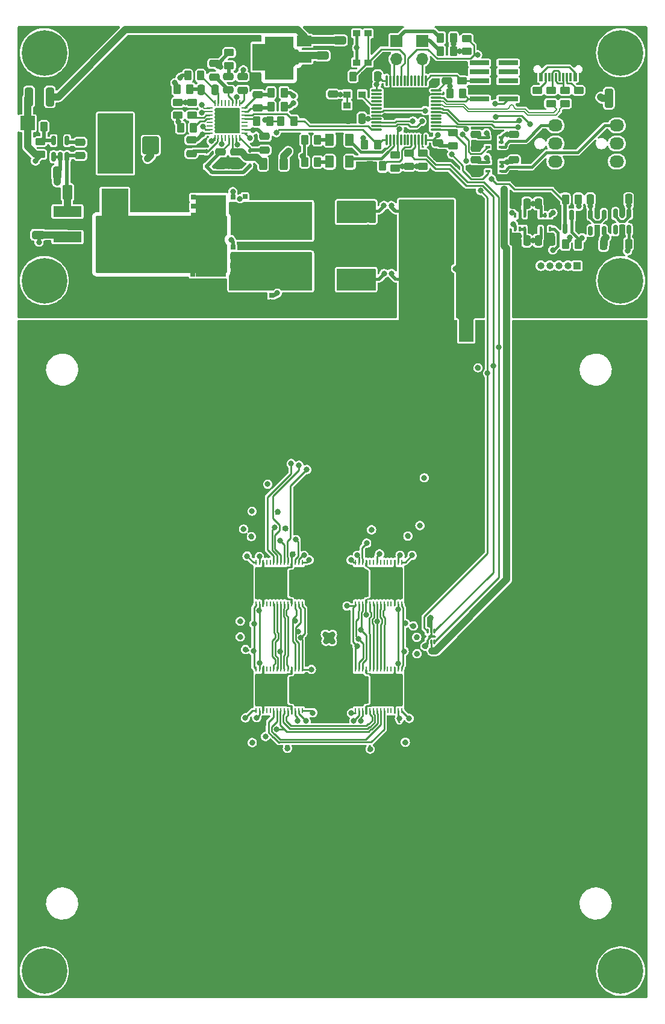
<source format=gtl>
G04 #@! TF.GenerationSoftware,KiCad,Pcbnew,7.0.7-7.0.7~ubuntu22.04.1*
G04 #@! TF.CreationDate,2024-03-12T11:13:49+01:00*
G04 #@! TF.ProjectId,qaxe,71617865-2e6b-4696-9361-645f70636258,rev?*
G04 #@! TF.SameCoordinates,Original*
G04 #@! TF.FileFunction,Copper,L1,Top*
G04 #@! TF.FilePolarity,Positive*
%FSLAX46Y46*%
G04 Gerber Fmt 4.6, Leading zero omitted, Abs format (unit mm)*
G04 Created by KiCad (PCBNEW 7.0.7-7.0.7~ubuntu22.04.1) date 2024-03-12 11:13:49*
%MOMM*%
%LPD*%
G01*
G04 APERTURE LIST*
G04 Aperture macros list*
%AMRoundRect*
0 Rectangle with rounded corners*
0 $1 Rounding radius*
0 $2 $3 $4 $5 $6 $7 $8 $9 X,Y pos of 4 corners*
0 Add a 4 corners polygon primitive as box body*
4,1,4,$2,$3,$4,$5,$6,$7,$8,$9,$2,$3,0*
0 Add four circle primitives for the rounded corners*
1,1,$1+$1,$2,$3*
1,1,$1+$1,$4,$5*
1,1,$1+$1,$6,$7*
1,1,$1+$1,$8,$9*
0 Add four rect primitives between the rounded corners*
20,1,$1+$1,$2,$3,$4,$5,0*
20,1,$1+$1,$4,$5,$6,$7,0*
20,1,$1+$1,$6,$7,$8,$9,0*
20,1,$1+$1,$8,$9,$2,$3,0*%
G04 Aperture macros list end*
G04 #@! TA.AperFunction,SMDPad,CuDef*
%ADD10RoundRect,0.250000X-0.475000X0.250000X-0.475000X-0.250000X0.475000X-0.250000X0.475000X0.250000X0*%
G04 #@! TD*
G04 #@! TA.AperFunction,SMDPad,CuDef*
%ADD11RoundRect,0.250000X0.250000X0.475000X-0.250000X0.475000X-0.250000X-0.475000X0.250000X-0.475000X0*%
G04 #@! TD*
G04 #@! TA.AperFunction,SMDPad,CuDef*
%ADD12RoundRect,0.250000X0.650000X-0.325000X0.650000X0.325000X-0.650000X0.325000X-0.650000X-0.325000X0*%
G04 #@! TD*
G04 #@! TA.AperFunction,SMDPad,CuDef*
%ADD13R,0.221000X0.792000*%
G04 #@! TD*
G04 #@! TA.AperFunction,SMDPad,CuDef*
%ADD14R,1.810000X3.900000*%
G04 #@! TD*
G04 #@! TA.AperFunction,SMDPad,CuDef*
%ADD15R,4.530000X4.277000*%
G04 #@! TD*
G04 #@! TA.AperFunction,SMDPad,CuDef*
%ADD16RoundRect,0.250000X0.325000X1.100000X-0.325000X1.100000X-0.325000X-1.100000X0.325000X-1.100000X0*%
G04 #@! TD*
G04 #@! TA.AperFunction,SMDPad,CuDef*
%ADD17R,3.300000X2.800000*%
G04 #@! TD*
G04 #@! TA.AperFunction,SMDPad,CuDef*
%ADD18RoundRect,0.250000X-0.262500X-0.450000X0.262500X-0.450000X0.262500X0.450000X-0.262500X0.450000X0*%
G04 #@! TD*
G04 #@! TA.AperFunction,SMDPad,CuDef*
%ADD19RoundRect,0.250000X0.450000X-0.262500X0.450000X0.262500X-0.450000X0.262500X-0.450000X-0.262500X0*%
G04 #@! TD*
G04 #@! TA.AperFunction,ComponentPad*
%ADD20C,0.800000*%
G04 #@! TD*
G04 #@! TA.AperFunction,ComponentPad*
%ADD21C,6.400000*%
G04 #@! TD*
G04 #@! TA.AperFunction,SMDPad,CuDef*
%ADD22RoundRect,0.250000X-1.100000X0.325000X-1.100000X-0.325000X1.100000X-0.325000X1.100000X0.325000X0*%
G04 #@! TD*
G04 #@! TA.AperFunction,SMDPad,CuDef*
%ADD23RoundRect,0.250000X-0.312500X-1.075000X0.312500X-1.075000X0.312500X1.075000X-0.312500X1.075000X0*%
G04 #@! TD*
G04 #@! TA.AperFunction,SMDPad,CuDef*
%ADD24RoundRect,0.112500X-0.112500X0.187500X-0.112500X-0.187500X0.112500X-0.187500X0.112500X0.187500X0*%
G04 #@! TD*
G04 #@! TA.AperFunction,SMDPad,CuDef*
%ADD25RoundRect,0.250000X-0.450000X0.262500X-0.450000X-0.262500X0.450000X-0.262500X0.450000X0.262500X0*%
G04 #@! TD*
G04 #@! TA.AperFunction,SMDPad,CuDef*
%ADD26RoundRect,0.250000X-0.362500X-1.075000X0.362500X-1.075000X0.362500X1.075000X-0.362500X1.075000X0*%
G04 #@! TD*
G04 #@! TA.AperFunction,SMDPad,CuDef*
%ADD27RoundRect,0.250000X0.262500X0.450000X-0.262500X0.450000X-0.262500X-0.450000X0.262500X-0.450000X0*%
G04 #@! TD*
G04 #@! TA.AperFunction,SMDPad,CuDef*
%ADD28RoundRect,0.250000X0.475000X-0.250000X0.475000X0.250000X-0.475000X0.250000X-0.475000X-0.250000X0*%
G04 #@! TD*
G04 #@! TA.AperFunction,SMDPad,CuDef*
%ADD29R,0.700000X0.700000*%
G04 #@! TD*
G04 #@! TA.AperFunction,SMDPad,CuDef*
%ADD30R,4.510000X4.350000*%
G04 #@! TD*
G04 #@! TA.AperFunction,SMDPad,CuDef*
%ADD31RoundRect,0.250000X0.375000X0.625000X-0.375000X0.625000X-0.375000X-0.625000X0.375000X-0.625000X0*%
G04 #@! TD*
G04 #@! TA.AperFunction,SMDPad,CuDef*
%ADD32RoundRect,0.250000X-0.900000X1.000000X-0.900000X-1.000000X0.900000X-1.000000X0.900000X1.000000X0*%
G04 #@! TD*
G04 #@! TA.AperFunction,SMDPad,CuDef*
%ADD33R,2.000000X2.000000*%
G04 #@! TD*
G04 #@! TA.AperFunction,SMDPad,CuDef*
%ADD34R,0.400000X0.650000*%
G04 #@! TD*
G04 #@! TA.AperFunction,SMDPad,CuDef*
%ADD35RoundRect,0.250000X-0.325000X-1.100000X0.325000X-1.100000X0.325000X1.100000X-0.325000X1.100000X0*%
G04 #@! TD*
G04 #@! TA.AperFunction,ComponentPad*
%ADD36R,1.700000X1.700000*%
G04 #@! TD*
G04 #@! TA.AperFunction,ComponentPad*
%ADD37O,1.700000X1.700000*%
G04 #@! TD*
G04 #@! TA.AperFunction,SMDPad,CuDef*
%ADD38C,0.500000*%
G04 #@! TD*
G04 #@! TA.AperFunction,SMDPad,CuDef*
%ADD39RoundRect,0.150000X-0.150000X0.512500X-0.150000X-0.512500X0.150000X-0.512500X0.150000X0.512500X0*%
G04 #@! TD*
G04 #@! TA.AperFunction,ComponentPad*
%ADD40R,1.000000X1.000000*%
G04 #@! TD*
G04 #@! TA.AperFunction,ComponentPad*
%ADD41O,1.000000X1.000000*%
G04 #@! TD*
G04 #@! TA.AperFunction,ComponentPad*
%ADD42R,2.030000X1.730000*%
G04 #@! TD*
G04 #@! TA.AperFunction,ComponentPad*
%ADD43O,2.030000X1.730000*%
G04 #@! TD*
G04 #@! TA.AperFunction,SMDPad,CuDef*
%ADD44R,0.650000X0.400000*%
G04 #@! TD*
G04 #@! TA.AperFunction,SMDPad,CuDef*
%ADD45RoundRect,0.250000X1.100000X-0.325000X1.100000X0.325000X-1.100000X0.325000X-1.100000X-0.325000X0*%
G04 #@! TD*
G04 #@! TA.AperFunction,SMDPad,CuDef*
%ADD46R,4.350000X4.510000*%
G04 #@! TD*
G04 #@! TA.AperFunction,SMDPad,CuDef*
%ADD47RoundRect,0.250000X-0.250000X-0.475000X0.250000X-0.475000X0.250000X0.475000X-0.250000X0.475000X0*%
G04 #@! TD*
G04 #@! TA.AperFunction,SMDPad,CuDef*
%ADD48RoundRect,0.250000X0.450000X0.800000X-0.450000X0.800000X-0.450000X-0.800000X0.450000X-0.800000X0*%
G04 #@! TD*
G04 #@! TA.AperFunction,SMDPad,CuDef*
%ADD49R,1.000000X0.900000*%
G04 #@! TD*
G04 #@! TA.AperFunction,SMDPad,CuDef*
%ADD50RoundRect,0.250000X-1.000000X1.500000X-1.000000X-1.500000X1.000000X-1.500000X1.000000X1.500000X0*%
G04 #@! TD*
G04 #@! TA.AperFunction,SMDPad,CuDef*
%ADD51R,4.000000X1.500000*%
G04 #@! TD*
G04 #@! TA.AperFunction,SMDPad,CuDef*
%ADD52RoundRect,0.250000X0.312500X0.625000X-0.312500X0.625000X-0.312500X-0.625000X0.312500X-0.625000X0*%
G04 #@! TD*
G04 #@! TA.AperFunction,SMDPad,CuDef*
%ADD53RoundRect,0.075000X-0.662500X-0.075000X0.662500X-0.075000X0.662500X0.075000X-0.662500X0.075000X0*%
G04 #@! TD*
G04 #@! TA.AperFunction,SMDPad,CuDef*
%ADD54RoundRect,0.075000X-0.075000X-0.662500X0.075000X-0.662500X0.075000X0.662500X-0.075000X0.662500X0*%
G04 #@! TD*
G04 #@! TA.AperFunction,SMDPad,CuDef*
%ADD55RoundRect,0.050000X-0.100000X0.285000X-0.100000X-0.285000X0.100000X-0.285000X0.100000X0.285000X0*%
G04 #@! TD*
G04 #@! TA.AperFunction,ComponentPad*
%ADD56R,2.600000X2.600000*%
G04 #@! TD*
G04 #@! TA.AperFunction,ComponentPad*
%ADD57C,2.600000*%
G04 #@! TD*
G04 #@! TA.AperFunction,SMDPad,CuDef*
%ADD58R,2.760000X0.650000*%
G04 #@! TD*
G04 #@! TA.AperFunction,SMDPad,CuDef*
%ADD59R,3.810000X4.245000*%
G04 #@! TD*
G04 #@! TA.AperFunction,SMDPad,CuDef*
%ADD60RoundRect,0.250000X-0.650000X0.325000X-0.650000X-0.325000X0.650000X-0.325000X0.650000X0.325000X0*%
G04 #@! TD*
G04 #@! TA.AperFunction,SMDPad,CuDef*
%ADD61RoundRect,0.250000X-0.787500X-1.025000X0.787500X-1.025000X0.787500X1.025000X-0.787500X1.025000X0*%
G04 #@! TD*
G04 #@! TA.AperFunction,SMDPad,CuDef*
%ADD62R,2.000000X1.500000*%
G04 #@! TD*
G04 #@! TA.AperFunction,SMDPad,CuDef*
%ADD63R,2.000000X3.800000*%
G04 #@! TD*
G04 #@! TA.AperFunction,SMDPad,CuDef*
%ADD64RoundRect,0.062500X-0.062500X0.375000X-0.062500X-0.375000X0.062500X-0.375000X0.062500X0.375000X0*%
G04 #@! TD*
G04 #@! TA.AperFunction,SMDPad,CuDef*
%ADD65RoundRect,0.062500X-0.375000X0.062500X-0.375000X-0.062500X0.375000X-0.062500X0.375000X0.062500X0*%
G04 #@! TD*
G04 #@! TA.AperFunction,ComponentPad*
%ADD66C,0.500000*%
G04 #@! TD*
G04 #@! TA.AperFunction,SMDPad,CuDef*
%ADD67R,3.450000X3.450000*%
G04 #@! TD*
G04 #@! TA.AperFunction,SMDPad,CuDef*
%ADD68RoundRect,0.150000X0.150000X-0.587500X0.150000X0.587500X-0.150000X0.587500X-0.150000X-0.587500X0*%
G04 #@! TD*
G04 #@! TA.AperFunction,SMDPad,CuDef*
%ADD69R,0.600000X1.150000*%
G04 #@! TD*
G04 #@! TA.AperFunction,SMDPad,CuDef*
%ADD70R,0.300000X1.150000*%
G04 #@! TD*
G04 #@! TA.AperFunction,ComponentPad*
%ADD71O,1.000000X2.100000*%
G04 #@! TD*
G04 #@! TA.AperFunction,ComponentPad*
%ADD72O,1.000000X1.800000*%
G04 #@! TD*
G04 #@! TA.AperFunction,SMDPad,CuDef*
%ADD73RoundRect,0.250000X0.325000X0.650000X-0.325000X0.650000X-0.325000X-0.650000X0.325000X-0.650000X0*%
G04 #@! TD*
G04 #@! TA.AperFunction,ViaPad*
%ADD74C,0.800000*%
G04 #@! TD*
G04 #@! TA.AperFunction,Conductor*
%ADD75C,0.400000*%
G04 #@! TD*
G04 #@! TA.AperFunction,Conductor*
%ADD76C,0.254000*%
G04 #@! TD*
G04 #@! TA.AperFunction,Conductor*
%ADD77C,0.508000*%
G04 #@! TD*
G04 #@! TA.AperFunction,Conductor*
%ADD78C,0.203200*%
G04 #@! TD*
G04 #@! TA.AperFunction,Conductor*
%ADD79C,1.000000*%
G04 #@! TD*
G04 #@! TA.AperFunction,Conductor*
%ADD80C,2.000000*%
G04 #@! TD*
G04 #@! TA.AperFunction,Conductor*
%ADD81C,0.200000*%
G04 #@! TD*
G04 APERTURE END LIST*
G04 #@! TA.AperFunction,EtchedComponent*
G36*
X102930330Y-74223223D02*
G01*
X102223223Y-74930330D01*
X101869670Y-74576777D01*
X102576777Y-73869670D01*
X102930330Y-74223223D01*
G37*
G04 #@! TD.AperFunction*
G04 #@! TA.AperFunction,EtchedComponent*
G36*
X104530330Y-74576777D02*
G01*
X104176777Y-74930330D01*
X103469670Y-74223223D01*
X103823223Y-73869670D01*
X104530330Y-74576777D01*
G37*
G04 #@! TD.AperFunction*
G04 #@! TA.AperFunction,EtchedComponent*
G36*
X104530330Y-65023224D02*
G01*
X104176777Y-65376777D01*
X103469670Y-64669670D01*
X103823223Y-64316117D01*
X104530330Y-65023224D01*
G37*
G04 #@! TD.AperFunction*
G04 #@! TA.AperFunction,EtchedComponent*
G36*
X102930330Y-64669670D02*
G01*
X102223223Y-65376777D01*
X101869670Y-65023224D01*
X102576777Y-64316117D01*
X102930330Y-64669670D01*
G37*
G04 #@! TD.AperFunction*
D10*
X115697000Y-58044000D03*
X115697000Y-59944000D03*
D11*
X133626315Y-69976089D03*
X131726315Y-69976089D03*
D12*
X54150000Y-68565000D03*
X54150000Y-65615000D03*
D13*
X91263000Y-114584000D03*
X90761000Y-114584000D03*
X90259000Y-114584000D03*
X89757000Y-114584000D03*
X89255000Y-114584000D03*
X88753000Y-114584000D03*
X88251000Y-114584000D03*
X87749000Y-114584000D03*
X87247000Y-114584000D03*
X86745000Y-114584000D03*
X86243000Y-114584000D03*
X85741000Y-114584000D03*
X85239000Y-114584000D03*
X84737000Y-114584000D03*
X84750000Y-120416000D03*
X85250000Y-120416000D03*
X85750000Y-120416000D03*
X86250000Y-120416000D03*
X86750000Y-120416000D03*
X87247000Y-120416000D03*
X87750000Y-120416000D03*
X88251000Y-120416000D03*
X88753000Y-120416000D03*
X89255000Y-120416000D03*
X89757000Y-120416000D03*
X90250000Y-120416000D03*
X90761000Y-120416000D03*
X91250000Y-120416000D03*
D14*
X90468000Y-117500000D03*
D15*
X86892000Y-117500000D03*
D16*
X105475000Y-78100000D03*
X102525000Y-78100000D03*
D17*
X90180000Y-65440000D03*
X97790000Y-65440000D03*
D18*
X88257500Y-52590000D03*
X90082500Y-52590000D03*
D19*
X54450000Y-57290000D03*
X54450000Y-55465000D03*
D18*
X54937500Y-53377500D03*
X56762500Y-53377500D03*
D20*
X52600000Y-43000000D03*
X53302944Y-41302944D03*
X53302944Y-44697056D03*
X55000000Y-40600000D03*
D21*
X55000000Y-43000000D03*
D20*
X55000000Y-45400000D03*
X56697056Y-41302944D03*
X56697056Y-44697056D03*
X57400000Y-43000000D03*
D22*
X73200000Y-72900000D03*
X73200000Y-75850000D03*
D23*
X52850000Y-49190000D03*
X55775000Y-49190000D03*
D11*
X137126315Y-63556089D03*
X135226315Y-63556089D03*
D10*
X79770000Y-56955000D03*
X79770000Y-58855000D03*
D19*
X114400000Y-42812500D03*
X114400000Y-40987500D03*
D24*
X83870000Y-56755000D03*
X83870000Y-58855000D03*
D25*
X113726000Y-45142500D03*
X113726000Y-46967500D03*
D26*
X100875000Y-65145000D03*
X105500000Y-65145000D03*
D10*
X85017500Y-48835000D03*
X85017500Y-50735000D03*
D27*
X86692000Y-52570000D03*
X84867000Y-52570000D03*
D28*
X111567000Y-46950000D03*
X111567000Y-45050000D03*
D27*
X112512500Y-42800000D03*
X110687500Y-42800000D03*
D29*
X83125000Y-77080000D03*
X84395000Y-77080000D03*
X85665000Y-77080000D03*
X86935000Y-77080000D03*
D30*
X85030000Y-73950000D03*
D29*
X83125000Y-71480000D03*
X84395000Y-71480000D03*
X85665000Y-71480000D03*
X86935000Y-71480000D03*
D31*
X97900000Y-58293000D03*
X95100000Y-58293000D03*
D10*
X120965000Y-54503000D03*
X120965000Y-56403000D03*
D32*
X69960000Y-56020000D03*
X69960000Y-60320000D03*
D33*
X103700000Y-82600000D03*
D34*
X124775200Y-67726600D03*
X125425200Y-67726600D03*
X126075200Y-67726600D03*
X126075200Y-65826600D03*
X125425200Y-65826600D03*
X124775200Y-65826600D03*
D35*
X134350000Y-49400000D03*
X137300000Y-49400000D03*
D11*
X122826315Y-64176089D03*
X120926315Y-64176089D03*
D36*
X108100000Y-41325000D03*
D37*
X108100000Y-43865000D03*
D38*
X102753553Y-74046447D03*
X102046447Y-74753553D03*
D39*
X137176315Y-65576089D03*
X136226315Y-65576089D03*
X135276315Y-65576089D03*
X135276315Y-67851089D03*
X137176315Y-67851089D03*
D40*
X129875000Y-72900000D03*
D41*
X128605000Y-72900000D03*
X127335000Y-72900000D03*
X126065000Y-72900000D03*
X124795000Y-72900000D03*
X123525000Y-72900000D03*
D19*
X124300000Y-50112500D03*
X124300000Y-48287500D03*
D28*
X75670000Y-57140000D03*
X75670000Y-55240000D03*
D42*
X135463000Y-60820000D03*
D43*
X135463000Y-58280000D03*
X135463000Y-55740000D03*
X135463000Y-53200000D03*
D33*
X114300000Y-82600000D03*
D19*
X106261500Y-58949500D03*
X106261500Y-57124500D03*
D36*
X104500000Y-41325000D03*
D37*
X104500000Y-43865000D03*
D12*
X107700000Y-65175000D03*
X107700000Y-62225000D03*
D19*
X128200000Y-50112500D03*
X128200000Y-48287500D03*
D18*
X86870000Y-48605000D03*
X88695000Y-48605000D03*
D19*
X130100000Y-50112500D03*
X130100000Y-48287500D03*
D44*
X117312400Y-54899800D03*
X117312400Y-55549800D03*
X117312400Y-56199800D03*
X119212400Y-56199800D03*
X119212400Y-55549800D03*
X119212400Y-54899800D03*
D27*
X88695000Y-50605000D03*
X86870000Y-50605000D03*
D45*
X110500000Y-65175000D03*
X110500000Y-62225000D03*
D26*
X100887500Y-74825001D03*
X105512500Y-74825001D03*
D29*
X81539000Y-67105000D03*
X81539000Y-65835000D03*
X81539000Y-64565000D03*
X81539000Y-63295000D03*
D46*
X78409000Y-65200000D03*
D29*
X75939000Y-67105000D03*
X75939000Y-65835000D03*
X75939000Y-64565000D03*
X75939000Y-63295000D03*
D10*
X60050000Y-55540000D03*
X60050000Y-57440000D03*
D47*
X124426315Y-69376089D03*
X126326315Y-69376089D03*
D27*
X113812500Y-48700000D03*
X111987500Y-48700000D03*
D10*
X121031000Y-58044000D03*
X121031000Y-59944000D03*
D34*
X122493800Y-65826600D03*
X121843800Y-65826600D03*
X121193800Y-65826600D03*
X121193800Y-67726600D03*
X121843800Y-67726600D03*
X122493800Y-67726600D03*
D45*
X73250000Y-66975000D03*
X73250000Y-64025000D03*
D10*
X110363000Y-55652000D03*
X110363000Y-57552000D03*
D20*
X133600000Y-43000000D03*
X134302944Y-41302944D03*
X134302944Y-44697056D03*
X136000000Y-40600000D03*
D21*
X136000000Y-43000000D03*
D20*
X136000000Y-45400000D03*
X137697056Y-41302944D03*
X137697056Y-44697056D03*
X138400000Y-43000000D03*
D29*
X81500000Y-74105000D03*
X81500000Y-72835000D03*
X81500000Y-71565000D03*
X81500000Y-70295000D03*
D46*
X78370000Y-72200000D03*
D29*
X75900000Y-74105000D03*
X75900000Y-72835000D03*
X75900000Y-71565000D03*
X75900000Y-70295000D03*
D18*
X100015000Y-55878000D03*
X101840000Y-55878000D03*
D31*
X97899750Y-55199000D03*
X95099750Y-55199000D03*
D48*
X58250000Y-62590000D03*
X53850000Y-62590000D03*
D19*
X104300000Y-59175000D03*
X104300000Y-57350000D03*
D49*
X97538000Y-50386000D03*
X99688000Y-50386000D03*
X99688000Y-48836000D03*
X97538000Y-48836000D03*
D13*
X91263000Y-129584000D03*
X90761000Y-129584000D03*
X90259000Y-129584000D03*
X89757000Y-129584000D03*
X89255000Y-129584000D03*
X88753000Y-129584000D03*
X88251000Y-129584000D03*
X87749000Y-129584000D03*
X87247000Y-129584000D03*
X86745000Y-129584000D03*
X86243000Y-129584000D03*
X85741000Y-129584000D03*
X85239000Y-129584000D03*
X84737000Y-129584000D03*
X84750000Y-135416000D03*
X85250000Y-135416000D03*
X85750000Y-135416000D03*
X86250000Y-135416000D03*
X86750000Y-135416000D03*
X87247000Y-135416000D03*
X87750000Y-135416000D03*
X88251000Y-135416000D03*
X88753000Y-135416000D03*
X89255000Y-135416000D03*
X89757000Y-135416000D03*
X90250000Y-135416000D03*
X90761000Y-135416000D03*
X91250000Y-135416000D03*
D14*
X90468000Y-132500000D03*
D15*
X86892000Y-132500000D03*
D28*
X82870000Y-48240000D03*
X82870000Y-46340000D03*
D11*
X122826315Y-69376089D03*
X120926315Y-69376089D03*
D19*
X108166500Y-58949500D03*
X108166500Y-57124500D03*
D20*
X133600000Y-172000000D03*
X134302944Y-170302944D03*
X134302944Y-173697056D03*
X136000000Y-169600000D03*
D21*
X136000000Y-172000000D03*
D20*
X136000000Y-174400000D03*
X137697056Y-170302944D03*
X137697056Y-173697056D03*
X138400000Y-172000000D03*
D16*
X105475000Y-68400000D03*
X102525000Y-68400000D03*
D38*
X103646447Y-74046447D03*
X104353553Y-74753553D03*
D25*
X73780000Y-49945000D03*
X73780000Y-51770000D03*
D19*
X126200000Y-50112500D03*
X126200000Y-48287500D03*
D50*
X63710000Y-71150000D03*
X63710000Y-77650000D03*
D39*
X58200000Y-55340000D03*
X57250000Y-55340000D03*
X56300000Y-55340000D03*
X56300000Y-57615000D03*
X57250000Y-57615000D03*
X58200000Y-57615000D03*
D13*
X98737000Y-120416000D03*
X99239000Y-120416000D03*
X99741000Y-120416000D03*
X100243000Y-120416000D03*
X100745000Y-120416000D03*
X101247000Y-120416000D03*
X101749000Y-120416000D03*
X102251000Y-120416000D03*
X102753000Y-120416000D03*
X103255000Y-120416000D03*
X103757000Y-120416000D03*
X104259000Y-120416000D03*
X104761000Y-120416000D03*
X105263000Y-120416000D03*
X105250000Y-114584000D03*
X104750000Y-114584000D03*
X104250000Y-114584000D03*
X103750000Y-114584000D03*
X103250000Y-114584000D03*
X102753000Y-114584000D03*
X102250000Y-114584000D03*
X101749000Y-114584000D03*
X101247000Y-114584000D03*
X100745000Y-114584000D03*
X100243000Y-114584000D03*
X99750000Y-114584000D03*
X99239000Y-114584000D03*
X98750000Y-114584000D03*
D14*
X99532000Y-117500000D03*
D15*
X103108000Y-117500000D03*
D11*
X137126315Y-69856089D03*
X135226315Y-69856089D03*
D51*
X58250000Y-65290000D03*
X58250000Y-68890000D03*
D18*
X91589250Y-55245000D03*
X93414250Y-55245000D03*
D27*
X130058815Y-69876089D03*
X128233815Y-69876089D03*
D47*
X124426315Y-64176089D03*
X126326315Y-64176089D03*
D18*
X74147500Y-53520000D03*
X75972500Y-53520000D03*
D28*
X80870000Y-48230000D03*
X80870000Y-46330000D03*
D39*
X133676315Y-65696089D03*
X132726315Y-65696089D03*
X131776315Y-65696089D03*
X131776315Y-67971089D03*
X133676315Y-67971089D03*
D20*
X52600000Y-75000000D03*
X53302944Y-73302944D03*
X53302944Y-76697056D03*
X55000000Y-72600000D03*
D21*
X55000000Y-75000000D03*
D20*
X55000000Y-77400000D03*
X56697056Y-73302944D03*
X56697056Y-76697056D03*
X57400000Y-75000000D03*
D11*
X101880500Y-46300000D03*
X99980500Y-46300000D03*
D47*
X131726315Y-63576089D03*
X133626315Y-63576089D03*
D13*
X98737000Y-135416000D03*
X99239000Y-135416000D03*
X99741000Y-135416000D03*
X100243000Y-135416000D03*
X100745000Y-135416000D03*
X101247000Y-135416000D03*
X101749000Y-135416000D03*
X102251000Y-135416000D03*
X102753000Y-135416000D03*
X103255000Y-135416000D03*
X103757000Y-135416000D03*
X104259000Y-135416000D03*
X104761000Y-135416000D03*
X105263000Y-135416000D03*
X105250000Y-129584000D03*
X104750000Y-129584000D03*
X104250000Y-129584000D03*
X103750000Y-129584000D03*
X103250000Y-129584000D03*
X102753000Y-129584000D03*
X102250000Y-129584000D03*
X101749000Y-129584000D03*
X101247000Y-129584000D03*
X100745000Y-129584000D03*
X100243000Y-129584000D03*
X99750000Y-129584000D03*
X99239000Y-129584000D03*
X98750000Y-129584000D03*
D14*
X99532000Y-132500000D03*
D15*
X103108000Y-132500000D03*
D42*
X126827000Y-60820000D03*
D43*
X126827000Y-58280000D03*
X126827000Y-55740000D03*
X126827000Y-53200000D03*
D20*
X133600000Y-75000000D03*
X134302944Y-73302944D03*
X134302944Y-76697056D03*
X136000000Y-72600000D03*
D21*
X136000000Y-75000000D03*
D20*
X136000000Y-77400000D03*
X137697056Y-73302944D03*
X137697056Y-76697056D03*
X138400000Y-75000000D03*
D19*
X75770000Y-51792500D03*
X75770000Y-49967500D03*
D11*
X99650000Y-52222400D03*
X97750000Y-52222400D03*
D52*
X88672500Y-58580000D03*
X85747500Y-58580000D03*
D28*
X78870000Y-46405000D03*
X78870000Y-44505000D03*
D27*
X75470000Y-48105000D03*
X73645000Y-48105000D03*
D53*
X101718000Y-48302000D03*
X101718000Y-48802000D03*
X101718000Y-49302000D03*
X101718000Y-49802000D03*
X101718000Y-50302000D03*
X101718000Y-50802000D03*
X101718000Y-51302000D03*
X101718000Y-51802000D03*
X101718000Y-52302000D03*
X101718000Y-52802000D03*
X101718000Y-53302000D03*
X101718000Y-53802000D03*
D54*
X103130500Y-55214500D03*
X103630500Y-55214500D03*
X104130500Y-55214500D03*
X104630500Y-55214500D03*
X105130500Y-55214500D03*
X105630500Y-55214500D03*
X106130500Y-55214500D03*
X106630500Y-55214500D03*
X107130500Y-55214500D03*
X107630500Y-55214500D03*
X108130500Y-55214500D03*
X108630500Y-55214500D03*
D53*
X110043000Y-53802000D03*
X110043000Y-53302000D03*
X110043000Y-52802000D03*
X110043000Y-52302000D03*
X110043000Y-51802000D03*
X110043000Y-51302000D03*
X110043000Y-50802000D03*
X110043000Y-50302000D03*
X110043000Y-49802000D03*
X110043000Y-49302000D03*
X110043000Y-48802000D03*
X110043000Y-48302000D03*
D54*
X108630500Y-46889500D03*
X108130500Y-46889500D03*
X107630500Y-46889500D03*
X107130500Y-46889500D03*
X106630500Y-46889500D03*
X106130500Y-46889500D03*
X105630500Y-46889500D03*
X105130500Y-46889500D03*
X104630500Y-46889500D03*
X104130500Y-46889500D03*
X103630500Y-46889500D03*
X103130500Y-46889500D03*
D38*
X104353553Y-65200000D03*
X103646447Y-64492894D03*
D55*
X109850000Y-124260000D03*
X109350000Y-124260000D03*
X108850000Y-124260000D03*
X108850000Y-125740000D03*
X109350000Y-125740000D03*
X109850000Y-125740000D03*
D33*
X52650000Y-52890000D03*
D56*
X65000000Y-53200000D03*
D57*
X65000000Y-47200000D03*
X60300000Y-50200000D03*
D58*
X120191000Y-49484000D03*
X116151000Y-49484000D03*
X120191000Y-48214000D03*
X116151000Y-48214000D03*
X120191000Y-46944000D03*
X116151000Y-46944000D03*
X120191000Y-45674000D03*
X116151000Y-45674000D03*
X120191000Y-44404000D03*
X116151000Y-44404000D03*
D16*
X105475000Y-71600000D03*
X102525000Y-71600000D03*
D38*
X102046447Y-65200000D03*
X102753553Y-64492894D03*
D59*
X64900000Y-64187500D03*
X64900000Y-57812500D03*
D60*
X96500000Y-41238000D03*
X96500000Y-44188000D03*
D18*
X91589500Y-58339000D03*
X93414500Y-58339000D03*
X96587500Y-46300000D03*
X98412500Y-46300000D03*
D61*
X107787500Y-78100000D03*
X114012500Y-78100000D03*
D17*
X90180000Y-74838000D03*
X97790000Y-74838000D03*
D10*
X95565000Y-48788000D03*
X95565000Y-50688000D03*
D62*
X91522000Y-45902000D03*
X91522000Y-43602000D03*
D63*
X85222000Y-43602000D03*
D62*
X91522000Y-41302000D03*
D27*
X112512500Y-40900000D03*
X110687500Y-40900000D03*
D64*
X82457500Y-50067500D03*
X81957500Y-50067500D03*
X81457500Y-50067500D03*
X80957500Y-50067500D03*
X80457500Y-50067500D03*
X79957500Y-50067500D03*
X79457500Y-50067500D03*
X78957500Y-50067500D03*
D65*
X78270000Y-50755000D03*
X78270000Y-51255000D03*
X78270000Y-51755000D03*
X78270000Y-52255000D03*
X78270000Y-52755000D03*
X78270000Y-53255000D03*
X78270000Y-53755000D03*
X78270000Y-54255000D03*
D64*
X78957500Y-54942500D03*
X79457500Y-54942500D03*
X79957500Y-54942500D03*
X80457500Y-54942500D03*
X80957500Y-54942500D03*
X81457500Y-54942500D03*
X81957500Y-54942500D03*
X82457500Y-54942500D03*
D65*
X83145000Y-54255000D03*
X83145000Y-53755000D03*
X83145000Y-53255000D03*
X83145000Y-52755000D03*
X83145000Y-52255000D03*
X83145000Y-51755000D03*
X83145000Y-51255000D03*
X83145000Y-50755000D03*
D66*
X81707500Y-51505000D03*
X80707500Y-51505000D03*
X79707500Y-51505000D03*
X81707500Y-52505000D03*
X80707500Y-52505000D03*
D67*
X80707500Y-52505000D03*
D66*
X79707500Y-52505000D03*
X81707500Y-53505000D03*
X80707500Y-53505000D03*
X79707500Y-53505000D03*
D49*
X100500000Y-40250000D03*
X100500000Y-44350000D03*
X98900000Y-40250000D03*
X98900000Y-44350000D03*
D10*
X115631000Y-54503000D03*
X115631000Y-56403000D03*
D68*
X128196315Y-67703589D03*
X130096315Y-67703589D03*
X129146315Y-65828589D03*
D29*
X87000000Y-63187500D03*
X85730000Y-63187500D03*
X84460000Y-63187500D03*
X83190000Y-63187500D03*
D30*
X85095000Y-66317500D03*
D29*
X87000000Y-68787500D03*
X85730000Y-68787500D03*
X84460000Y-68787500D03*
X83190000Y-68787500D03*
D69*
X130400000Y-46380000D03*
X129600000Y-46380000D03*
D70*
X128450000Y-46380000D03*
X127450000Y-46380000D03*
X126950000Y-46380000D03*
X125950000Y-46380000D03*
D69*
X124800000Y-46380000D03*
X124000000Y-46380000D03*
X124000000Y-46380000D03*
X124800000Y-46380000D03*
D70*
X125450000Y-46380000D03*
X126450000Y-46380000D03*
X127950000Y-46380000D03*
X128950000Y-46380000D03*
D69*
X129600000Y-46380000D03*
X130400000Y-46380000D03*
D71*
X131520000Y-45805000D03*
D72*
X131520000Y-41625000D03*
D71*
X122880000Y-45805000D03*
D72*
X122880000Y-41625000D03*
D44*
X117363200Y-58328800D03*
X117363200Y-58978800D03*
X117363200Y-59628800D03*
X119263200Y-59628800D03*
X119263200Y-58978800D03*
X119263200Y-58328800D03*
D61*
X107787500Y-68500000D03*
X114012500Y-68500000D03*
D22*
X69900000Y-72875000D03*
X69900000Y-75825000D03*
D45*
X70000000Y-66975000D03*
X70000000Y-64025000D03*
D24*
X77770000Y-56855000D03*
X77770000Y-58955000D03*
D11*
X78970000Y-48155000D03*
X77070000Y-48155000D03*
D27*
X76970000Y-46205000D03*
X75145000Y-46205000D03*
D28*
X81870000Y-58855000D03*
X81870000Y-56955000D03*
D61*
X107787500Y-73300000D03*
X114012500Y-73300000D03*
D10*
X85970000Y-54755000D03*
X85970000Y-56655000D03*
D18*
X100737500Y-58900000D03*
X102562500Y-58900000D03*
X128233815Y-63576089D03*
X130058815Y-63576089D03*
D19*
X112413000Y-56028500D03*
X112413000Y-54203500D03*
D73*
X56825000Y-59890000D03*
X53875000Y-59890000D03*
D60*
X94087000Y-43397000D03*
X94087000Y-46347000D03*
D20*
X52600000Y-172000000D03*
X53302944Y-170302944D03*
X53302944Y-173697056D03*
X55000000Y-169600000D03*
D21*
X55000000Y-172000000D03*
D20*
X55000000Y-174400000D03*
X56697056Y-170302944D03*
X56697056Y-173697056D03*
X57400000Y-172000000D03*
D19*
X80970000Y-44805000D03*
X80970000Y-42980000D03*
D74*
X83000000Y-109900000D03*
X84750000Y-62000000D03*
X87820600Y-107496163D03*
X107300000Y-60250000D03*
X69500000Y-62000000D03*
X72500000Y-63000000D03*
X68500000Y-62000000D03*
X83750000Y-79000000D03*
X103500000Y-119000000D03*
X131200000Y-50000000D03*
X101500000Y-77100000D03*
X110363000Y-45085000D03*
X116500000Y-78000000D03*
X88500000Y-133000000D03*
X84225000Y-139900000D03*
X88500000Y-131000000D03*
X104500000Y-119000000D03*
X103251000Y-48260000D03*
X73500000Y-63000000D03*
X100800000Y-140825000D03*
X85500000Y-131000000D03*
X116500000Y-74000000D03*
X116500000Y-72000000D03*
X110300000Y-61250000D03*
X70500000Y-63000000D03*
X100210000Y-121906900D03*
X101500000Y-117000000D03*
X85750000Y-61000000D03*
X70750000Y-78125000D03*
X138400000Y-49500000D03*
X116500000Y-65000000D03*
X94500000Y-124700000D03*
X84100000Y-110950000D03*
X101400000Y-132000000D03*
X102500000Y-118000000D03*
X101400000Y-134000000D03*
X135926315Y-64256089D03*
X101400000Y-131000000D03*
X115500000Y-79000000D03*
X116500000Y-69000000D03*
X88500000Y-118000000D03*
X115500000Y-71000000D03*
X86750000Y-61000000D03*
X108493168Y-126340990D03*
X67750000Y-78125000D03*
X54150000Y-64290000D03*
X109300000Y-61250000D03*
X86500000Y-134000000D03*
X115500000Y-68000000D03*
X74750000Y-78125000D03*
X86500000Y-131000000D03*
X80982221Y-58922537D03*
X132462854Y-69111393D03*
X115500000Y-64000000D03*
X67750000Y-77125000D03*
X104240171Y-131071787D03*
X115500000Y-69000000D03*
X100500000Y-70500000D03*
X108900000Y-48800000D03*
X116500000Y-70000000D03*
X82750000Y-61000000D03*
X118022800Y-55524400D03*
X84750000Y-61000000D03*
X102500000Y-116000000D03*
X95583000Y-45667000D03*
X69750000Y-78125000D03*
X123200000Y-50000000D03*
X115500000Y-78000000D03*
X98806000Y-51181000D03*
X87750000Y-62000000D03*
X101500000Y-116000000D03*
X101500000Y-68500000D03*
X71750000Y-78125000D03*
X57250000Y-54190000D03*
X102902589Y-51797740D03*
X82750000Y-79000000D03*
X92945104Y-46232600D03*
X84750000Y-79000000D03*
X121716800Y-68732400D03*
X102400000Y-131000000D03*
X107370000Y-127420000D03*
X102400000Y-134000000D03*
X101400000Y-133000000D03*
X115500000Y-76000000D03*
X73750000Y-78125000D03*
X101500000Y-118000000D03*
X85750000Y-62000000D03*
X116500000Y-68000000D03*
X82750000Y-78000000D03*
X99900000Y-58900000D03*
X87500000Y-117000000D03*
X101500000Y-79100000D03*
X66750000Y-77125000D03*
X97000000Y-52300000D03*
X112800000Y-73300000D03*
X89940000Y-113440000D03*
X87500000Y-133000000D03*
X101000000Y-110000000D03*
X108300000Y-61250000D03*
X101500000Y-119000000D03*
X89175000Y-140700000D03*
X72750000Y-77125000D03*
X104240171Y-134065500D03*
X115500000Y-67000000D03*
X102400000Y-133000000D03*
X87750000Y-79000000D03*
X87500000Y-134000000D03*
X121894600Y-66548000D03*
X74750000Y-77125000D03*
X106863165Y-123520505D03*
X100500000Y-72500000D03*
X132901315Y-64301089D03*
X116500000Y-79000000D03*
X88500000Y-134000000D03*
X84750000Y-78000000D03*
X86750000Y-62000000D03*
X100500000Y-68500000D03*
X70500000Y-62000000D03*
X130326315Y-66676089D03*
X72750000Y-78125000D03*
X115951000Y-87249000D03*
X111300000Y-60250000D03*
X68750000Y-77125000D03*
X111300000Y-61250000D03*
X85500000Y-119000000D03*
X125526800Y-64211200D03*
X68750000Y-78125000D03*
X86500000Y-119000000D03*
X71500000Y-63000000D03*
X115500000Y-66000000D03*
X101500000Y-70500000D03*
X83750000Y-78000000D03*
X68500000Y-63000000D03*
X95600000Y-51600000D03*
X115500000Y-75000000D03*
X88500000Y-116000000D03*
X88500000Y-119000000D03*
X87500000Y-132000000D03*
X73750000Y-77125000D03*
X82750000Y-62000000D03*
X100500000Y-71500000D03*
X107350000Y-125100000D03*
X72500000Y-62000000D03*
X88500000Y-117000000D03*
X101500000Y-78100000D03*
X74500000Y-63000000D03*
X74500000Y-62000000D03*
X85500000Y-134000000D03*
X69500000Y-63000000D03*
X83277592Y-126827592D03*
X85750000Y-79000000D03*
X116500000Y-67000000D03*
X65750000Y-77125000D03*
X100500000Y-67500000D03*
X94591609Y-125669812D03*
X87750000Y-61000000D03*
X111300000Y-57700000D03*
X101500000Y-69500000D03*
X121868392Y-56997600D03*
X116500000Y-66000000D03*
X121000000Y-63056089D03*
X103500000Y-116000000D03*
X118097600Y-48235529D03*
X88500000Y-132000000D03*
X109300000Y-60250000D03*
X72500000Y-48100000D03*
X101378999Y-67621001D03*
X87500000Y-131000000D03*
X116500000Y-71000000D03*
X87750000Y-78000000D03*
X125399800Y-66852800D03*
X115500000Y-70000000D03*
X88920600Y-109815430D03*
X86750000Y-78000000D03*
X70750000Y-77125000D03*
X85750000Y-78000000D03*
X102500000Y-119000000D03*
X71750000Y-77125000D03*
X101500000Y-72500000D03*
X102400000Y-132000000D03*
X100500000Y-77100000D03*
X103400000Y-134000000D03*
X82550000Y-122850000D03*
X101500000Y-71500000D03*
X116500000Y-77000000D03*
X82550000Y-125050000D03*
X115500000Y-73000000D03*
X116500000Y-64000000D03*
X87500000Y-116000000D03*
X106109038Y-110879281D03*
X85500000Y-116000000D03*
X95500000Y-124700000D03*
X112800000Y-45142500D03*
X135900000Y-69200000D03*
X104500000Y-116000000D03*
X100500000Y-69500000D03*
X108095637Y-54033093D03*
X110300000Y-60250000D03*
X66750000Y-78125000D03*
X116500000Y-73000000D03*
X115500000Y-74000000D03*
X108300000Y-60250000D03*
X103400000Y-131000000D03*
X83750000Y-61000000D03*
X71500000Y-62000000D03*
X109300000Y-122399998D03*
X65750000Y-78125000D03*
X115500000Y-77000000D03*
X118186200Y-58953400D03*
X73500000Y-62000000D03*
X83750000Y-62000000D03*
X115500000Y-72000000D03*
X86500000Y-116000000D03*
X100100000Y-47432800D03*
X105750000Y-139850000D03*
X116500000Y-75000000D03*
X115500000Y-65000000D03*
X69750000Y-77125000D03*
X53875000Y-61090000D03*
X102500000Y-117000000D03*
X86750000Y-79000000D03*
X87500000Y-118000000D03*
X87500000Y-119000000D03*
X116500000Y-76000000D03*
X95500000Y-125700000D03*
X107300000Y-61250000D03*
X100500000Y-79100000D03*
X119989600Y-60553600D03*
X100500000Y-78100000D03*
X83500000Y-113700000D03*
X107800000Y-109400000D03*
X86075000Y-139050000D03*
X105747744Y-123147606D03*
X105577063Y-127068184D03*
X123672600Y-69376089D03*
X84200000Y-107400000D03*
X106300000Y-136500000D03*
X83270000Y-136430000D03*
X136989404Y-70819178D03*
X84430792Y-127060158D03*
X106700000Y-113600000D03*
X128826315Y-68976085D03*
X84462168Y-123211447D03*
X99500000Y-118000000D03*
X91500000Y-116000000D03*
X105500000Y-84000000D03*
X92500000Y-116000000D03*
X97500000Y-134000000D03*
X108500000Y-83000000D03*
X92500000Y-119000000D03*
X106500000Y-83000000D03*
X90500000Y-131000000D03*
X91500000Y-117000000D03*
X108500000Y-82000000D03*
X98500000Y-134000000D03*
X90500000Y-119000000D03*
X111500000Y-81000000D03*
X90500000Y-116000000D03*
X99500000Y-117000000D03*
X91500000Y-119000000D03*
X90500000Y-117000000D03*
X90500000Y-134000000D03*
X92822409Y-127742409D03*
X97500000Y-131000000D03*
X111500000Y-83000000D03*
X90500000Y-118000000D03*
X110500000Y-81000000D03*
X99500000Y-119000000D03*
X107500000Y-81000000D03*
X91500000Y-132000000D03*
X92500000Y-134000000D03*
X99500000Y-132000000D03*
X97500000Y-116000000D03*
X91500000Y-133000000D03*
X92492614Y-131021114D03*
X110500000Y-82000000D03*
X92500000Y-132000000D03*
X107500000Y-82000000D03*
X105500000Y-81000000D03*
X99500000Y-134000000D03*
X110500000Y-83000000D03*
X98500000Y-119000000D03*
X99500000Y-116000000D03*
X90500000Y-132000000D03*
X109500000Y-82000000D03*
X98002966Y-129459688D03*
X105500000Y-82000000D03*
X98500000Y-118000000D03*
X92500000Y-117000000D03*
X97500000Y-133000000D03*
X98500000Y-131000000D03*
X91500000Y-134000000D03*
X98500000Y-132000000D03*
X109100000Y-73300000D03*
X109500000Y-83000000D03*
X107500000Y-83000000D03*
X98500000Y-117000000D03*
X97500000Y-119000000D03*
X106500000Y-81000000D03*
X91500000Y-131000000D03*
X110500000Y-84000000D03*
X91500000Y-118000000D03*
X107500000Y-84000000D03*
X90500000Y-133000000D03*
X99500000Y-133000000D03*
X97500000Y-132000000D03*
X98500000Y-116000000D03*
X108500000Y-84000000D03*
X97500000Y-117000000D03*
X105500000Y-83000000D03*
X108500000Y-81000000D03*
X106500000Y-84000000D03*
X97500000Y-118000000D03*
X98500000Y-133000000D03*
X99500000Y-131000000D03*
X106500000Y-82000000D03*
X111500000Y-82000000D03*
X109500000Y-84000000D03*
X92500000Y-118000000D03*
X111500000Y-84000000D03*
X109500000Y-81000000D03*
X92500000Y-133000000D03*
X82250000Y-75250000D03*
X77242408Y-54468969D03*
X120040400Y-58328800D03*
X120040400Y-54503000D03*
X94000000Y-41238000D03*
X105000000Y-113600000D03*
X85232223Y-113767777D03*
X108400000Y-102700000D03*
X104750000Y-128780000D03*
X85250000Y-128700000D03*
X86400000Y-103599986D03*
X104750000Y-121220000D03*
X84849875Y-136380125D03*
X104918635Y-136500311D03*
X133956879Y-68902402D03*
X85178448Y-121323878D03*
X89700000Y-100700000D03*
X120929400Y-67081400D03*
X90800000Y-100952400D03*
X126466600Y-70688200D03*
X91900000Y-101547600D03*
X130600000Y-69000000D03*
X87400000Y-109660600D03*
X88180000Y-111531410D03*
X54250000Y-69590000D03*
X53750000Y-58190000D03*
X90369998Y-111380002D03*
X99500000Y-136875000D03*
X91500000Y-113600000D03*
X98500000Y-136800000D03*
X92246326Y-114243141D03*
X98160468Y-135755085D03*
X92540000Y-129620000D03*
X90985412Y-125188552D03*
X97540000Y-120710000D03*
X98960000Y-126354882D03*
X90694079Y-124281802D03*
X105300000Y-58949500D03*
X110318600Y-54505317D03*
X100500000Y-52302000D03*
X88333000Y-43617000D03*
X88333000Y-44617000D03*
X120015000Y-85471000D03*
X99850000Y-54950000D03*
X123723400Y-64176089D03*
X89333000Y-42617000D03*
X91296287Y-57547213D03*
X111987500Y-47700000D03*
X112512500Y-41800000D03*
X109500003Y-126999997D03*
X107400000Y-58949500D03*
X96600000Y-48836000D03*
X87333000Y-43617000D03*
X137176315Y-64456089D03*
X87333000Y-42617000D03*
X131776315Y-64576089D03*
X89333000Y-43617000D03*
X113400000Y-42800000D03*
X89333000Y-44617000D03*
X98900000Y-42300000D03*
X117221000Y-57734200D03*
X117144800Y-54254400D03*
X87333000Y-44617000D03*
X130126315Y-64576089D03*
X119655569Y-62185777D03*
X101718000Y-47432800D03*
X88333000Y-42617000D03*
X99148638Y-125336741D03*
X90277581Y-122761718D03*
X99490000Y-124051790D03*
X98100000Y-114250000D03*
X98990229Y-113600000D03*
X100310000Y-111880000D03*
X67399998Y-66700000D03*
X62900000Y-66700000D03*
X56850000Y-61190000D03*
X133200000Y-49200000D03*
X89290600Y-56850000D03*
X69535000Y-57865000D03*
X84370000Y-53870000D03*
X88000000Y-64500000D03*
X83870000Y-55005000D03*
X81500000Y-62500000D03*
X82170000Y-55903100D03*
X82500000Y-63500000D03*
X77175000Y-51375000D03*
X77175000Y-50350000D03*
X78470000Y-55405000D03*
X81250000Y-69250000D03*
X90011041Y-49050267D03*
X103782500Y-64441447D03*
X79970000Y-55805000D03*
X87750000Y-76750000D03*
X102732500Y-64441447D03*
X90011041Y-50100267D03*
X102750000Y-73999984D03*
X74094292Y-46474361D03*
X82021746Y-49204474D03*
X74830000Y-49980000D03*
X103795000Y-74000000D03*
X73351828Y-47216825D03*
X88114200Y-127097508D03*
X101779550Y-122833698D03*
X102118241Y-113394259D03*
X87598100Y-138018336D03*
X92740000Y-135701900D03*
X91798100Y-136875000D03*
X90610698Y-136830960D03*
X115900000Y-43299998D03*
X118415872Y-51977400D03*
X104902000Y-53721000D03*
X123317000Y-53000000D03*
X117300000Y-88011000D03*
X116332000Y-62357000D03*
X114300000Y-58166000D03*
X118110000Y-86995000D03*
X118872000Y-84328000D03*
X108532604Y-51136600D03*
X118364000Y-50165000D03*
X87600000Y-54200000D03*
X77286422Y-53401883D03*
X114300000Y-53663800D03*
X117856000Y-60706000D03*
X121793000Y-52495400D03*
X126492000Y-65452989D03*
X120726200Y-65452989D03*
X121556211Y-53417898D03*
X106807000Y-52578000D03*
X112268000Y-57277000D03*
X108083364Y-52622371D03*
X113805441Y-54477729D03*
X79718100Y-45000000D03*
X73865841Y-52700841D03*
X86021942Y-52461058D03*
X82970000Y-45405000D03*
D75*
X121843800Y-65826600D02*
X121843800Y-66497200D01*
D76*
X85750000Y-133750000D02*
X85750000Y-133642000D01*
X104259000Y-118651000D02*
X103108000Y-117500000D01*
D75*
X117997400Y-55549800D02*
X118022800Y-55524400D01*
D77*
X135882404Y-69200000D02*
X135226315Y-69856089D01*
D76*
X120926315Y-69376089D02*
X121073111Y-69376089D01*
X97880500Y-52302000D02*
X97002000Y-52302000D01*
X85500000Y-134000000D02*
X85750000Y-133750000D01*
X85741000Y-114584000D02*
X85741000Y-116349000D01*
D78*
X100868000Y-130260000D02*
X103108000Y-132500000D01*
D76*
X85750000Y-134250000D02*
X85500000Y-134000000D01*
X110043000Y-48802000D02*
X108902000Y-48802000D01*
X85741000Y-116349000D02*
X86892000Y-117500000D01*
X89757000Y-115234000D02*
X89720400Y-115270600D01*
D79*
X135226315Y-69856089D02*
X135243911Y-69856089D01*
X53875000Y-62565000D02*
X53850000Y-62590000D01*
D75*
X80914684Y-58855000D02*
X80982221Y-58922537D01*
D76*
X85750000Y-120416000D02*
X85750000Y-118642000D01*
X89121400Y-119729400D02*
X86892000Y-117500000D01*
X85741000Y-130759000D02*
X85500000Y-131000000D01*
X108130500Y-54067956D02*
X108095637Y-54033093D01*
X108130500Y-55214500D02*
X108130500Y-54067956D01*
D78*
X100243000Y-120416000D02*
X100243000Y-121873900D01*
X102800000Y-117500000D02*
X103108000Y-117500000D01*
D75*
X136226315Y-65576089D02*
X136226315Y-64556089D01*
D76*
X109350000Y-124889158D02*
X108850000Y-125389158D01*
X89757000Y-114584000D02*
X89757000Y-113623000D01*
D77*
X135900000Y-69200000D02*
X135882404Y-69200000D01*
D76*
X99980500Y-46252000D02*
X99980500Y-47313300D01*
D75*
X132726315Y-64476089D02*
X132901315Y-64301089D01*
D79*
X54150000Y-62890000D02*
X53850000Y-62590000D01*
D76*
X89720400Y-115270600D02*
X89121400Y-115270600D01*
X95565000Y-50688000D02*
X95565000Y-51565000D01*
X97002000Y-52302000D02*
X97000000Y-52300000D01*
X103630500Y-46889500D02*
X103630500Y-47880500D01*
D75*
X120599200Y-59944000D02*
X119989600Y-60553600D01*
D76*
X108493168Y-126340990D02*
X108850000Y-125984158D01*
D79*
X54150000Y-65615000D02*
X54150000Y-62890000D01*
D76*
X99688000Y-50494500D02*
X97880500Y-52302000D01*
D75*
X117363200Y-58978800D02*
X118160800Y-58978800D01*
D76*
X89757000Y-119766000D02*
X89720400Y-119729400D01*
D77*
X57250000Y-53865000D02*
X56762500Y-53377500D01*
D76*
X121270115Y-69376089D02*
X120926315Y-69376089D01*
X89757000Y-120416000D02*
X89757000Y-119766000D01*
D75*
X121843800Y-65093574D02*
X120926315Y-64176089D01*
D76*
X85750000Y-133642000D02*
X86892000Y-132500000D01*
D79*
X94087000Y-46347000D02*
X91967000Y-46347000D01*
D78*
X100319800Y-130260000D02*
X100868000Y-130260000D01*
D76*
X109350000Y-122449998D02*
X109300000Y-122399998D01*
X89121400Y-134729400D02*
X86892000Y-132500000D01*
D79*
X96500000Y-44750000D02*
X94903000Y-46347000D01*
D76*
X109350000Y-124260000D02*
X109350000Y-124889158D01*
D75*
X116151000Y-48214000D02*
X120191000Y-48214000D01*
D76*
X99980500Y-47313300D02*
X100100000Y-47432800D01*
D77*
X114012500Y-73300000D02*
X112800000Y-73300000D01*
D75*
X125561911Y-64176089D02*
X125526800Y-64211200D01*
D76*
X85750000Y-135416000D02*
X85750000Y-134250000D01*
D78*
X100243000Y-114584000D02*
X100243000Y-115096500D01*
D76*
X89125650Y-130266350D02*
X86892000Y-132500000D01*
X103630500Y-47880500D02*
X103251000Y-48260000D01*
X104259000Y-135416000D02*
X104259000Y-134084329D01*
X89720400Y-134729400D02*
X89121400Y-134729400D01*
X89757000Y-129584000D02*
X89757000Y-130234000D01*
D75*
X121843800Y-65826600D02*
X121843800Y-65093574D01*
D76*
X89757000Y-135416000D02*
X89757000Y-134766000D01*
D75*
X125425200Y-68474974D02*
X126326315Y-69376089D01*
D76*
X104250000Y-116358000D02*
X103108000Y-117500000D01*
X124300000Y-50112500D02*
X124187500Y-50000000D01*
X130945000Y-46380000D02*
X131520000Y-45805000D01*
D75*
X125425200Y-68224400D02*
X125425200Y-68474974D01*
D76*
X124187500Y-50000000D02*
X123200000Y-50000000D01*
D75*
X125425200Y-68224400D02*
X125425200Y-66878200D01*
D78*
X100858000Y-119750000D02*
X103108000Y-117500000D01*
D76*
X100243000Y-135416000D02*
X100243000Y-134766000D01*
D75*
X118160800Y-58978800D02*
X118186200Y-58953400D01*
D76*
X113726000Y-45142500D02*
X110420500Y-45142500D01*
D75*
X121031000Y-59944000D02*
X120599200Y-59944000D01*
D76*
X85750000Y-118642000D02*
X86892000Y-117500000D01*
D75*
X131726315Y-69847932D02*
X132462854Y-69111393D01*
X130096315Y-67703589D02*
X130096315Y-66906089D01*
D76*
X95565000Y-51565000D02*
X95600000Y-51600000D01*
X89757000Y-114584000D02*
X89757000Y-115234000D01*
X109350000Y-124260000D02*
X109350000Y-122449998D01*
X85741000Y-129169817D02*
X85741000Y-129584000D01*
D77*
X57250000Y-55340000D02*
X57250000Y-53865000D01*
D75*
X121843800Y-66497200D02*
X121894600Y-66548000D01*
X136226315Y-64556089D02*
X135226315Y-63556089D01*
X79770000Y-58855000D02*
X80914684Y-58855000D01*
D76*
X124000000Y-46380000D02*
X123455000Y-46380000D01*
X104250000Y-131358000D02*
X103108000Y-132500000D01*
D78*
X100534000Y-115234000D02*
X102800000Y-117500000D01*
D76*
X85741000Y-129584000D02*
X85741000Y-130759000D01*
X102898329Y-51802000D02*
X102902589Y-51797740D01*
D75*
X125425200Y-67726600D02*
X125425200Y-68224400D01*
D79*
X94903000Y-46347000D02*
X94087000Y-46347000D01*
D77*
X96587500Y-46300000D02*
X96216000Y-46300000D01*
D75*
X117312400Y-55549800D02*
X117997400Y-55549800D01*
D76*
X130400000Y-46380000D02*
X130945000Y-46380000D01*
D75*
X81870000Y-58855000D02*
X81049758Y-58855000D01*
D76*
X104250000Y-129584000D02*
X104250000Y-131358000D01*
D75*
X81049758Y-58855000D02*
X80982221Y-58922537D01*
X120965000Y-56403000D02*
X121559600Y-56997600D01*
X126326315Y-64176089D02*
X125561911Y-64176089D01*
D79*
X96500000Y-44188000D02*
X96500000Y-44750000D01*
D75*
X116662200Y-58978800D02*
X115697000Y-59944000D01*
X132901315Y-64301089D02*
X133626315Y-63576089D01*
D76*
X108850000Y-125984158D02*
X108850000Y-125740000D01*
D78*
X100243000Y-129584000D02*
X100243000Y-130183200D01*
D76*
X104259000Y-134084329D02*
X104240171Y-134065500D01*
X121073111Y-69376089D02*
X121716800Y-68732400D01*
D80*
X114300000Y-82600000D02*
X114300000Y-78387500D01*
D75*
X116484200Y-55549800D02*
X115631000Y-56403000D01*
D76*
X111152000Y-57552000D02*
X111300000Y-57700000D01*
D78*
X100243000Y-119816800D02*
X100309800Y-119750000D01*
D76*
X89757000Y-130234000D02*
X89724650Y-130266350D01*
X101718000Y-51802000D02*
X102898329Y-51802000D01*
X89757000Y-113623000D02*
X89940000Y-113440000D01*
D75*
X117363200Y-58978800D02*
X116662200Y-58978800D01*
D79*
X91967000Y-46347000D02*
X91522000Y-45902000D01*
D76*
X100268400Y-134740600D02*
X100867400Y-134740600D01*
X104250000Y-114584000D02*
X104250000Y-116358000D01*
D75*
X132726315Y-65696089D02*
X132726315Y-64476089D01*
D76*
X104259000Y-120416000D02*
X104259000Y-118651000D01*
X130212500Y-50000000D02*
X131200000Y-50000000D01*
D75*
X130096315Y-66906089D02*
X130326315Y-66676089D01*
X121559600Y-56997600D02*
X121868392Y-56997600D01*
D76*
X108850000Y-125389158D02*
X108850000Y-125740000D01*
X100867400Y-134740600D02*
X103108000Y-132500000D01*
X89757000Y-135416000D02*
X89757000Y-135832183D01*
D78*
X101246201Y-131000000D02*
X101400000Y-131000000D01*
D80*
X114300000Y-78387500D02*
X114012500Y-78100000D01*
D76*
X130100000Y-50112500D02*
X130212500Y-50000000D01*
X123455000Y-46380000D02*
X122880000Y-45805000D01*
D78*
X100243000Y-120416000D02*
X100243000Y-119816800D01*
D76*
X110420500Y-45142500D02*
X110363000Y-45085000D01*
X89720400Y-119729400D02*
X89121400Y-119729400D01*
D77*
X113966053Y-73253553D02*
X114012500Y-73300000D01*
D79*
X53875000Y-59890000D02*
X53875000Y-62565000D01*
D76*
X110180500Y-57552000D02*
X111152000Y-57552000D01*
D75*
X117312400Y-55549800D02*
X116484200Y-55549800D01*
D76*
X108902000Y-48802000D02*
X108900000Y-48800000D01*
D78*
X100309800Y-119750000D02*
X100858000Y-119750000D01*
X100380500Y-115234000D02*
X100534000Y-115234000D01*
D79*
X138300000Y-49400000D02*
X138400000Y-49500000D01*
D75*
X131726315Y-69976089D02*
X131726315Y-69847932D01*
D79*
X137300000Y-49400000D02*
X138300000Y-49400000D01*
D76*
X89724650Y-130266350D02*
X89125650Y-130266350D01*
X100737500Y-58900000D02*
X99900000Y-58900000D01*
X99688000Y-50386000D02*
X99688000Y-50494500D01*
X100243000Y-134766000D02*
X100268400Y-134740600D01*
D78*
X100243000Y-121873900D02*
X100210000Y-121906900D01*
D76*
X89757000Y-134766000D02*
X89720400Y-134729400D01*
X89121400Y-115270600D02*
X86892000Y-117500000D01*
X100243000Y-135416000D02*
X100243000Y-135859565D01*
D78*
X100243000Y-130183200D02*
X100319800Y-130260000D01*
D77*
X96216000Y-46300000D02*
X95583000Y-45667000D01*
D78*
X100243000Y-115096500D02*
X100380500Y-115234000D01*
D75*
X125425200Y-66878200D02*
X125399800Y-66852800D01*
D76*
X105263000Y-135416000D02*
X105263000Y-135463000D01*
X84737000Y-114584000D02*
X84384000Y-114584000D01*
X105250000Y-129240817D02*
X105250000Y-129584000D01*
X105263000Y-120416000D02*
X105263000Y-120763000D01*
X105716000Y-114584000D02*
X106700000Y-113600000D01*
X84750000Y-120650000D02*
X84750000Y-120416000D01*
D75*
X122826315Y-69376089D02*
X124426315Y-69376089D01*
X121843800Y-67726600D02*
X122493800Y-67726600D01*
D76*
X105440454Y-120940454D02*
X105440454Y-129050363D01*
D75*
X137126315Y-70682267D02*
X136989404Y-70819178D01*
X137176315Y-69806089D02*
X137126315Y-69856089D01*
X128233815Y-69876089D02*
X128826315Y-69283589D01*
X122493800Y-69043574D02*
X122826315Y-69376089D01*
D76*
X84470942Y-129317942D02*
X84470942Y-120929058D01*
X84284000Y-135416000D02*
X83270000Y-136430000D01*
X105250000Y-114584000D02*
X105716000Y-114584000D01*
D75*
X124775200Y-69027204D02*
X124426315Y-69376089D01*
D76*
X84470942Y-120929058D02*
X84750000Y-120650000D01*
X84737000Y-129584000D02*
X84470942Y-129317942D01*
D75*
X128826315Y-69283589D02*
X128826315Y-68976085D01*
X137176315Y-67851089D02*
X137176315Y-69806089D01*
X122493800Y-67726600D02*
X122493800Y-69043574D01*
D76*
X84750000Y-135416000D02*
X84284000Y-135416000D01*
X84384000Y-114584000D02*
X83500000Y-113700000D01*
X105263000Y-135463000D02*
X106300000Y-136500000D01*
D75*
X124775200Y-67726600D02*
X124775200Y-69027204D01*
X137126315Y-69856089D02*
X137126315Y-70682267D01*
D76*
X105263000Y-120763000D02*
X105440454Y-120940454D01*
X105440454Y-129050363D02*
X105250000Y-129240817D01*
X81457500Y-50067500D02*
X81457500Y-49594025D01*
D77*
X79070000Y-46405000D02*
X78870000Y-46405000D01*
X80870000Y-48205000D02*
X79070000Y-46405000D01*
D76*
X80870000Y-49006525D02*
X80870000Y-48205000D01*
X81457500Y-49594025D02*
X80870000Y-49006525D01*
D79*
X85747500Y-58580000D02*
X84874900Y-57707400D01*
X84874900Y-57707400D02*
X83440668Y-57707400D01*
X82688268Y-56955000D02*
X81870000Y-56955000D01*
D76*
X81457500Y-54942500D02*
X81457500Y-56542500D01*
X81457500Y-56542500D02*
X81870000Y-56955000D01*
D79*
X83440668Y-57707400D02*
X82688268Y-56955000D01*
D77*
X80970000Y-44805000D02*
X80970000Y-46205000D01*
X80970000Y-46205000D02*
X80870000Y-46305000D01*
D76*
X83090000Y-49630000D02*
X83090000Y-48425000D01*
X82652500Y-50067500D02*
X83090000Y-49630000D01*
X83090000Y-48425000D02*
X82870000Y-48205000D01*
X82457500Y-50067500D02*
X82652500Y-50067500D01*
D75*
X105337501Y-75000000D02*
X105512500Y-74825001D01*
X104553553Y-74753553D02*
X105441052Y-74753553D01*
D77*
X107787500Y-73300000D02*
X109100000Y-73300000D01*
D75*
X105441052Y-74753553D02*
X105512500Y-74825001D01*
X104453553Y-65200000D02*
X105208553Y-65200000D01*
X105208553Y-64853553D02*
X105500000Y-65145000D01*
D76*
X83145000Y-50755000D02*
X83145000Y-50707500D01*
X83145000Y-50707500D02*
X85017500Y-48835000D01*
D77*
X85017500Y-48835000D02*
X86640000Y-48835000D01*
X86640000Y-48835000D02*
X86870000Y-48605000D01*
D76*
X83145000Y-51255000D02*
X83566020Y-51255000D01*
D77*
X86740000Y-50735000D02*
X86870000Y-50605000D01*
D76*
X83566020Y-51255000D02*
X84000000Y-50821020D01*
X84000000Y-50800000D02*
X84952500Y-50800000D01*
D77*
X85017500Y-50735000D02*
X86740000Y-50735000D01*
D76*
X84000000Y-50821020D02*
X84000000Y-50800000D01*
X84952500Y-50800000D02*
X85017500Y-50735000D01*
D77*
X85970000Y-56655000D02*
X83970000Y-56655000D01*
D76*
X82457500Y-54942500D02*
X83870000Y-56355000D01*
X83870000Y-56355000D02*
X83870000Y-56755000D01*
D77*
X83970000Y-56655000D02*
X83870000Y-56755000D01*
D79*
X82250000Y-75250000D02*
X83767000Y-75250000D01*
D77*
X76471377Y-55240000D02*
X77242408Y-54468969D01*
D76*
X78270000Y-54255000D02*
X77456377Y-54255000D01*
D79*
X83767000Y-75250000D02*
X85047000Y-73970000D01*
D77*
X75670000Y-55240000D02*
X76471377Y-55240000D01*
D76*
X77456377Y-54255000D02*
X77242408Y-54468969D01*
D79*
X66390000Y-39750000D02*
X90610000Y-39750000D01*
X90610000Y-39750000D02*
X91522000Y-40662000D01*
X96500000Y-41238000D02*
X91586000Y-41238000D01*
D75*
X119212400Y-54899800D02*
X119609200Y-54503000D01*
X119212400Y-54899800D02*
X119212400Y-55549800D01*
D79*
X96500000Y-41238000D02*
X96549000Y-41238000D01*
X91586000Y-41238000D02*
X91522000Y-41302000D01*
D75*
X119609200Y-54503000D02*
X120965000Y-54503000D01*
X120746200Y-58328800D02*
X121031000Y-58044000D01*
D79*
X91522000Y-41302000D02*
X91522000Y-41291000D01*
X55775000Y-49190000D02*
X56950000Y-49190000D01*
X56950000Y-49190000D02*
X66390000Y-39750000D01*
D75*
X119263200Y-58328800D02*
X120746200Y-58328800D01*
D79*
X91522000Y-40662000D02*
X91522000Y-41302000D01*
D75*
X119263200Y-58978800D02*
X119263200Y-58328800D01*
D76*
X104750000Y-113850000D02*
X105000000Y-113600000D01*
X104750000Y-129584000D02*
X104750000Y-120427000D01*
X104761000Y-136842676D02*
X104918635Y-137000311D01*
X104761000Y-135416000D02*
X104761000Y-136342676D01*
X104750000Y-114584000D02*
X104750000Y-113850000D01*
X85250000Y-135416000D02*
X85250000Y-135980000D01*
D79*
X133626315Y-69976089D02*
X133676315Y-69926089D01*
X133676315Y-69182966D02*
X133956879Y-68902402D01*
D76*
X85239000Y-113774554D02*
X85232223Y-113767777D01*
X85250000Y-120416000D02*
X85250000Y-129573000D01*
X85250000Y-129573000D02*
X85239000Y-129584000D01*
X104750000Y-120427000D02*
X104761000Y-120416000D01*
D75*
X133676315Y-67971089D02*
X133676315Y-69926089D01*
D79*
X133676315Y-69926089D02*
X133676315Y-69182966D01*
D76*
X85250000Y-135980000D02*
X84849875Y-136380125D01*
X85239000Y-114584000D02*
X85239000Y-113774554D01*
X89700000Y-102100000D02*
X89700000Y-100700000D01*
D75*
X121193800Y-67726600D02*
X121193800Y-67345800D01*
D76*
X86400000Y-105400000D02*
X89700000Y-102100000D01*
D75*
X121193800Y-67345800D02*
X120929400Y-67081400D01*
D76*
X87247000Y-114584000D02*
X87247000Y-113672264D01*
X86400000Y-112825264D02*
X86400000Y-105400000D01*
X87247000Y-113672264D02*
X86400000Y-112825264D01*
D75*
X126591126Y-70688200D02*
X126466600Y-70688200D01*
X127178715Y-70100611D02*
X126591126Y-70688200D01*
D76*
X88079400Y-109338583D02*
X87100000Y-108359183D01*
D75*
X127178715Y-68230115D02*
X127178715Y-70100611D01*
D76*
X88079400Y-110081417D02*
X88079400Y-109338583D01*
D75*
X126675200Y-67726600D02*
X127178715Y-68230115D01*
D76*
X88251000Y-114584000D02*
X88251000Y-113526792D01*
X87406400Y-112682192D02*
X87406400Y-110754417D01*
D75*
X126075200Y-67726600D02*
X126675200Y-67726600D01*
D76*
X87100000Y-105300000D02*
X90800000Y-101600000D01*
X88251000Y-113526792D02*
X87406400Y-112682192D01*
X90800000Y-101600000D02*
X90800000Y-100952400D01*
X87406400Y-110754417D02*
X88079400Y-110081417D01*
X87100000Y-108359183D02*
X87100000Y-105300000D01*
X89255000Y-113934000D02*
X89159400Y-113838400D01*
X89600000Y-103847600D02*
X91900000Y-101547600D01*
X89600000Y-111189181D02*
X89600000Y-103847600D01*
D75*
X130058815Y-69541185D02*
X130600000Y-69000000D01*
X129146315Y-65828589D02*
X129146315Y-68201590D01*
D76*
X89159400Y-111629781D02*
X89600000Y-111189181D01*
D75*
X130058815Y-69876089D02*
X130058815Y-69541185D01*
D76*
X89255000Y-114584000D02*
X89255000Y-113934000D01*
D75*
X129146315Y-68201590D02*
X130058815Y-69114090D01*
D76*
X89159400Y-113838400D02*
X89159400Y-111629781D01*
D75*
X130058815Y-69114090D02*
X130058815Y-69876089D01*
D76*
X87000000Y-112850528D02*
X87749000Y-113599528D01*
X87749000Y-113599528D02*
X87749000Y-114584000D01*
X87000000Y-110060600D02*
X87000000Y-112850528D01*
X87400000Y-109660600D02*
X87000000Y-110060600D01*
X79457500Y-50067500D02*
X79457500Y-48642500D01*
X78920000Y-48155000D02*
X78970000Y-48155000D01*
X76970000Y-46205000D02*
X78920000Y-48155000D01*
X79457500Y-48642500D02*
X78970000Y-48155000D01*
D77*
X75470000Y-48105000D02*
X77020000Y-48105000D01*
X77020000Y-48105000D02*
X77070000Y-48155000D01*
D76*
X77070000Y-48155000D02*
X75520000Y-48155000D01*
X78957500Y-50042500D02*
X77070000Y-48155000D01*
X78957500Y-50067500D02*
X78957500Y-50042500D01*
X75520000Y-48155000D02*
X75470000Y-48205000D01*
X88753000Y-112104410D02*
X88180000Y-111531410D01*
X88753000Y-114584000D02*
X88753000Y-112104410D01*
D77*
X77770000Y-58955000D02*
X79770000Y-56955000D01*
D76*
X80957500Y-54942500D02*
X80957500Y-55778317D01*
X80957500Y-55778317D02*
X79780817Y-56955000D01*
D77*
X82963600Y-59761400D02*
X83870000Y-58855000D01*
X77770000Y-58955000D02*
X78576400Y-59761400D01*
X78576400Y-59761400D02*
X82963600Y-59761400D01*
D76*
X79780817Y-56955000D02*
X79770000Y-56955000D01*
D77*
X60050000Y-55540000D02*
X58400000Y-55540000D01*
X58400000Y-55540000D02*
X58200000Y-55340000D01*
D79*
X53750000Y-57290000D02*
X52650000Y-56190000D01*
X52650000Y-52890000D02*
X52650000Y-49390000D01*
D77*
X54250000Y-68665000D02*
X54150000Y-68565000D01*
X54450000Y-57490000D02*
X53750000Y-58190000D01*
D79*
X54150000Y-68565000D02*
X57925000Y-68565000D01*
X57925000Y-68565000D02*
X58250000Y-68890000D01*
X54450000Y-57290000D02*
X53750000Y-57290000D01*
X52650000Y-56190000D02*
X52650000Y-52890000D01*
X52650000Y-49390000D02*
X52850000Y-49190000D01*
D77*
X54450000Y-57290000D02*
X54450000Y-57490000D01*
X54250000Y-69590000D02*
X54250000Y-68665000D01*
D76*
X90649400Y-113721417D02*
X90649400Y-111659404D01*
X90649400Y-111659404D02*
X90369998Y-111380002D01*
X90259000Y-114111817D02*
X90649400Y-113721417D01*
X90259000Y-114584000D02*
X90259000Y-114111817D01*
X99500000Y-136374736D02*
X99500000Y-136875000D01*
X99741000Y-135416000D02*
X99741000Y-136133736D01*
X99741000Y-136133736D02*
X99500000Y-136374736D01*
X90761000Y-114184553D02*
X91345553Y-113600000D01*
X91345553Y-113600000D02*
X91500000Y-113600000D01*
X90761000Y-114584000D02*
X90761000Y-114184553D01*
X99239000Y-136061000D02*
X98500000Y-136800000D01*
X99239000Y-135416000D02*
X99239000Y-136061000D01*
X92246326Y-114243141D02*
X91905467Y-114584000D01*
X91905467Y-114584000D02*
X91263000Y-114584000D01*
X98174553Y-135741000D02*
X98160468Y-135755085D01*
X98737000Y-135741000D02*
X98174553Y-135741000D01*
X91250000Y-120701500D02*
X91614500Y-121066000D01*
X91614500Y-121066000D02*
X91614500Y-124559464D01*
X91263000Y-125466140D02*
X90985412Y-125188552D01*
X91250000Y-120416000D02*
X91250000Y-120701500D01*
X91299000Y-129620000D02*
X91263000Y-129584000D01*
X91263000Y-129584000D02*
X91263000Y-125466140D01*
X92540000Y-129620000D02*
X91299000Y-129620000D01*
X91614500Y-124559464D02*
X90985412Y-125188552D01*
X98390000Y-125784882D02*
X98960000Y-126354882D01*
X98390000Y-120940000D02*
X98390000Y-125784882D01*
X98750000Y-126564882D02*
X98960000Y-126354882D01*
X98750000Y-129584000D02*
X98750000Y-126564882D01*
X98700000Y-120453000D02*
X98700000Y-120630000D01*
X98620000Y-120710000D02*
X98700000Y-120630000D01*
X97540000Y-120710000D02*
X98620000Y-120710000D01*
X98737000Y-120416000D02*
X98700000Y-120453000D01*
X98700000Y-120630000D02*
X98390000Y-120940000D01*
X90761000Y-129584000D02*
X90761000Y-125924957D01*
X90993600Y-123067217D02*
X90993600Y-121098608D01*
X90761000Y-125924957D02*
X90306012Y-125469969D01*
X90306012Y-125469969D02*
X90306012Y-123754805D01*
X90306012Y-123754805D02*
X90993600Y-123067217D01*
X90761000Y-120866008D02*
X90761000Y-120416000D01*
X90993600Y-121098608D02*
X90761000Y-120866008D01*
X95613000Y-48836000D02*
X95565000Y-48788000D01*
X110270000Y-48302000D02*
X111567000Y-47005000D01*
D75*
X133084416Y-66710989D02*
X132368214Y-66710989D01*
D79*
X119651400Y-70102360D02*
X119651400Y-62189946D01*
D77*
X112103500Y-56028500D02*
X110557000Y-56028500D01*
D76*
X87333000Y-43617000D02*
X88333000Y-43617000D01*
X88333000Y-43617000D02*
X89333000Y-43617000D01*
D75*
X131776315Y-65696089D02*
X131776315Y-63626089D01*
X102207700Y-45924800D02*
X101880500Y-46252000D01*
D76*
X102518000Y-46889500D02*
X101880500Y-46252000D01*
D75*
X122826315Y-64176089D02*
X124426315Y-64176089D01*
X91589250Y-55245000D02*
X91537750Y-55296500D01*
D77*
X110557000Y-56028500D02*
X110180500Y-55652000D01*
D75*
X117363200Y-58328800D02*
X115981800Y-58328800D01*
D79*
X109500003Y-126999997D02*
X110000003Y-126999997D01*
D75*
X137176315Y-63606089D02*
X137126315Y-63556089D01*
X135276315Y-65999090D02*
X135276315Y-65576089D01*
X98900000Y-40250000D02*
X98900000Y-44350000D01*
D76*
X101718000Y-46414500D02*
X101880500Y-46252000D01*
X109100000Y-55214500D02*
X109609417Y-55214500D01*
X85222000Y-43602000D02*
X87318000Y-43602000D01*
D77*
X104356500Y-58949500D02*
X106261500Y-58949500D01*
D75*
X133676315Y-66119090D02*
X133084416Y-66710989D01*
D79*
X120015000Y-116985000D02*
X120015000Y-85471000D01*
D75*
X137176315Y-65576089D02*
X137176315Y-63606089D01*
X117312400Y-54422000D02*
X117144800Y-54254400D01*
D76*
X101718000Y-52302000D02*
X99780500Y-52302000D01*
D75*
X117312400Y-54899800D02*
X116027800Y-54899800D01*
D76*
X97538000Y-50386000D02*
X97538000Y-48836000D01*
X108630500Y-55214500D02*
X109100000Y-55214500D01*
D79*
X119651400Y-62189946D02*
X119655569Y-62185777D01*
D75*
X131776315Y-63626089D02*
X131726315Y-63576089D01*
X125425200Y-65826600D02*
X124775200Y-65826600D01*
X131776315Y-66119090D02*
X131776315Y-65696089D01*
D76*
X109100000Y-55214500D02*
X109743000Y-55214500D01*
D77*
X99850000Y-55713000D02*
X99850000Y-54950000D01*
X112512500Y-42800000D02*
X114387500Y-42800000D01*
D75*
X132368214Y-66710989D02*
X131776315Y-66119090D01*
D76*
X101880500Y-47270300D02*
X101718000Y-47432800D01*
X109350000Y-125740000D02*
X109350000Y-126849994D01*
X111987500Y-47425500D02*
X111567000Y-47005000D01*
X111987500Y-48900000D02*
X111987500Y-47425500D01*
D75*
X124775200Y-65826600D02*
X124775200Y-64524974D01*
D76*
X91522000Y-43602000D02*
X89348000Y-43602000D01*
D79*
X91727000Y-43397000D02*
X91522000Y-43602000D01*
D77*
X114387500Y-42800000D02*
X114400000Y-42812500D01*
D76*
X109350000Y-126849994D02*
X109500003Y-126999997D01*
D75*
X117363200Y-58328800D02*
X117363200Y-57876400D01*
X117312400Y-54899800D02*
X117312400Y-54422000D01*
X115981800Y-58328800D02*
X115697000Y-58044000D01*
X137176315Y-65999090D02*
X136519316Y-66656089D01*
D77*
X100015000Y-55878000D02*
X99850000Y-55713000D01*
D76*
X101718000Y-48302000D02*
X101718000Y-46414500D01*
D75*
X124775200Y-64524974D02*
X124426315Y-64176089D01*
X116027800Y-54899800D02*
X115631000Y-54503000D01*
D76*
X103130500Y-46889500D02*
X102518000Y-46889500D01*
X109609417Y-55214500D02*
X110318600Y-54505317D01*
X89348000Y-43602000D02*
X89333000Y-43617000D01*
D75*
X91537750Y-55296500D02*
X91537750Y-57547213D01*
D76*
X101880500Y-46252000D02*
X101880500Y-47270300D01*
D75*
X136519316Y-66656089D02*
X135933314Y-66656089D01*
D77*
X112512500Y-40900000D02*
X112512500Y-42800000D01*
D75*
X137176315Y-65576089D02*
X137176315Y-65999090D01*
D79*
X110000003Y-126999997D02*
X120015000Y-116985000D01*
D76*
X87318000Y-43602000D02*
X87333000Y-43617000D01*
X110043000Y-48302000D02*
X110270000Y-48302000D01*
X109743000Y-55214500D02*
X110180500Y-55652000D01*
D75*
X130058815Y-63576089D02*
X130058815Y-64508589D01*
D77*
X106261500Y-58949500D02*
X108166500Y-58949500D01*
D79*
X120015000Y-85471000D02*
X120015000Y-70465960D01*
D76*
X97538000Y-48836000D02*
X95613000Y-48836000D01*
D75*
X135933314Y-66656089D02*
X135276315Y-65999090D01*
X122493800Y-65826600D02*
X122493800Y-64508604D01*
D79*
X120015000Y-70465960D02*
X119651400Y-70102360D01*
D75*
X117363200Y-57876400D02*
X117221000Y-57734200D01*
D79*
X94087000Y-43397000D02*
X91727000Y-43397000D01*
D75*
X133676315Y-65696089D02*
X133676315Y-66119090D01*
X122493800Y-64508604D02*
X122826315Y-64176089D01*
X130058815Y-64508589D02*
X130126315Y-64576089D01*
D76*
X99124200Y-122457272D02*
X98796400Y-122785072D01*
X98796400Y-124984503D02*
X99148638Y-125336741D01*
X99124200Y-121457147D02*
X99124200Y-122457272D01*
X99239000Y-121342347D02*
X99124200Y-121457147D01*
X99239000Y-128652478D02*
X99824400Y-128067078D01*
X98796400Y-122785072D02*
X98796400Y-124984503D01*
X99239000Y-129584000D02*
X99239000Y-128652478D01*
X99824400Y-128067078D02*
X99824400Y-126012503D01*
X99239000Y-120416000D02*
X99239000Y-121342347D01*
X99824400Y-126012503D02*
X99148638Y-125336741D01*
X90250000Y-121066000D02*
X90250000Y-120416000D01*
X90436401Y-121252401D02*
X90250000Y-121066000D01*
X89899612Y-125638305D02*
X89899612Y-122575447D01*
X90259000Y-129584000D02*
X90259000Y-125997693D01*
X90436401Y-122038658D02*
X90436401Y-121252401D01*
X89899612Y-122575447D02*
X90436401Y-122038658D01*
X90259000Y-125997693D02*
X89899612Y-125638305D01*
X100230800Y-124792590D02*
X99490000Y-124051790D01*
X99530600Y-121625483D02*
X99530600Y-122188317D01*
X99741000Y-121415083D02*
X99530600Y-121625483D01*
X99741000Y-120416000D02*
X99741000Y-121415083D01*
X99750000Y-128716213D02*
X100230800Y-128235413D01*
X99530600Y-122188317D02*
X99600579Y-122258296D01*
X100230800Y-128235413D02*
X100230800Y-124792590D01*
X99600579Y-122258296D02*
X99600579Y-123761158D01*
X99600579Y-123761158D02*
X99290000Y-124071737D01*
X99750000Y-129584000D02*
X99750000Y-128716213D01*
X98434000Y-114584000D02*
X98100000Y-114250000D01*
X98750000Y-114584000D02*
X98434000Y-114584000D01*
X99239000Y-114584000D02*
X99239000Y-113848771D01*
X99239000Y-113848771D02*
X98990229Y-113600000D01*
X99750000Y-114584000D02*
X99750000Y-114077452D01*
X99750000Y-114077452D02*
X99669629Y-113997081D01*
X99669629Y-112520371D02*
X100310000Y-111880000D01*
X99669629Y-113997081D02*
X99669629Y-112520371D01*
D77*
X93414500Y-58339000D02*
X95054000Y-58339000D01*
X95054000Y-58339000D02*
X95100000Y-58293000D01*
X93414250Y-55245000D02*
X95053750Y-55245000D01*
X95053750Y-55245000D02*
X95099750Y-55199000D01*
X75670000Y-57140000D02*
X75955000Y-56855000D01*
D76*
X79361900Y-55038100D02*
X79361900Y-55473917D01*
X79361900Y-55473917D02*
X77980817Y-56855000D01*
D77*
X75955000Y-56855000D02*
X77770000Y-56855000D01*
D76*
X79457500Y-54942500D02*
X79361900Y-55038100D01*
X77980817Y-56855000D02*
X77770000Y-56855000D01*
D79*
X69960000Y-57440000D02*
X69535000Y-57865000D01*
X88672500Y-58580000D02*
X88672500Y-57468100D01*
D77*
X57250000Y-59465000D02*
X56825000Y-59890000D01*
D79*
X134350000Y-49400000D02*
X133400000Y-49400000D01*
X69960000Y-56020000D02*
X69960000Y-57440000D01*
D77*
X57250000Y-57615000D02*
X57250000Y-59465000D01*
D79*
X56825000Y-59890000D02*
X56825000Y-61165000D01*
X88672500Y-57468100D02*
X89290600Y-56850000D01*
D75*
X57250000Y-57615000D02*
X56300000Y-57615000D01*
D79*
X133400000Y-49400000D02*
X133200000Y-49200000D01*
X56825000Y-61165000D02*
X56850000Y-61190000D01*
X85095000Y-66317500D02*
X86182500Y-66317500D01*
D76*
X83145000Y-53755000D02*
X84970000Y-53755000D01*
D79*
X86182500Y-66317500D02*
X88000000Y-64500000D01*
D77*
X85970000Y-54755000D02*
X84970000Y-53755000D01*
X84970000Y-53755000D02*
X84370000Y-53755000D01*
X81539000Y-62539000D02*
X81500000Y-62500000D01*
D76*
X83870000Y-54980000D02*
X83870000Y-55005000D01*
X83145000Y-54255000D02*
X83870000Y-54980000D01*
D77*
X81539000Y-63295000D02*
X81539000Y-62539000D01*
D76*
X81957500Y-54942500D02*
X81957500Y-55690600D01*
X81957500Y-55690600D02*
X82170000Y-55903100D01*
D79*
X58250000Y-62590000D02*
X58250000Y-65290000D01*
D77*
X58375000Y-57440000D02*
X58200000Y-57615000D01*
X58200000Y-57615000D02*
X58200000Y-62540000D01*
X60050000Y-57440000D02*
X58375000Y-57440000D01*
X58200000Y-62540000D02*
X58250000Y-62590000D01*
D81*
X77479107Y-51230001D02*
X77179108Y-51530000D01*
X78245001Y-51230001D02*
X77479107Y-51230001D01*
X78270000Y-51255000D02*
X78245001Y-51230001D01*
X78245001Y-50779999D02*
X77479107Y-50779999D01*
X77479107Y-50779999D02*
X77179108Y-50480000D01*
X78270000Y-50755000D02*
X78245001Y-50779999D01*
D75*
X100958948Y-74753553D02*
X100887500Y-74825001D01*
X101062499Y-75000000D02*
X100887500Y-74825001D01*
X102046447Y-74753553D02*
X100958948Y-74753553D01*
D76*
X78957500Y-54942500D02*
X78932500Y-54942500D01*
D77*
X81500000Y-70295000D02*
X81500000Y-69500000D01*
D76*
X78932500Y-54942500D02*
X78470000Y-55405000D01*
D77*
X81500000Y-69500000D02*
X81250000Y-69250000D01*
X89565774Y-48605000D02*
X90011041Y-49050267D01*
X88695000Y-48605000D02*
X89565774Y-48605000D01*
X87400000Y-77100000D02*
X87750000Y-76750000D01*
X86952000Y-77100000D02*
X87400000Y-77100000D01*
D76*
X79957500Y-54942500D02*
X79957500Y-55792500D01*
X79957500Y-55792500D02*
X79970000Y-55805000D01*
X84609000Y-52255000D02*
X84867000Y-52513000D01*
X83145000Y-52255000D02*
X84609000Y-52255000D01*
X78270000Y-51755000D02*
X77755817Y-51755000D01*
X76052500Y-52075000D02*
X75770000Y-51792500D01*
X77755817Y-51755000D02*
X77435817Y-52075000D01*
X77435817Y-52075000D02*
X76052500Y-52075000D01*
D77*
X88695000Y-50605000D02*
X89506308Y-50605000D01*
X89506308Y-50605000D02*
X90011041Y-50100267D01*
X74363653Y-46205000D02*
X74094292Y-46474361D01*
X75145000Y-46205000D02*
X74363653Y-46205000D01*
D75*
X102046447Y-65200000D02*
X101166447Y-65200000D01*
X101166447Y-64853553D02*
X100875000Y-65145000D01*
D76*
X81957500Y-49278251D02*
X81957500Y-50067500D01*
D77*
X75757500Y-49980000D02*
X75770000Y-49967500D01*
D76*
X82021746Y-49204474D02*
X82021746Y-49214005D01*
D77*
X73770000Y-49980000D02*
X75757500Y-49980000D01*
D76*
X82021746Y-49214005D02*
X81957500Y-49278251D01*
D77*
X73645000Y-48105000D02*
X73645000Y-47509997D01*
X73645000Y-47509997D02*
X73351828Y-47216825D01*
X54937500Y-54977500D02*
X54450000Y-55465000D01*
X56300000Y-55340000D02*
X54575000Y-55340000D01*
X54937500Y-53377500D02*
X54937500Y-54977500D01*
X54575000Y-55340000D02*
X54450000Y-55465000D01*
D76*
X88215404Y-120451596D02*
X88215404Y-124293200D01*
X88215404Y-124293200D02*
X88265325Y-124343121D01*
X88251000Y-120416000D02*
X88215404Y-120451596D01*
X88265325Y-129569675D02*
X88251000Y-129584000D01*
X88265325Y-124343121D02*
X88265325Y-129569675D01*
X101749000Y-129584000D02*
X101749000Y-122864248D01*
X101749000Y-120416000D02*
X101749000Y-122803148D01*
X101749000Y-122803148D02*
X101779550Y-122833698D01*
X101749000Y-122864248D02*
X101779550Y-122833698D01*
X101749000Y-113763500D02*
X102118241Y-113394259D01*
X101749000Y-114584000D02*
X101749000Y-113763500D01*
X101867200Y-137148659D02*
X101867200Y-137168089D01*
X100968089Y-138067200D02*
X100882272Y-138067200D01*
X88526928Y-138018336D02*
X88620264Y-137925000D01*
X88146570Y-137451306D02*
X88146570Y-135520430D01*
X88138600Y-138018336D02*
X88526928Y-138018336D01*
X100882272Y-138067200D02*
X100582272Y-138367200D01*
X88109200Y-137988936D02*
X88138600Y-138018336D01*
X89062464Y-138367200D02*
X88620264Y-137925000D01*
X101749000Y-135416000D02*
X101749000Y-135763711D01*
X88146570Y-135520430D02*
X88251000Y-135416000D01*
X101867200Y-135881911D02*
X101867200Y-135893913D01*
X101876484Y-137139375D02*
X101867200Y-137148659D01*
X101749000Y-135763711D02*
X101867200Y-135881911D01*
X101876484Y-135903197D02*
X101876484Y-137139375D01*
X88620264Y-137925000D02*
X88146570Y-137451306D01*
X101867200Y-137168089D02*
X100968089Y-138067200D01*
X100582272Y-138367200D02*
X89062464Y-138367200D01*
X101867200Y-135893913D02*
X101876484Y-135903197D01*
X88138600Y-138018336D02*
X87598100Y-138018336D01*
X92454100Y-135416000D02*
X91250000Y-135416000D01*
X92740000Y-135701900D02*
X92454100Y-135416000D01*
X90761000Y-135837900D02*
X91798100Y-136875000D01*
X90761000Y-135416000D02*
X90761000Y-135837900D01*
X90250000Y-136066000D02*
X90610698Y-136426698D01*
X90250000Y-135416000D02*
X90250000Y-136066000D01*
X90610698Y-136426698D02*
X90610698Y-136830960D01*
X87274373Y-120443373D02*
X87274373Y-124501641D01*
X87274373Y-124501641D02*
X87452525Y-124679793D01*
X87429400Y-128781417D02*
X87247000Y-128963817D01*
X87452525Y-124679793D02*
X87452525Y-125147475D01*
X87429400Y-128218583D02*
X87429400Y-128781417D01*
X87247000Y-120416000D02*
X87274373Y-120443373D01*
X87452525Y-125147475D02*
X87028400Y-125571600D01*
X87028400Y-127817583D02*
X87429400Y-128218583D01*
X87028400Y-125571600D02*
X87028400Y-127817583D01*
X87247000Y-128963817D02*
X87247000Y-129584000D01*
X87835800Y-129497200D02*
X87835800Y-128050247D01*
X87858925Y-125316520D02*
X87858925Y-124511457D01*
X87434800Y-125740645D02*
X87858925Y-125316520D01*
X87434800Y-127649247D02*
X87434800Y-125740645D01*
X87835800Y-128050247D02*
X87434800Y-127649247D01*
X87749000Y-129584000D02*
X87835800Y-129497200D01*
X87858925Y-124511457D02*
X87750000Y-124402532D01*
X87750000Y-124402532D02*
X87750000Y-120416000D01*
X88753000Y-129584000D02*
X88671725Y-129502725D01*
X88671725Y-127658249D02*
X88793600Y-127536374D01*
X88621804Y-121110496D02*
X88753000Y-120979300D01*
X88621804Y-122170768D02*
X88621804Y-121110496D01*
X88793600Y-122342564D02*
X88621804Y-122170768D01*
X88753000Y-120979300D02*
X88753000Y-120416000D01*
X88671725Y-129502725D02*
X88671725Y-127658249D01*
X88793600Y-127536374D02*
X88793600Y-122342564D01*
X89200000Y-127704710D02*
X89200000Y-122174228D01*
X89028204Y-122002432D02*
X89028204Y-121292796D01*
X89028204Y-121292796D02*
X89255000Y-121066000D01*
X89255000Y-129142517D02*
X89078125Y-128965642D01*
X89078125Y-127826585D02*
X89200000Y-127704710D01*
X89078125Y-128965642D02*
X89078125Y-127826585D01*
X89255000Y-121066000D02*
X89255000Y-120416000D01*
X89200000Y-122174228D02*
X89028204Y-122002432D01*
X89255000Y-129584000D02*
X89255000Y-129142517D01*
X101063684Y-136227867D02*
X100745000Y-135909183D01*
X100745000Y-135909183D02*
X100745000Y-135416000D01*
X101063684Y-136802703D02*
X101063684Y-136227867D01*
X100611987Y-137254400D02*
X101063684Y-136802703D01*
X89656027Y-137554400D02*
X100231417Y-137554400D01*
X89255000Y-135999279D02*
X88959370Y-136294909D01*
X89255000Y-135416000D02*
X89255000Y-135999279D01*
X100531417Y-137254400D02*
X100611987Y-137254400D01*
X88959370Y-136294909D02*
X88959370Y-136857743D01*
X88959370Y-136857743D02*
X89656027Y-137554400D01*
X100231417Y-137554400D02*
X100531417Y-137254400D01*
X88552970Y-137026079D02*
X89487691Y-137960800D01*
X88753000Y-135814965D02*
X88552970Y-136014995D01*
X101470084Y-136990469D02*
X101470084Y-136059531D01*
X100799753Y-137660800D02*
X101470084Y-136990469D01*
X88753000Y-135416000D02*
X88753000Y-135814965D01*
X89487691Y-137960800D02*
X100399753Y-137960800D01*
X101470084Y-136059531D02*
X101247000Y-135836447D01*
X100399753Y-137960800D02*
X100699753Y-137660800D01*
X88552970Y-136014995D02*
X88552970Y-137026079D01*
X100699753Y-137660800D02*
X100799753Y-137660800D01*
X101247000Y-135836447D02*
X101247000Y-135416000D01*
X86918700Y-137721036D02*
X86918700Y-138299753D01*
X88125000Y-139440000D02*
X100170025Y-139440000D01*
X102273600Y-137316995D02*
X102282884Y-137307711D01*
X102282884Y-137307711D02*
X102282884Y-135447884D01*
X87324283Y-138705336D02*
X87390336Y-138705336D01*
X100170025Y-139440000D02*
X102273600Y-137336425D01*
X87740170Y-136899566D02*
X86918700Y-137721036D01*
X102282884Y-135447884D02*
X102251000Y-135416000D01*
X87740170Y-135425830D02*
X87740170Y-136899566D01*
X87390336Y-138705336D02*
X88125000Y-139440000D01*
X87750000Y-135416000D02*
X87740170Y-135425830D01*
X102273600Y-137336425D02*
X102273600Y-137316995D01*
X86918700Y-138299753D02*
X87324283Y-138705336D01*
X86537300Y-137527700D02*
X86512300Y-137552700D01*
X86512300Y-137552700D02*
X86512300Y-138468089D01*
X87247000Y-136293000D02*
X86537300Y-137002700D01*
X86537300Y-137002700D02*
X86537300Y-137527700D01*
X100942783Y-139846400D02*
X88056664Y-139846400D01*
X87155947Y-139111736D02*
X87222000Y-139111736D01*
X88006664Y-139896400D02*
X87222000Y-139111736D01*
X88056664Y-139846400D02*
X88006664Y-139896400D01*
X86512300Y-138468089D02*
X87155947Y-139111736D01*
X102753000Y-138036183D02*
X100942783Y-139846400D01*
X102753000Y-135416000D02*
X102753000Y-138036183D01*
X87247000Y-135416000D02*
X87247000Y-136293000D01*
X102865350Y-122383945D02*
X102865350Y-123283451D01*
X102611798Y-121365430D02*
X102611798Y-122130393D01*
X102753000Y-121224230D02*
X102611798Y-121365430D01*
X102753000Y-120416000D02*
X102753000Y-121224230D01*
X102865350Y-123283451D02*
X102753000Y-123395801D01*
X102753000Y-123395801D02*
X102753000Y-129584000D01*
X102611798Y-122130393D02*
X102865350Y-122383945D01*
X102458950Y-123115115D02*
X102458950Y-122552281D01*
X102250000Y-129584000D02*
X102250000Y-123324065D01*
X102250000Y-123324065D02*
X102458950Y-123115115D01*
X102205398Y-121197094D02*
X102251000Y-121151491D01*
X102205398Y-122298729D02*
X102205398Y-121197094D01*
X102458950Y-122552281D02*
X102205398Y-122298729D01*
X102251000Y-121151491D02*
X102251000Y-120416000D01*
X101247000Y-129584000D02*
X101270000Y-129561000D01*
X101270000Y-123285017D02*
X101096400Y-123111417D01*
X101096400Y-123111417D02*
X101096400Y-122556053D01*
X101270000Y-129561000D02*
X101270000Y-123285017D01*
X101328801Y-122323652D02*
X101328801Y-120497801D01*
X101096400Y-122556053D02*
X101328801Y-122323652D01*
X101328801Y-120497801D02*
X101247000Y-120416000D01*
X100680000Y-122397717D02*
X100680000Y-124569753D01*
X100745000Y-120416000D02*
X100745000Y-121481083D01*
X100745000Y-124634753D02*
X100745000Y-129584000D01*
X100889400Y-121625483D02*
X100889400Y-122188317D01*
X100745000Y-121481083D02*
X100889400Y-121625483D01*
X100680000Y-124569753D02*
X100745000Y-124634753D01*
X100889400Y-122188317D02*
X100680000Y-122397717D01*
X129600000Y-45823100D02*
X129600000Y-46380000D01*
X128776900Y-45000000D02*
X129600000Y-45823100D01*
X124800000Y-46380000D02*
X124800000Y-45900000D01*
X125700000Y-45000000D02*
X128776900Y-45000000D01*
X124800000Y-45900000D02*
X125700000Y-45000000D01*
X129046900Y-47234400D02*
X130100000Y-48287500D01*
X128450000Y-47209000D02*
X128475400Y-47234400D01*
X128475400Y-47234400D02*
X129046900Y-47234400D01*
X128450000Y-46380000D02*
X128450000Y-47209000D01*
X126450000Y-46380000D02*
X126450000Y-45750000D01*
X126450000Y-46380000D02*
X126450000Y-48037500D01*
X127200000Y-45500000D02*
X127450000Y-45750000D01*
X126450000Y-48037500D02*
X126200000Y-48287500D01*
X126700000Y-45500000D02*
X127200000Y-45500000D01*
X127450000Y-45750000D02*
X127450000Y-46380000D01*
X126450000Y-45750000D02*
X126700000Y-45500000D01*
X115400002Y-43299998D02*
X115379400Y-43320600D01*
X106130500Y-43769500D02*
X107400000Y-42500000D01*
X110205715Y-43779400D02*
X114920600Y-43779400D01*
X114920600Y-43779400D02*
X115379400Y-43320600D01*
X106130500Y-46889500D02*
X106130500Y-43769500D01*
X107400000Y-42500000D02*
X108926315Y-42500000D01*
X115379400Y-41966900D02*
X114400000Y-40987500D01*
X108926315Y-42500000D02*
X110205715Y-43779400D01*
X115379400Y-43320600D02*
X115379400Y-41966900D01*
X115900000Y-43299998D02*
X115400002Y-43299998D01*
D75*
X119889800Y-55809200D02*
X120343600Y-55355400D01*
X120343600Y-55355400D02*
X122144600Y-55355400D01*
X119212400Y-56199800D02*
X119792200Y-56199800D01*
X119792200Y-56199800D02*
X119889800Y-56102200D01*
X124800000Y-53200000D02*
X126827000Y-53200000D01*
X122644600Y-55355400D02*
X124800000Y-53200000D01*
X122144600Y-55355400D02*
X122644600Y-55355400D01*
X119889800Y-56102200D02*
X119889800Y-55809200D01*
D76*
X123317000Y-53000000D02*
X122133000Y-51816000D01*
X104630500Y-55214500D02*
X104630500Y-56850500D01*
X104630500Y-55214500D02*
X104630500Y-53992500D01*
X104630500Y-56850500D02*
X104356500Y-57124500D01*
X122133000Y-51816000D02*
X118577272Y-51816000D01*
X118577272Y-51816000D02*
X118415872Y-51977400D01*
X104630500Y-53992500D02*
X104902000Y-53721000D01*
X100500000Y-40250000D02*
X100500000Y-44350000D01*
X105700000Y-43283893D02*
X104916107Y-42500000D01*
X98458800Y-46300000D02*
X100408800Y-44350000D01*
X105130500Y-44969500D02*
X105700000Y-44400000D01*
X105130500Y-46889500D02*
X105130500Y-44969500D01*
X104916107Y-42500000D02*
X102350000Y-42500000D01*
X102350000Y-42500000D02*
X100500000Y-44350000D01*
X100362500Y-44350000D02*
X100500000Y-44350000D01*
X98412500Y-46300000D02*
X98458800Y-46300000D01*
X100408800Y-44350000D02*
X100500000Y-44350000D01*
X105700000Y-44400000D02*
X105700000Y-43283893D01*
X116332000Y-62357000D02*
X117300000Y-63325000D01*
X110043000Y-53802000D02*
X111702000Y-53802000D01*
X117300000Y-113300000D02*
X108400000Y-122200000D01*
X108400000Y-123810000D02*
X108850000Y-124260000D01*
X111702000Y-53802000D02*
X112103500Y-54203500D01*
X117300000Y-63325000D02*
X117300000Y-113300000D01*
X108400000Y-122200000D02*
X108400000Y-123810000D01*
X114203712Y-58069712D02*
X114300000Y-58166000D01*
X114203712Y-55994212D02*
X114203712Y-58069712D01*
X112413000Y-54203500D02*
X114203712Y-55994212D01*
X107053400Y-57916400D02*
X108594585Y-57916400D01*
X118110000Y-86995000D02*
X118110000Y-116000000D01*
X118110000Y-116000000D02*
X109850000Y-124260000D01*
X106261500Y-57124500D02*
X107053400Y-57916400D01*
X107130500Y-56255500D02*
X106261500Y-57124500D01*
X109978185Y-59300000D02*
X111900000Y-59300000D01*
X116613417Y-61677600D02*
X118110000Y-63174183D01*
X108594585Y-57916400D02*
X109978185Y-59300000D01*
X107130500Y-55214500D02*
X107130500Y-56255500D01*
X114277600Y-61677600D02*
X116613417Y-61677600D01*
X111900000Y-59300000D02*
X114277600Y-61677600D01*
X118110000Y-63174183D02*
X118110000Y-86995000D01*
X112000000Y-58700000D02*
X109952921Y-58700000D01*
X109952921Y-58700000D02*
X108377421Y-57124500D01*
X108377421Y-57124500D02*
X108166500Y-57124500D01*
X107630500Y-56588500D02*
X108166500Y-57124500D01*
X109850000Y-125740000D02*
X118872000Y-116718000D01*
X107630500Y-55214500D02*
X107630500Y-56588500D01*
X118872000Y-116718000D02*
X118872000Y-63239464D01*
X114429800Y-61129800D02*
X112000000Y-58700000D01*
X116762336Y-61129800D02*
X114429800Y-61129800D01*
X118872000Y-63239464D02*
X116762336Y-61129800D01*
X78270000Y-52255000D02*
X77830553Y-52255000D01*
X77501153Y-52584400D02*
X76908100Y-52584400D01*
X76908100Y-52584400D02*
X75972500Y-53520000D01*
X77830553Y-52255000D02*
X77501153Y-52584400D01*
X104130500Y-56058315D02*
X103269408Y-56919408D01*
D75*
X97900000Y-58293000D02*
X98345400Y-57847600D01*
X98345400Y-57847600D02*
X102333008Y-57847600D01*
X102333008Y-57847600D02*
X103261200Y-56919408D01*
X103261200Y-56919408D02*
X103269408Y-56919408D01*
D76*
X104130500Y-55214500D02*
X104130500Y-56058315D01*
D75*
X102412800Y-56946800D02*
X102844600Y-56515000D01*
D76*
X103143689Y-56440008D02*
X102919592Y-56440008D01*
X103630500Y-55214500D02*
X103630500Y-55953197D01*
D75*
X97899750Y-55199000D02*
X97899750Y-55327172D01*
X99519378Y-56946800D02*
X102412800Y-56946800D01*
D76*
X102919592Y-56440008D02*
X102844600Y-56515000D01*
X103630500Y-55953197D02*
X103143689Y-56440008D01*
D75*
X97899750Y-55327172D02*
X99519378Y-56946800D01*
D76*
X118364000Y-50165000D02*
X119510000Y-50165000D01*
X101788600Y-51231400D02*
X102527297Y-51231400D01*
X102527297Y-51231400D02*
X102678640Y-51080057D01*
X101718000Y-51302000D02*
X101788600Y-51231400D01*
X108476061Y-51080057D02*
X108532604Y-51136600D01*
X102678640Y-51080057D02*
X108476061Y-51080057D01*
X119510000Y-50165000D02*
X120191000Y-49484000D01*
X114216600Y-49784400D02*
X114517000Y-49484000D01*
X111114152Y-49302000D02*
X111596552Y-49784400D01*
X110043000Y-49302000D02*
X111114152Y-49302000D01*
X111596552Y-49784400D02*
X114216600Y-49784400D01*
X114517000Y-49484000D02*
X116151000Y-49484000D01*
X114517000Y-49404500D02*
X113812500Y-48700000D01*
X114517000Y-49484000D02*
X114517000Y-49404500D01*
X112929100Y-46170600D02*
X113726000Y-46967500D01*
X109349400Y-46170600D02*
X112929100Y-46170600D01*
X108630500Y-46889500D02*
X109349400Y-46170600D01*
X116151000Y-46944000D02*
X113749500Y-46944000D01*
X113749500Y-46944000D02*
X113726000Y-46967500D01*
X84385215Y-51590600D02*
X89083100Y-51590600D01*
X89083100Y-51590600D02*
X90082500Y-52590000D01*
X101718000Y-53802000D02*
X100979303Y-53802000D01*
X84220815Y-51755000D02*
X84385215Y-51590600D01*
X91559421Y-52590000D02*
X90082500Y-52590000D01*
X100483703Y-53306400D02*
X92275821Y-53306400D01*
X100979303Y-53802000D02*
X100483703Y-53306400D01*
X83145000Y-51755000D02*
X84220815Y-51755000D01*
X92275821Y-53306400D02*
X91559421Y-52590000D01*
X103130500Y-55214500D02*
X102503500Y-55214500D01*
X77639539Y-53755000D02*
X77286422Y-53401883D01*
X88000000Y-53800000D02*
X99762000Y-53800000D01*
X99762000Y-53800000D02*
X101840000Y-55878000D01*
X102503500Y-55214500D02*
X101840000Y-55878000D01*
X87600000Y-54200000D02*
X88000000Y-53800000D01*
X78270000Y-53755000D02*
X77639539Y-53755000D01*
D81*
X110655500Y-50277000D02*
X110630500Y-50302000D01*
X128200000Y-50112500D02*
X127425001Y-50887499D01*
X122938132Y-51727400D02*
X122438132Y-51227400D01*
X122438132Y-51227400D02*
X114529032Y-51227400D01*
X114529032Y-51227400D02*
X113901632Y-50600000D01*
X110916200Y-50277000D02*
X110655500Y-50277000D01*
X110630500Y-50302000D02*
X110043000Y-50302000D01*
X111239200Y-50600000D02*
X110916200Y-50277000D01*
X127425001Y-51193199D02*
X126890800Y-51727400D01*
X126890800Y-51727400D02*
X122938132Y-51727400D01*
X113901632Y-50600000D02*
X111239200Y-50600000D01*
X127425001Y-50887499D02*
X127425001Y-51193199D01*
X111102600Y-49827000D02*
X111475600Y-50200000D01*
X110630500Y-49802000D02*
X110655500Y-49827000D01*
X126974999Y-51006801D02*
X126974999Y-50887499D01*
X120682324Y-50292676D02*
X120700000Y-50292676D01*
X126606800Y-51375000D02*
X126974999Y-51006801D01*
X121300000Y-50875000D02*
X122584100Y-50875000D01*
X126974999Y-50887499D02*
X126200000Y-50112500D01*
X111475600Y-50200000D02*
X114000000Y-50200000D01*
X123084100Y-51375000D02*
X126606800Y-51375000D01*
X114675000Y-50875000D02*
X120100000Y-50875000D01*
X110655500Y-49827000D02*
X111102600Y-49827000D01*
X114000000Y-50200000D02*
X114675000Y-50875000D01*
X121282324Y-50875000D02*
X121300000Y-50875000D01*
X122584100Y-50875000D02*
X123084100Y-51375000D01*
X110043000Y-49802000D02*
X110630500Y-49802000D01*
X120991124Y-50583838D02*
G75*
G03*
X120700000Y-50292676I-291124J38D01*
G01*
X120682324Y-50292662D02*
G75*
G03*
X120391162Y-50583838I-24J-291138D01*
G01*
X120100000Y-50874962D02*
G75*
G03*
X120391162Y-50583838I0J291162D01*
G01*
X120991100Y-50583838D02*
G75*
G03*
X121282324Y-50875000I291200J38D01*
G01*
D76*
X100979303Y-50302000D02*
X99688000Y-49010697D01*
X99688000Y-49010697D02*
X99688000Y-48836000D01*
X101718000Y-50302000D02*
X100979303Y-50302000D01*
X126357726Y-62200000D02*
X121100000Y-62200000D01*
X118556400Y-61406400D02*
X117856000Y-60706000D01*
D77*
X128196315Y-63613589D02*
X128233815Y-63576089D01*
D76*
X120306400Y-61406400D02*
X118556400Y-61406400D01*
X112946739Y-53390800D02*
X114027000Y-53390800D01*
X120600000Y-61700000D02*
X120306400Y-61406400D01*
X110043000Y-53302000D02*
X112857939Y-53302000D01*
X121100000Y-62200000D02*
X120600000Y-61700000D01*
X114027000Y-53390800D02*
X114300000Y-53663800D01*
X112857939Y-53302000D02*
X112946739Y-53390800D01*
X128233815Y-64076089D02*
X126357726Y-62200000D01*
D77*
X128196315Y-67703589D02*
X128196315Y-63613589D01*
D76*
X118055655Y-52578000D02*
X118134455Y-52656800D01*
D75*
X126075200Y-65826600D02*
X126118389Y-65826600D01*
D76*
X121631600Y-52656800D02*
X121793000Y-52495400D01*
X110904648Y-50802000D02*
X111107048Y-51004400D01*
D75*
X126118389Y-65826600D02*
X126492000Y-65452989D01*
D76*
X113283411Y-52578000D02*
X118055655Y-52578000D01*
X110043000Y-50802000D02*
X110904648Y-50802000D01*
X111107048Y-51004400D02*
X111709811Y-51004400D01*
X118134455Y-52656800D02*
X121631600Y-52656800D01*
X111709811Y-51004400D02*
X113283411Y-52578000D01*
X110829912Y-51302000D02*
X110938712Y-51410800D01*
X111541475Y-51410800D02*
X113115075Y-52984400D01*
X120820189Y-65452989D02*
X121193800Y-65826600D01*
X117887319Y-52984400D02*
X118320817Y-53417898D01*
X110938712Y-51410800D02*
X111541475Y-51410800D01*
X118320817Y-53417898D02*
X121556211Y-53417898D01*
X110043000Y-51302000D02*
X110829912Y-51302000D01*
X120726200Y-65452989D02*
X120820189Y-65452989D01*
X113115075Y-52984400D02*
X117887319Y-52984400D01*
D75*
X119263200Y-59628800D02*
X119769278Y-59628800D01*
X120342278Y-59055800D02*
X123039536Y-59055800D01*
X123039536Y-59055800D02*
X123539536Y-59055800D01*
X119769278Y-59628800D02*
X120342278Y-59055800D01*
X125595336Y-57000000D02*
X129988786Y-57000000D01*
X135463000Y-53200000D02*
X135463000Y-52560000D01*
X133788786Y-53200000D02*
X135463000Y-53200000D01*
X129988786Y-57000000D02*
X133788786Y-53200000D01*
X123539536Y-59055800D02*
X125595336Y-57000000D01*
D76*
X104509447Y-52578000D02*
X106807000Y-52578000D01*
X101718000Y-52802000D02*
X104285447Y-52802000D01*
X113836400Y-58845400D02*
X112268000Y-57277000D01*
X113836400Y-59557085D02*
X115002715Y-60723400D01*
X113836400Y-58845400D02*
X113836400Y-59557085D01*
X117363200Y-59954200D02*
X117363200Y-59628800D01*
X115002715Y-60723400D02*
X116594000Y-60723400D01*
X104285447Y-52802000D02*
X104509447Y-52578000D01*
X116594000Y-60723400D02*
X117363200Y-59954200D01*
X114610112Y-55282400D02*
X114610112Y-56871997D01*
X114610112Y-56871997D02*
X114920515Y-57182400D01*
X101718000Y-53302000D02*
X104360183Y-53302000D01*
X106398583Y-53384400D02*
X107321335Y-53384400D01*
X106055783Y-53041600D02*
X106398583Y-53384400D01*
X114920515Y-57182400D02*
X116329800Y-57182400D01*
X107321335Y-53384400D02*
X108083364Y-52622371D01*
X116329800Y-57182400D02*
X117312400Y-56199800D01*
X114610112Y-55282400D02*
X113805441Y-54477729D01*
X104620583Y-53041600D02*
X106055783Y-53041600D01*
X104360183Y-53302000D02*
X104620583Y-53041600D01*
X103150500Y-58312000D02*
X102562500Y-58900000D01*
X104883000Y-58312000D02*
X103150500Y-58312000D01*
X105282100Y-56642715D02*
X105282100Y-57912900D01*
X106333697Y-56250000D02*
X105674815Y-56250000D01*
X105282100Y-57912900D02*
X104883000Y-58312000D01*
X106630500Y-55214500D02*
X106630500Y-55953197D01*
X105674815Y-56250000D02*
X105282100Y-56642715D01*
X106630500Y-55953197D02*
X106333697Y-56250000D01*
X127950000Y-48037500D02*
X128200000Y-48287500D01*
X127950000Y-47209000D02*
X127950000Y-46380000D01*
X126950000Y-46380000D02*
X126950000Y-47050000D01*
X127134400Y-47234400D02*
X127924600Y-47234400D01*
X127950000Y-46380000D02*
X127950000Y-48037500D01*
X127924600Y-47234400D02*
X127950000Y-47209000D01*
X126950000Y-47050000D02*
X127134400Y-47234400D01*
D77*
X110687500Y-42800000D02*
X109112500Y-41225000D01*
X109112500Y-41225000D02*
X108000000Y-41225000D01*
X109756100Y-39968600D02*
X105656400Y-39968600D01*
X110687500Y-40900000D02*
X109756100Y-39968600D01*
X105656400Y-39968600D02*
X104400000Y-41225000D01*
D76*
X104130500Y-44034500D02*
X104400000Y-43765000D01*
X104130500Y-46889500D02*
X104130500Y-44034500D01*
X108130500Y-43895500D02*
X108000000Y-43765000D01*
X108130500Y-46889500D02*
X108130500Y-43895500D01*
X108130500Y-46889500D02*
X108153200Y-46866800D01*
X125450000Y-47137500D02*
X124300000Y-48287500D01*
X125450000Y-46380000D02*
X125450000Y-47137500D01*
D77*
X79718100Y-45000000D02*
X79718100Y-44231900D01*
X86640058Y-52461058D02*
X86021942Y-52461058D01*
D76*
X86150884Y-52590000D02*
X86021942Y-52461058D01*
D77*
X79365000Y-45000000D02*
X79718100Y-45000000D01*
X86692000Y-52513000D02*
X86640058Y-52461058D01*
D76*
X88257500Y-52590000D02*
X86150884Y-52590000D01*
D77*
X78870000Y-44505000D02*
X79365000Y-45000000D01*
X82870000Y-46305000D02*
X82870000Y-45505000D01*
X73770000Y-52605000D02*
X73865841Y-52700841D01*
X82870000Y-45505000D02*
X82970000Y-45405000D01*
X73770000Y-51805000D02*
X73770000Y-52605000D01*
X79718100Y-44231900D02*
X80970000Y-42980000D01*
G04 #@! TA.AperFunction,Conductor*
G36*
X112563039Y-63624685D02*
G01*
X112608794Y-63677489D01*
X112620000Y-63729000D01*
X112620000Y-72584860D01*
X112600315Y-72651899D01*
X112553626Y-72694656D01*
X112427762Y-72760714D01*
X112309516Y-72865471D01*
X112219781Y-72995475D01*
X112219780Y-72995476D01*
X112163762Y-73143181D01*
X112144722Y-73299999D01*
X112144722Y-73300000D01*
X112163762Y-73456818D01*
X112219780Y-73604523D01*
X112309517Y-73734530D01*
X112427760Y-73839283D01*
X112553629Y-73905345D01*
X112603838Y-73953927D01*
X112620000Y-74015138D01*
X112620000Y-80500000D01*
X104820000Y-80500000D01*
X104820000Y-63729000D01*
X104839685Y-63661961D01*
X104892489Y-63616206D01*
X104944000Y-63605000D01*
X112496000Y-63605000D01*
X112563039Y-63624685D01*
G37*
G04 #@! TD.AperFunction*
G04 #@! TA.AperFunction,Conductor*
G36*
X89964539Y-40770185D02*
G01*
X90010294Y-40822989D01*
X90021500Y-40874500D01*
X90021500Y-42099870D01*
X90021501Y-42099876D01*
X90027908Y-42159483D01*
X90078202Y-42294328D01*
X90078206Y-42294335D01*
X90164452Y-42409544D01*
X90164455Y-42409547D01*
X90279664Y-42495793D01*
X90279671Y-42495797D01*
X90324618Y-42512561D01*
X90414517Y-42546091D01*
X90474127Y-42552500D01*
X90609001Y-42552499D01*
X90676038Y-42572183D01*
X90721793Y-42624987D01*
X90732999Y-42676499D01*
X90732999Y-44527500D01*
X90713314Y-44594539D01*
X90660510Y-44640294D01*
X90609000Y-44651500D01*
X90474130Y-44651500D01*
X90474123Y-44651501D01*
X90414516Y-44657908D01*
X90279671Y-44708202D01*
X90279664Y-44708206D01*
X90164455Y-44794452D01*
X90164452Y-44794455D01*
X90078206Y-44909664D01*
X90078202Y-44909671D01*
X90027908Y-45044517D01*
X90021501Y-45104116D01*
X90021500Y-45104135D01*
X90021501Y-46643000D01*
X90001816Y-46710039D01*
X89949013Y-46755794D01*
X89897501Y-46767000D01*
X86107000Y-46767000D01*
X86039961Y-46747315D01*
X85994206Y-46694511D01*
X85983000Y-46643000D01*
X85983000Y-40874500D01*
X86002685Y-40807461D01*
X86055489Y-40761706D01*
X86107000Y-40750500D01*
X89897500Y-40750500D01*
X89964539Y-40770185D01*
G37*
G04 #@! TD.AperFunction*
G04 #@! TA.AperFunction,Conductor*
G36*
X80613039Y-65924685D02*
G01*
X80658794Y-65977489D01*
X80670000Y-66029000D01*
X80670000Y-68500780D01*
X80650315Y-68567819D01*
X80638150Y-68583752D01*
X80517466Y-68717785D01*
X80422821Y-68881715D01*
X80422818Y-68881722D01*
X80364327Y-69061740D01*
X80364326Y-69061744D01*
X80344540Y-69250000D01*
X80364326Y-69438256D01*
X80364327Y-69438259D01*
X80422818Y-69618277D01*
X80422821Y-69618284D01*
X80517467Y-69782216D01*
X80617650Y-69893480D01*
X80647880Y-69956471D01*
X80649500Y-69976452D01*
X80649500Y-70692870D01*
X80649501Y-70692876D01*
X80655908Y-70752483D01*
X80655909Y-70752486D01*
X80662181Y-70769300D01*
X80670000Y-70812635D01*
X80670000Y-71047364D01*
X80662182Y-71090696D01*
X80655909Y-71107514D01*
X80655908Y-71107516D01*
X80649501Y-71167116D01*
X80649500Y-71167135D01*
X80649500Y-71962870D01*
X80649501Y-71962876D01*
X80655908Y-72022483D01*
X80655909Y-72022486D01*
X80662181Y-72039300D01*
X80670000Y-72082635D01*
X80670000Y-72317364D01*
X80662182Y-72360696D01*
X80655909Y-72377514D01*
X80655908Y-72377516D01*
X80649501Y-72437116D01*
X80649500Y-72437135D01*
X80649500Y-73232870D01*
X80649501Y-73232876D01*
X80655908Y-73292483D01*
X80655909Y-73292486D01*
X80662181Y-73309300D01*
X80670000Y-73352635D01*
X80670000Y-73587364D01*
X80662182Y-73630696D01*
X80655909Y-73647514D01*
X80655908Y-73647516D01*
X80649501Y-73707116D01*
X80649500Y-73707135D01*
X80649500Y-73781000D01*
X80629815Y-73848039D01*
X80577011Y-73893794D01*
X80525500Y-73905000D01*
X62344000Y-73905000D01*
X62276961Y-73885315D01*
X62231206Y-73832511D01*
X62220000Y-73781000D01*
X62220000Y-66029000D01*
X62239685Y-65961961D01*
X62292489Y-65916206D01*
X62344000Y-65905000D01*
X80546000Y-65905000D01*
X80613039Y-65924685D01*
G37*
G04 #@! TD.AperFunction*
G04 #@! TA.AperFunction,Conductor*
G36*
X101513039Y-63824685D02*
G01*
X101558794Y-63877489D01*
X101570000Y-63929000D01*
X101570000Y-66781000D01*
X101550315Y-66848039D01*
X101497511Y-66893794D01*
X101446000Y-66905000D01*
X100796645Y-66905000D01*
X100739018Y-66890796D01*
X100732363Y-66887303D01*
X100578986Y-66849500D01*
X100578985Y-66849500D01*
X100421015Y-66849500D01*
X100421014Y-66849500D01*
X100267636Y-66887303D01*
X100260982Y-66890796D01*
X100203355Y-66905000D01*
X96194000Y-66905000D01*
X96126961Y-66885315D01*
X96081206Y-66832511D01*
X96070000Y-66781000D01*
X96070000Y-63929000D01*
X96089685Y-63861961D01*
X96142489Y-63816206D01*
X96194000Y-63805000D01*
X101446000Y-63805000D01*
X101513039Y-63824685D01*
G37*
G04 #@! TD.AperFunction*
G04 #@! TA.AperFunction,Conductor*
G36*
X81996197Y-63924685D02*
G01*
X82011378Y-63936178D01*
X82103914Y-64018157D01*
X82127762Y-64039285D01*
X82267634Y-64112696D01*
X82421014Y-64150500D01*
X82421015Y-64150500D01*
X82578985Y-64150500D01*
X82732365Y-64112696D01*
X82872237Y-64039285D01*
X82872238Y-64039283D01*
X82872240Y-64039283D01*
X82988617Y-63936182D01*
X83051848Y-63906463D01*
X83070842Y-63905000D01*
X92546000Y-63905000D01*
X92613039Y-63924685D01*
X92658794Y-63977489D01*
X92670000Y-64029000D01*
X92670000Y-69181000D01*
X92650315Y-69248039D01*
X92597511Y-69293794D01*
X92546000Y-69305000D01*
X82046293Y-69305000D01*
X81979254Y-69285315D01*
X81947023Y-69255306D01*
X81944365Y-69251755D01*
X81930841Y-69228961D01*
X81928777Y-69224443D01*
X81928777Y-69224442D01*
X81922654Y-69217376D01*
X81893629Y-69153821D01*
X81893271Y-69151118D01*
X81886237Y-69093181D01*
X81864992Y-69037163D01*
X81830220Y-68945477D01*
X81740483Y-68815470D01*
X81622240Y-68710717D01*
X81622238Y-68710716D01*
X81622237Y-68710715D01*
X81482365Y-68637303D01*
X81328986Y-68599500D01*
X81328985Y-68599500D01*
X81299500Y-68599500D01*
X81232461Y-68579815D01*
X81186706Y-68527011D01*
X81175500Y-68475500D01*
X81175500Y-66029010D01*
X81175500Y-66029000D01*
X81163947Y-65921544D01*
X81152741Y-65870033D01*
X81152637Y-65869722D01*
X81118616Y-65767502D01*
X81118613Y-65767496D01*
X81040828Y-65646462D01*
X81040826Y-65646458D01*
X81000287Y-65599674D01*
X80971262Y-65536118D01*
X80970000Y-65518471D01*
X80970000Y-64029000D01*
X80989685Y-63961961D01*
X81042489Y-63916206D01*
X81094000Y-63905000D01*
X81929158Y-63905000D01*
X81996197Y-63924685D01*
G37*
G04 #@! TD.AperFunction*
G04 #@! TA.AperFunction,Conductor*
G36*
X67443039Y-51519685D02*
G01*
X67488794Y-51572489D01*
X67500000Y-51624000D01*
X67500000Y-59876000D01*
X67480315Y-59943039D01*
X67427511Y-59988794D01*
X67376000Y-60000000D01*
X62624000Y-60000000D01*
X62556961Y-59980315D01*
X62511206Y-59927511D01*
X62500000Y-59876000D01*
X62500000Y-51624000D01*
X62519685Y-51556961D01*
X62572489Y-51511206D01*
X62624000Y-51500000D01*
X67376000Y-51500000D01*
X67443039Y-51519685D01*
G37*
G04 #@! TD.AperFunction*
G04 #@! TA.AperFunction,Conductor*
G36*
X92613039Y-71024685D02*
G01*
X92658794Y-71077489D01*
X92670000Y-71129000D01*
X92670000Y-76281000D01*
X92650315Y-76348039D01*
X92597511Y-76393794D01*
X92546000Y-76405000D01*
X88367361Y-76405000D01*
X88300322Y-76385315D01*
X88265311Y-76351440D01*
X88262963Y-76348039D01*
X88240483Y-76315470D01*
X88122240Y-76210717D01*
X88122238Y-76210716D01*
X88122237Y-76210715D01*
X87982365Y-76137303D01*
X87828986Y-76099500D01*
X87828985Y-76099500D01*
X87671015Y-76099500D01*
X87671014Y-76099500D01*
X87517634Y-76137303D01*
X87377762Y-76210715D01*
X87259516Y-76315470D01*
X87234689Y-76351440D01*
X87180407Y-76395430D01*
X87132639Y-76405000D01*
X81094000Y-76405000D01*
X81026961Y-76385315D01*
X80981206Y-76332511D01*
X80970000Y-76281000D01*
X80970000Y-76099500D01*
X80970000Y-74265753D01*
X80989684Y-74198718D01*
X81000280Y-74184561D01*
X81055067Y-74121336D01*
X81114838Y-73990459D01*
X81134523Y-73923420D01*
X81134524Y-73923416D01*
X81155000Y-73781000D01*
X81155000Y-73754097D01*
X81159418Y-73721293D01*
X81159650Y-73720450D01*
X81167468Y-73677118D01*
X81167469Y-73677115D01*
X81167468Y-73677116D01*
X81175500Y-73587364D01*
X81175500Y-73352635D01*
X81167467Y-73262878D01*
X81167468Y-73262878D01*
X81159648Y-73219540D01*
X81159421Y-73218711D01*
X81155000Y-73185897D01*
X81155000Y-72484098D01*
X81159418Y-72451293D01*
X81159650Y-72450450D01*
X81167468Y-72407118D01*
X81167469Y-72407115D01*
X81167468Y-72407116D01*
X81175500Y-72317364D01*
X81175500Y-72082635D01*
X81167467Y-71992878D01*
X81167468Y-71992878D01*
X81159648Y-71949540D01*
X81159421Y-71948711D01*
X81155000Y-71915897D01*
X81155000Y-71214098D01*
X81159418Y-71181293D01*
X81159650Y-71180450D01*
X81167468Y-71137118D01*
X81167469Y-71137115D01*
X81167468Y-71137116D01*
X81169183Y-71117947D01*
X81194764Y-71052930D01*
X81251436Y-71012064D01*
X81292690Y-71005000D01*
X92546000Y-71005000D01*
X92613039Y-71024685D01*
G37*
G04 #@! TD.AperFunction*
G04 #@! TA.AperFunction,Conductor*
G36*
X101513039Y-73324685D02*
G01*
X101558794Y-73377489D01*
X101570000Y-73429000D01*
X101570000Y-76281000D01*
X101550315Y-76348039D01*
X101497511Y-76393794D01*
X101446000Y-76405000D01*
X96194000Y-76405000D01*
X96126961Y-76385315D01*
X96081206Y-76332511D01*
X96070000Y-76281000D01*
X96070000Y-73429000D01*
X96089685Y-73361961D01*
X96142489Y-73316206D01*
X96194000Y-73305000D01*
X101446000Y-73305000D01*
X101513039Y-73324685D01*
G37*
G04 #@! TD.AperFunction*
G04 #@! TA.AperFunction,Conductor*
G36*
X112992539Y-80519685D02*
G01*
X113038294Y-80572489D01*
X113049500Y-80624000D01*
X113049500Y-83624678D01*
X113064032Y-83697735D01*
X113064033Y-83697739D01*
X113064034Y-83697740D01*
X113119399Y-83780601D01*
X113202259Y-83835966D01*
X113202260Y-83835966D01*
X113202264Y-83835967D01*
X113275321Y-83850499D01*
X113275324Y-83850500D01*
X113275326Y-83850500D01*
X114270552Y-83850500D01*
X114273308Y-83850561D01*
X114356330Y-83854290D01*
X114371973Y-83852170D01*
X114380164Y-83851062D01*
X114388495Y-83850500D01*
X115324676Y-83850500D01*
X115324677Y-83850499D01*
X115397740Y-83835966D01*
X115480601Y-83780601D01*
X115535966Y-83697740D01*
X115550500Y-83624674D01*
X115550500Y-81575326D01*
X115550500Y-80624000D01*
X115570185Y-80556961D01*
X115622989Y-80511206D01*
X115674500Y-80500000D01*
X116798500Y-80500000D01*
X116865539Y-80519685D01*
X116911294Y-80572489D01*
X116922500Y-80624000D01*
X116922500Y-87420568D01*
X116902815Y-87487607D01*
X116880727Y-87513383D01*
X116809519Y-87576466D01*
X116752659Y-87658843D01*
X116718951Y-87686158D01*
X116718152Y-87710432D01*
X116716332Y-87715568D01*
X116663763Y-87854181D01*
X116644721Y-88010999D01*
X116644721Y-88011000D01*
X116663762Y-88167818D01*
X116719780Y-88315523D01*
X116719781Y-88315524D01*
X116809517Y-88445531D01*
X116880726Y-88508615D01*
X116917853Y-88567804D01*
X116922500Y-88601431D01*
X116922500Y-113092271D01*
X116902815Y-113159310D01*
X116886181Y-113179952D01*
X108169841Y-121896291D01*
X108149988Y-121912414D01*
X108140791Y-121918423D01*
X108118860Y-121946598D01*
X108113783Y-121952349D01*
X108110956Y-121955177D01*
X108110946Y-121955189D01*
X108097303Y-121974295D01*
X108063406Y-122017846D01*
X108059647Y-122024793D01*
X108056167Y-122031911D01*
X108040419Y-122084806D01*
X108022499Y-122137007D01*
X108021198Y-122144805D01*
X108020218Y-122152663D01*
X108022500Y-122207803D01*
X108022500Y-123757987D01*
X108019861Y-123783435D01*
X108017606Y-123794184D01*
X108022023Y-123829616D01*
X108022500Y-123837292D01*
X108022500Y-123841282D01*
X108026362Y-123864428D01*
X108033189Y-123919202D01*
X108035446Y-123926781D01*
X108038017Y-123934270D01*
X108064285Y-123982808D01*
X108088524Y-124032391D01*
X108093110Y-124038814D01*
X108097983Y-124045075D01*
X108138590Y-124082456D01*
X108413181Y-124357047D01*
X108446666Y-124418370D01*
X108449500Y-124444727D01*
X108449500Y-124589856D01*
X108449502Y-124589881D01*
X108452414Y-124614988D01*
X108452415Y-124614991D01*
X108497793Y-124717764D01*
X108497794Y-124717764D01*
X108497794Y-124717765D01*
X108577235Y-124797206D01*
X108641154Y-124825429D01*
X108694528Y-124870513D01*
X108715056Y-124937299D01*
X108696218Y-125004582D01*
X108678747Y-125026543D01*
X108619843Y-125085447D01*
X108599990Y-125101570D01*
X108590794Y-125107578D01*
X108590789Y-125107583D01*
X108568855Y-125135761D01*
X108563778Y-125141512D01*
X108560956Y-125144335D01*
X108560946Y-125144347D01*
X108547303Y-125163453D01*
X108513406Y-125207004D01*
X108509647Y-125213951D01*
X108506167Y-125221069D01*
X108490419Y-125273964D01*
X108472498Y-125326169D01*
X108471485Y-125332240D01*
X108462614Y-125361909D01*
X108452415Y-125385009D01*
X108449500Y-125410131D01*
X108449500Y-125584636D01*
X108429815Y-125651675D01*
X108377011Y-125697430D01*
X108355175Y-125705033D01*
X108260801Y-125728294D01*
X108120930Y-125801705D01*
X108002684Y-125906461D01*
X107912949Y-126036465D01*
X107912948Y-126036466D01*
X107856930Y-126184171D01*
X107837890Y-126340989D01*
X107837890Y-126340990D01*
X107856930Y-126497808D01*
X107908450Y-126633654D01*
X107912948Y-126645513D01*
X108002685Y-126775520D01*
X108120928Y-126880273D01*
X108120930Y-126880274D01*
X108260802Y-126953686D01*
X108414182Y-126991490D01*
X108414183Y-126991490D01*
X108572152Y-126991490D01*
X108572153Y-126991490D01*
X108600821Y-126984424D01*
X108670622Y-126987493D01*
X108727684Y-127027813D01*
X108752611Y-127083287D01*
X108776137Y-127216704D01*
X108776138Y-127216708D01*
X108845626Y-127377801D01*
X108845627Y-127377803D01*
X108845629Y-127377806D01*
X108877041Y-127419999D01*
X108950393Y-127518527D01*
X109084789Y-127631299D01*
X109127066Y-127652531D01*
X109241565Y-127710035D01*
X109241566Y-127710035D01*
X109241570Y-127710037D01*
X109412282Y-127750497D01*
X109936298Y-127750497D01*
X109954268Y-127751806D01*
X109978026Y-127755286D01*
X110030071Y-127750732D01*
X110035473Y-127750497D01*
X110043707Y-127750497D01*
X110043712Y-127750497D01*
X110055330Y-127749138D01*
X110076279Y-127746690D01*
X110089031Y-127745574D01*
X110152800Y-127739996D01*
X110152808Y-127739993D01*
X110159869Y-127738536D01*
X110159881Y-127738595D01*
X110167246Y-127736962D01*
X110167232Y-127736903D01*
X110174249Y-127735238D01*
X110174258Y-127735238D01*
X110246426Y-127708971D01*
X110319337Y-127684811D01*
X110319346Y-127684804D01*
X110325885Y-127681757D01*
X110325911Y-127681813D01*
X110332693Y-127678529D01*
X110332666Y-127678475D01*
X110339109Y-127675237D01*
X110339120Y-127675234D01*
X110403286Y-127633031D01*
X110468659Y-127592709D01*
X110468665Y-127592702D01*
X110474328Y-127588226D01*
X110474365Y-127588274D01*
X110480207Y-127583515D01*
X110480167Y-127583468D01*
X110485694Y-127578829D01*
X110485699Y-127578827D01*
X110487595Y-127576818D01*
X110538389Y-127522978D01*
X113023775Y-125037592D01*
X120500638Y-117560727D01*
X120514267Y-117548950D01*
X120533530Y-117534610D01*
X120533532Y-117534606D01*
X120533534Y-117534606D01*
X120551663Y-117512999D01*
X120567113Y-117494585D01*
X120570767Y-117490599D01*
X120576591Y-117484776D01*
X120596930Y-117459052D01*
X120646302Y-117400214D01*
X120646306Y-117400205D01*
X120650274Y-117394175D01*
X120650325Y-117394208D01*
X120654369Y-117387860D01*
X120654317Y-117387828D01*
X120658104Y-117381685D01*
X120658111Y-117381677D01*
X120690572Y-117312063D01*
X120725040Y-117243433D01*
X120725041Y-117243427D01*
X120727508Y-117236650D01*
X120727566Y-117236671D01*
X120730043Y-117229544D01*
X120729986Y-117229526D01*
X120732255Y-117222679D01*
X120732256Y-117222674D01*
X120732257Y-117222672D01*
X120747790Y-117147441D01*
X120765500Y-117072721D01*
X120765500Y-117072719D01*
X120766339Y-117065548D01*
X120766398Y-117065554D01*
X120767164Y-117058054D01*
X120767105Y-117058049D01*
X120767734Y-117050859D01*
X120765500Y-116974082D01*
X120765500Y-87575373D01*
X130245723Y-87575373D01*
X130275881Y-87875160D01*
X130275882Y-87875162D01*
X130345728Y-88168252D01*
X130345733Y-88168266D01*
X130454020Y-88449427D01*
X130454024Y-88449436D01*
X130598825Y-88713665D01*
X130598829Y-88713671D01*
X130777551Y-88956234D01*
X130777554Y-88956238D01*
X130777561Y-88956245D01*
X130987019Y-89172823D01*
X131223478Y-89359553D01*
X131223480Y-89359554D01*
X131223485Y-89359558D01*
X131482730Y-89513109D01*
X131760128Y-89630736D01*
X132050729Y-89710340D01*
X132349347Y-89750500D01*
X132349351Y-89750500D01*
X132575252Y-89750500D01*
X132739163Y-89739526D01*
X132800634Y-89735412D01*
X133095903Y-89675396D01*
X133380537Y-89576560D01*
X133649459Y-89440668D01*
X133897869Y-89270144D01*
X134121333Y-89068032D01*
X134315865Y-88837939D01*
X134477993Y-88583970D01*
X134604823Y-88310658D01*
X134694093Y-88022879D01*
X134744209Y-87725770D01*
X134754277Y-87424631D01*
X134724118Y-87124838D01*
X134654269Y-86831739D01*
X134545977Y-86550566D01*
X134401175Y-86286335D01*
X134222446Y-86043762D01*
X134012980Y-85827176D01*
X133889742Y-85729856D01*
X133776521Y-85640446D01*
X133776517Y-85640443D01*
X133776515Y-85640442D01*
X133517270Y-85486891D01*
X133239872Y-85369264D01*
X133239863Y-85369261D01*
X132949272Y-85289660D01*
X132874616Y-85279620D01*
X132650653Y-85249500D01*
X132424756Y-85249500D01*
X132424748Y-85249500D01*
X132199368Y-85264587D01*
X132199359Y-85264589D01*
X131904094Y-85324604D01*
X131619464Y-85423439D01*
X131619459Y-85423441D01*
X131350546Y-85559328D01*
X131102125Y-85729860D01*
X130878665Y-85931969D01*
X130684132Y-86162064D01*
X130522006Y-86416030D01*
X130522005Y-86416032D01*
X130419789Y-86636304D01*
X130395177Y-86689342D01*
X130395176Y-86689346D01*
X130305907Y-86977118D01*
X130280990Y-87124837D01*
X130255791Y-87274230D01*
X130246454Y-87553523D01*
X130245723Y-87575373D01*
X120765500Y-87575373D01*
X120765500Y-80624000D01*
X120785185Y-80556961D01*
X120837989Y-80511206D01*
X120889500Y-80500000D01*
X139625500Y-80500000D01*
X139692539Y-80519685D01*
X139738294Y-80572489D01*
X139749500Y-80624000D01*
X139749500Y-175625500D01*
X139729815Y-175692539D01*
X139677011Y-175738294D01*
X139625500Y-175749500D01*
X51374500Y-175749500D01*
X51307461Y-175729815D01*
X51261706Y-175677011D01*
X51250500Y-175625500D01*
X51250500Y-172000002D01*
X51544432Y-172000002D01*
X51564688Y-172373610D01*
X51625222Y-172742850D01*
X51625223Y-172742853D01*
X51725317Y-173103362D01*
X51725318Y-173103364D01*
X51863806Y-173450945D01*
X51863815Y-173450963D01*
X52039073Y-173781534D01*
X52249045Y-174091219D01*
X52249052Y-174091229D01*
X52491272Y-174376391D01*
X52491273Y-174376392D01*
X52762913Y-174633703D01*
X53060780Y-174860136D01*
X53060785Y-174860139D01*
X53060789Y-174860142D01*
X53060794Y-174860146D01*
X53381378Y-175053033D01*
X53381383Y-175053036D01*
X53381387Y-175053037D01*
X53381391Y-175053040D01*
X53720951Y-175210137D01*
X53720962Y-175210142D01*
X54075538Y-175329613D01*
X54440951Y-175410046D01*
X54812919Y-175450500D01*
X54812925Y-175450500D01*
X55187075Y-175450500D01*
X55187081Y-175450500D01*
X55559049Y-175410046D01*
X55924462Y-175329613D01*
X56279038Y-175210142D01*
X56618617Y-175053036D01*
X56739912Y-174980055D01*
X56939205Y-174860146D01*
X56939210Y-174860142D01*
X56939209Y-174860142D01*
X56939220Y-174860136D01*
X57237087Y-174633703D01*
X57508727Y-174376392D01*
X57750954Y-174091221D01*
X57960928Y-173781531D01*
X58136189Y-173450955D01*
X58274680Y-173103368D01*
X58374779Y-172742845D01*
X58435311Y-172373613D01*
X58455568Y-172000002D01*
X132544432Y-172000002D01*
X132564688Y-172373610D01*
X132625222Y-172742850D01*
X132625223Y-172742853D01*
X132725317Y-173103362D01*
X132725318Y-173103364D01*
X132863806Y-173450945D01*
X132863815Y-173450963D01*
X133039073Y-173781534D01*
X133249045Y-174091219D01*
X133249052Y-174091229D01*
X133491272Y-174376391D01*
X133491273Y-174376392D01*
X133762913Y-174633703D01*
X134060780Y-174860136D01*
X134060785Y-174860139D01*
X134060789Y-174860142D01*
X134060794Y-174860146D01*
X134381378Y-175053033D01*
X134381383Y-175053036D01*
X134381387Y-175053037D01*
X134381391Y-175053040D01*
X134720951Y-175210137D01*
X134720962Y-175210142D01*
X135075538Y-175329613D01*
X135440951Y-175410046D01*
X135812919Y-175450500D01*
X135812925Y-175450500D01*
X136187075Y-175450500D01*
X136187081Y-175450500D01*
X136559049Y-175410046D01*
X136924462Y-175329613D01*
X137279038Y-175210142D01*
X137618617Y-175053036D01*
X137739912Y-174980055D01*
X137939205Y-174860146D01*
X137939210Y-174860142D01*
X137939209Y-174860142D01*
X137939220Y-174860136D01*
X138237087Y-174633703D01*
X138508727Y-174376392D01*
X138750954Y-174091221D01*
X138960928Y-173781531D01*
X139136189Y-173450955D01*
X139274680Y-173103368D01*
X139374779Y-172742845D01*
X139435311Y-172373613D01*
X139455568Y-172000000D01*
X139435311Y-171626387D01*
X139374779Y-171257155D01*
X139329702Y-171094804D01*
X139274682Y-170896637D01*
X139274681Y-170896635D01*
X139136193Y-170549054D01*
X139136184Y-170549036D01*
X138960926Y-170218465D01*
X138853369Y-170059830D01*
X138750954Y-169908779D01*
X138750950Y-169908774D01*
X138750947Y-169908770D01*
X138508727Y-169623608D01*
X138237087Y-169366297D01*
X138237086Y-169366296D01*
X138152208Y-169301773D01*
X137939220Y-169139864D01*
X137939216Y-169139861D01*
X137939210Y-169139857D01*
X137939205Y-169139853D01*
X137618621Y-168946966D01*
X137618608Y-168946959D01*
X137279048Y-168789862D01*
X137279043Y-168789860D01*
X137279038Y-168789858D01*
X137106203Y-168731623D01*
X136924461Y-168670386D01*
X136559047Y-168589953D01*
X136187082Y-168549500D01*
X136187081Y-168549500D01*
X135812919Y-168549500D01*
X135812917Y-168549500D01*
X135440952Y-168589953D01*
X135075538Y-168670386D01*
X134801440Y-168762741D01*
X134720962Y-168789858D01*
X134720959Y-168789859D01*
X134720951Y-168789862D01*
X134381391Y-168946959D01*
X134381378Y-168946966D01*
X134060794Y-169139853D01*
X134060789Y-169139857D01*
X133762913Y-169366296D01*
X133762912Y-169366297D01*
X133491272Y-169623608D01*
X133249052Y-169908770D01*
X133249045Y-169908780D01*
X133039073Y-170218465D01*
X132863815Y-170549036D01*
X132863806Y-170549054D01*
X132725318Y-170896635D01*
X132725317Y-170896637D01*
X132625223Y-171257146D01*
X132625222Y-171257149D01*
X132564688Y-171626389D01*
X132544432Y-171999997D01*
X132544432Y-172000002D01*
X58455568Y-172000002D01*
X58455568Y-172000000D01*
X58435311Y-171626387D01*
X58374779Y-171257155D01*
X58329702Y-171094804D01*
X58274682Y-170896637D01*
X58274681Y-170896635D01*
X58136193Y-170549054D01*
X58136184Y-170549036D01*
X57960926Y-170218465D01*
X57853369Y-170059830D01*
X57750954Y-169908779D01*
X57750950Y-169908774D01*
X57750947Y-169908770D01*
X57508727Y-169623608D01*
X57237087Y-169366297D01*
X57237086Y-169366296D01*
X57152208Y-169301773D01*
X56939220Y-169139864D01*
X56939216Y-169139861D01*
X56939210Y-169139857D01*
X56939205Y-169139853D01*
X56618621Y-168946966D01*
X56618608Y-168946959D01*
X56279048Y-168789862D01*
X56279043Y-168789860D01*
X56279038Y-168789858D01*
X56106203Y-168731623D01*
X55924461Y-168670386D01*
X55559047Y-168589953D01*
X55187082Y-168549500D01*
X55187081Y-168549500D01*
X54812919Y-168549500D01*
X54812917Y-168549500D01*
X54440952Y-168589953D01*
X54075538Y-168670386D01*
X53801440Y-168762741D01*
X53720962Y-168789858D01*
X53720959Y-168789859D01*
X53720951Y-168789862D01*
X53381391Y-168946959D01*
X53381378Y-168946966D01*
X53060794Y-169139853D01*
X53060789Y-169139857D01*
X52762913Y-169366296D01*
X52762912Y-169366297D01*
X52491272Y-169623608D01*
X52249052Y-169908770D01*
X52249045Y-169908780D01*
X52039073Y-170218465D01*
X51863815Y-170549036D01*
X51863806Y-170549054D01*
X51725318Y-170896635D01*
X51725317Y-170896637D01*
X51625223Y-171257146D01*
X51625222Y-171257149D01*
X51564688Y-171626389D01*
X51544432Y-171999997D01*
X51544432Y-172000002D01*
X51250500Y-172000002D01*
X51250500Y-162575373D01*
X55245723Y-162575373D01*
X55275881Y-162875160D01*
X55275882Y-162875162D01*
X55345728Y-163168252D01*
X55345733Y-163168266D01*
X55454020Y-163449427D01*
X55454024Y-163449436D01*
X55598825Y-163713665D01*
X55598829Y-163713671D01*
X55777551Y-163956234D01*
X55777554Y-163956238D01*
X55777561Y-163956245D01*
X55987019Y-164172823D01*
X56223478Y-164359553D01*
X56223480Y-164359554D01*
X56223485Y-164359558D01*
X56482730Y-164513109D01*
X56760128Y-164630736D01*
X57050729Y-164710340D01*
X57349347Y-164750500D01*
X57349351Y-164750500D01*
X57575252Y-164750500D01*
X57739163Y-164739526D01*
X57800634Y-164735412D01*
X58095903Y-164675396D01*
X58380537Y-164576560D01*
X58649459Y-164440668D01*
X58897869Y-164270144D01*
X59121333Y-164068032D01*
X59315865Y-163837939D01*
X59477993Y-163583970D01*
X59604823Y-163310658D01*
X59694093Y-163022879D01*
X59744209Y-162725770D01*
X59749237Y-162575373D01*
X130245723Y-162575373D01*
X130275881Y-162875160D01*
X130275882Y-162875162D01*
X130345728Y-163168252D01*
X130345733Y-163168266D01*
X130454020Y-163449427D01*
X130454024Y-163449436D01*
X130598825Y-163713665D01*
X130598829Y-163713671D01*
X130777551Y-163956234D01*
X130777554Y-163956238D01*
X130777561Y-163956245D01*
X130987019Y-164172823D01*
X131223478Y-164359553D01*
X131223480Y-164359554D01*
X131223485Y-164359558D01*
X131482730Y-164513109D01*
X131760128Y-164630736D01*
X132050729Y-164710340D01*
X132349347Y-164750500D01*
X132349351Y-164750500D01*
X132575252Y-164750500D01*
X132739163Y-164739526D01*
X132800634Y-164735412D01*
X133095903Y-164675396D01*
X133380537Y-164576560D01*
X133649459Y-164440668D01*
X133897869Y-164270144D01*
X134121333Y-164068032D01*
X134315865Y-163837939D01*
X134477993Y-163583970D01*
X134604823Y-163310658D01*
X134694093Y-163022879D01*
X134744209Y-162725770D01*
X134754277Y-162424631D01*
X134724118Y-162124838D01*
X134654269Y-161831739D01*
X134545977Y-161550566D01*
X134401175Y-161286335D01*
X134222446Y-161043762D01*
X134012980Y-160827176D01*
X133889742Y-160729856D01*
X133776521Y-160640446D01*
X133776517Y-160640443D01*
X133776515Y-160640442D01*
X133517270Y-160486891D01*
X133239872Y-160369264D01*
X133239863Y-160369261D01*
X132949272Y-160289660D01*
X132874616Y-160279620D01*
X132650653Y-160249500D01*
X132424756Y-160249500D01*
X132424748Y-160249500D01*
X132199368Y-160264587D01*
X132199359Y-160264589D01*
X131904094Y-160324604D01*
X131619464Y-160423439D01*
X131619459Y-160423441D01*
X131350546Y-160559328D01*
X131102125Y-160729860D01*
X130878665Y-160931969D01*
X130684132Y-161162064D01*
X130522006Y-161416030D01*
X130522005Y-161416032D01*
X130395181Y-161689333D01*
X130395177Y-161689342D01*
X130395176Y-161689346D01*
X130305907Y-161977118D01*
X130255791Y-162274230D01*
X130245723Y-162575373D01*
X59749237Y-162575373D01*
X59754277Y-162424631D01*
X59724118Y-162124838D01*
X59654269Y-161831739D01*
X59545977Y-161550566D01*
X59401175Y-161286335D01*
X59222446Y-161043762D01*
X59012980Y-160827176D01*
X58889742Y-160729856D01*
X58776521Y-160640446D01*
X58776517Y-160640443D01*
X58776515Y-160640442D01*
X58517270Y-160486891D01*
X58239872Y-160369264D01*
X58239863Y-160369261D01*
X57949272Y-160289660D01*
X57874616Y-160279620D01*
X57650653Y-160249500D01*
X57424756Y-160249500D01*
X57424748Y-160249500D01*
X57199368Y-160264587D01*
X57199359Y-160264589D01*
X56904094Y-160324604D01*
X56619464Y-160423439D01*
X56619459Y-160423441D01*
X56350546Y-160559328D01*
X56102125Y-160729860D01*
X55878665Y-160931969D01*
X55684132Y-161162064D01*
X55522006Y-161416030D01*
X55522005Y-161416032D01*
X55395181Y-161689333D01*
X55395177Y-161689342D01*
X55395176Y-161689346D01*
X55305907Y-161977118D01*
X55255791Y-162274230D01*
X55245723Y-162575373D01*
X51250500Y-162575373D01*
X51250500Y-139900000D01*
X83569722Y-139900000D01*
X83588762Y-140056818D01*
X83644780Y-140204522D01*
X83644780Y-140204523D01*
X83734517Y-140334530D01*
X83852760Y-140439283D01*
X83852762Y-140439284D01*
X83992634Y-140512696D01*
X84146014Y-140550500D01*
X84146015Y-140550500D01*
X84303985Y-140550500D01*
X84457365Y-140512696D01*
X84480602Y-140500500D01*
X84597240Y-140439283D01*
X84715483Y-140334530D01*
X84805220Y-140204523D01*
X84861237Y-140056818D01*
X84880278Y-139900000D01*
X84861237Y-139743182D01*
X84805220Y-139595477D01*
X84715483Y-139465470D01*
X84597240Y-139360717D01*
X84597238Y-139360716D01*
X84597237Y-139360715D01*
X84457365Y-139287303D01*
X84303986Y-139249500D01*
X84303985Y-139249500D01*
X84146015Y-139249500D01*
X84146014Y-139249500D01*
X83992634Y-139287303D01*
X83852762Y-139360715D01*
X83816463Y-139392873D01*
X83734705Y-139465304D01*
X83734516Y-139465471D01*
X83644781Y-139595475D01*
X83644780Y-139595476D01*
X83588762Y-139743181D01*
X83569722Y-139899999D01*
X83569722Y-139900000D01*
X51250500Y-139900000D01*
X51250500Y-136430000D01*
X82614722Y-136430000D01*
X82633762Y-136586818D01*
X82677209Y-136701377D01*
X82689780Y-136734523D01*
X82779517Y-136864530D01*
X82897760Y-136969283D01*
X82897762Y-136969284D01*
X83037634Y-137042696D01*
X83191014Y-137080500D01*
X83191015Y-137080500D01*
X83348985Y-137080500D01*
X83502365Y-137042696D01*
X83525364Y-137030625D01*
X83642240Y-136969283D01*
X83760483Y-136864530D01*
X83850220Y-136734523D01*
X83906237Y-136586818D01*
X83925278Y-136430000D01*
X83919409Y-136381665D01*
X83930869Y-136312744D01*
X83954821Y-136279042D01*
X83987616Y-136246247D01*
X84048937Y-136212764D01*
X84118629Y-136217748D01*
X84174562Y-136259620D01*
X84198979Y-136325084D01*
X84198391Y-136348876D01*
X84194597Y-136380124D01*
X84194597Y-136380125D01*
X84213637Y-136536943D01*
X84256520Y-136650015D01*
X84269655Y-136684648D01*
X84359392Y-136814655D01*
X84477635Y-136919408D01*
X84477637Y-136919409D01*
X84617509Y-136992821D01*
X84770889Y-137030625D01*
X84770890Y-137030625D01*
X84928860Y-137030625D01*
X85082240Y-136992821D01*
X85091847Y-136987779D01*
X85222115Y-136919408D01*
X85340358Y-136814655D01*
X85430095Y-136684648D01*
X85486112Y-136536943D01*
X85505153Y-136380125D01*
X85499411Y-136332840D01*
X85510871Y-136263918D01*
X85524643Y-136241745D01*
X85531149Y-136233386D01*
X85536226Y-136227638D01*
X85539052Y-136224814D01*
X85552695Y-136205705D01*
X85586592Y-136162155D01*
X85586593Y-136162149D01*
X85590344Y-136155219D01*
X85593828Y-136148093D01*
X85593832Y-136148089D01*
X85593833Y-136148083D01*
X85598349Y-136138851D01*
X85599949Y-136139633D01*
X85600150Y-136139245D01*
X85600260Y-136139093D01*
X85600574Y-136139320D01*
X85630930Y-136092479D01*
X85694595Y-136063696D01*
X85711776Y-136062500D01*
X85885176Y-136062500D01*
X85885177Y-136062499D01*
X85907264Y-136058106D01*
X85970219Y-136045584D01*
X85970772Y-136048365D01*
X86022006Y-136042853D01*
X86034509Y-136046524D01*
X86114821Y-136062499D01*
X86114824Y-136062500D01*
X86114826Y-136062500D01*
X86385176Y-136062500D01*
X86385177Y-136062499D01*
X86407264Y-136058106D01*
X86470219Y-136045584D01*
X86470772Y-136048365D01*
X86522006Y-136042853D01*
X86534509Y-136046524D01*
X86614821Y-136062499D01*
X86614824Y-136062500D01*
X86614826Y-136062500D01*
X86644272Y-136062500D01*
X86711311Y-136082185D01*
X86757066Y-136134989D01*
X86767010Y-136204147D01*
X86737985Y-136267703D01*
X86731953Y-136274181D01*
X86307141Y-136698991D01*
X86287288Y-136715114D01*
X86278091Y-136721123D01*
X86256160Y-136749298D01*
X86251083Y-136755049D01*
X86248256Y-136757877D01*
X86248246Y-136757889D01*
X86234603Y-136776995D01*
X86200706Y-136820546D01*
X86196947Y-136827493D01*
X86193467Y-136834611D01*
X86177719Y-136887506D01*
X86159799Y-136939707D01*
X86158498Y-136947505D01*
X86157518Y-136955363D01*
X86159800Y-137010503D01*
X86159800Y-137395657D01*
X86154646Y-137431035D01*
X86152720Y-137437504D01*
X86134799Y-137489707D01*
X86133498Y-137497505D01*
X86132518Y-137505363D01*
X86134800Y-137560503D01*
X86134800Y-138275500D01*
X86115115Y-138342539D01*
X86062311Y-138388294D01*
X86010800Y-138399500D01*
X85996014Y-138399500D01*
X85842634Y-138437303D01*
X85702762Y-138510715D01*
X85584516Y-138615471D01*
X85494781Y-138745475D01*
X85494780Y-138745476D01*
X85438762Y-138893181D01*
X85419722Y-139049999D01*
X85419722Y-139050000D01*
X85438762Y-139206818D01*
X85486387Y-139332392D01*
X85494780Y-139354523D01*
X85584517Y-139484530D01*
X85702760Y-139589283D01*
X85702762Y-139589284D01*
X85842634Y-139662696D01*
X85996014Y-139700500D01*
X85996015Y-139700500D01*
X86153985Y-139700500D01*
X86307365Y-139662696D01*
X86447240Y-139589283D01*
X86565483Y-139484530D01*
X86655220Y-139354523D01*
X86655222Y-139354517D01*
X86656311Y-139352940D01*
X86710594Y-139308949D01*
X86780042Y-139301289D01*
X86842608Y-139332392D01*
X86846043Y-139335698D01*
X86852236Y-139341891D01*
X86868360Y-139361746D01*
X86874371Y-139370945D01*
X86874372Y-139370946D01*
X86902544Y-139392873D01*
X86908309Y-139397964D01*
X86911132Y-139400788D01*
X86930241Y-139414430D01*
X86930241Y-139414431D01*
X86973792Y-139448328D01*
X86973794Y-139448328D01*
X86980764Y-139452101D01*
X86987852Y-139455566D01*
X86987857Y-139455567D01*
X86987858Y-139455568D01*
X87020568Y-139465305D01*
X87072867Y-139496468D01*
X87726873Y-140150474D01*
X87730334Y-140154234D01*
X87753947Y-140182114D01*
X87759312Y-140188448D01*
X87794501Y-140209415D01*
X87797815Y-140211390D01*
X87802107Y-140214195D01*
X87838574Y-140240232D01*
X87839032Y-140240369D01*
X87867126Y-140252691D01*
X87867542Y-140252939D01*
X87911423Y-140262139D01*
X87916373Y-140263393D01*
X87941264Y-140270803D01*
X87959324Y-140276180D01*
X87959799Y-140276160D01*
X87990373Y-140278693D01*
X87990848Y-140278793D01*
X88035354Y-140273245D01*
X88040426Y-140272825D01*
X88085203Y-140270974D01*
X88085645Y-140270801D01*
X88115386Y-140263269D01*
X88115867Y-140263210D01*
X88156160Y-140243510D01*
X88160808Y-140241472D01*
X88184112Y-140232379D01*
X88229179Y-140223900D01*
X88480206Y-140223900D01*
X88547245Y-140243585D01*
X88593000Y-140296389D01*
X88602944Y-140365547D01*
X88596148Y-140391871D01*
X88538762Y-140543181D01*
X88519722Y-140699999D01*
X88519722Y-140700000D01*
X88538762Y-140856818D01*
X88586169Y-140981818D01*
X88594780Y-141004523D01*
X88684517Y-141134530D01*
X88802760Y-141239283D01*
X88802762Y-141239284D01*
X88942634Y-141312696D01*
X89096014Y-141350500D01*
X89096015Y-141350500D01*
X89253985Y-141350500D01*
X89407365Y-141312696D01*
X89547240Y-141239283D01*
X89665483Y-141134530D01*
X89755220Y-141004523D01*
X89811237Y-140856818D01*
X89830278Y-140700000D01*
X89811237Y-140543182D01*
X89802625Y-140520475D01*
X89771833Y-140439283D01*
X89755220Y-140395477D01*
X89755219Y-140395475D01*
X89753852Y-140391871D01*
X89748485Y-140322208D01*
X89781632Y-140260702D01*
X89842770Y-140226880D01*
X89869794Y-140223900D01*
X100188230Y-140223900D01*
X100255269Y-140243585D01*
X100301024Y-140296389D01*
X100310968Y-140365547D01*
X100290280Y-140418340D01*
X100219781Y-140520475D01*
X100219780Y-140520476D01*
X100163762Y-140668181D01*
X100144722Y-140824999D01*
X100144722Y-140825000D01*
X100163762Y-140981818D01*
X100219779Y-141129522D01*
X100219780Y-141129523D01*
X100309517Y-141259530D01*
X100427760Y-141364283D01*
X100427762Y-141364284D01*
X100567634Y-141437696D01*
X100721014Y-141475500D01*
X100721015Y-141475500D01*
X100878985Y-141475500D01*
X101032365Y-141437696D01*
X101032364Y-141437696D01*
X101172240Y-141364283D01*
X101290483Y-141259530D01*
X101380220Y-141129523D01*
X101436237Y-140981818D01*
X101455278Y-140825000D01*
X101436237Y-140668182D01*
X101380220Y-140520477D01*
X101290483Y-140390470D01*
X101200318Y-140310591D01*
X101163192Y-140251403D01*
X101163960Y-140181538D01*
X101191314Y-140133798D01*
X101215239Y-140107808D01*
X101473047Y-139850000D01*
X105094722Y-139850000D01*
X105113762Y-140006818D01*
X105132725Y-140056818D01*
X105169780Y-140154523D01*
X105259517Y-140284530D01*
X105377760Y-140389283D01*
X105377762Y-140389284D01*
X105517634Y-140462696D01*
X105671014Y-140500500D01*
X105671015Y-140500500D01*
X105828985Y-140500500D01*
X105982365Y-140462696D01*
X106066877Y-140418340D01*
X106122240Y-140389283D01*
X106240483Y-140284530D01*
X106330220Y-140154523D01*
X106386237Y-140006818D01*
X106405278Y-139850000D01*
X106386237Y-139693182D01*
X106330220Y-139545477D01*
X106240483Y-139415470D01*
X106122240Y-139310717D01*
X106122238Y-139310716D01*
X106122237Y-139310715D01*
X105982365Y-139237303D01*
X105828986Y-139199500D01*
X105828985Y-139199500D01*
X105671015Y-139199500D01*
X105671014Y-139199500D01*
X105517634Y-139237303D01*
X105377762Y-139310715D01*
X105259516Y-139415471D01*
X105169781Y-139545475D01*
X105169780Y-139545476D01*
X105113762Y-139693181D01*
X105094722Y-139849999D01*
X105094722Y-139850000D01*
X101473047Y-139850000D01*
X102983158Y-138339889D01*
X103003017Y-138323764D01*
X103012209Y-138317759D01*
X103034140Y-138289579D01*
X103039230Y-138283817D01*
X103042052Y-138280997D01*
X103055695Y-138261888D01*
X103089592Y-138218338D01*
X103089592Y-138218335D01*
X103093344Y-138211402D01*
X103096832Y-138204271D01*
X103112576Y-138151386D01*
X103130499Y-138099180D01*
X103131801Y-138091374D01*
X103132780Y-138083522D01*
X103130500Y-138028393D01*
X103130500Y-136186500D01*
X103150185Y-136119461D01*
X103202989Y-136073706D01*
X103254500Y-136062500D01*
X103390176Y-136062500D01*
X103390177Y-136062499D01*
X103412264Y-136058106D01*
X103475219Y-136045584D01*
X103475712Y-136048066D01*
X103528004Y-136042439D01*
X103542788Y-136046778D01*
X103621821Y-136062499D01*
X103621824Y-136062500D01*
X103621826Y-136062500D01*
X103892176Y-136062500D01*
X103892177Y-136062499D01*
X103914264Y-136058106D01*
X103977219Y-136045584D01*
X103977712Y-136048066D01*
X104030004Y-136042439D01*
X104044788Y-136046778D01*
X104123821Y-136062499D01*
X104123824Y-136062500D01*
X104123826Y-136062500D01*
X104209320Y-136062500D01*
X104276359Y-136082185D01*
X104322114Y-136134989D01*
X104332058Y-136204147D01*
X104325263Y-136230464D01*
X104308685Y-136274181D01*
X104282397Y-136343493D01*
X104263357Y-136500310D01*
X104263357Y-136500311D01*
X104282397Y-136657129D01*
X104338415Y-136804834D01*
X104366870Y-136846059D01*
X104387867Y-136901158D01*
X104394190Y-136951879D01*
X104449523Y-137065065D01*
X104673822Y-137289364D01*
X104750541Y-137344140D01*
X104750546Y-137344143D01*
X104871295Y-137380092D01*
X104871297Y-137380091D01*
X104871298Y-137380092D01*
X104934235Y-137377488D01*
X104997175Y-137374886D01*
X105114544Y-137329088D01*
X105210683Y-137247663D01*
X105275174Y-137139433D01*
X105288881Y-137074056D01*
X105321901Y-137012487D01*
X105327992Y-137006710D01*
X105409118Y-136934841D01*
X105498855Y-136804834D01*
X105498859Y-136804821D01*
X105499597Y-136803418D01*
X105500418Y-136802568D01*
X105503116Y-136798661D01*
X105503765Y-136799109D01*
X105548178Y-136753201D01*
X105616195Y-136737220D01*
X105682055Y-136760550D01*
X105715074Y-136798656D01*
X105715519Y-136798350D01*
X105718298Y-136802376D01*
X105719199Y-136803416D01*
X105719779Y-136804522D01*
X105730839Y-136820545D01*
X105809517Y-136934530D01*
X105927760Y-137039283D01*
X105927762Y-137039284D01*
X106067634Y-137112696D01*
X106221014Y-137150500D01*
X106221015Y-137150500D01*
X106378985Y-137150500D01*
X106532365Y-137112696D01*
X106547937Y-137104523D01*
X106672240Y-137039283D01*
X106790483Y-136934530D01*
X106880220Y-136804523D01*
X106936237Y-136656818D01*
X106955278Y-136500000D01*
X106946779Y-136429999D01*
X106936237Y-136343181D01*
X106912600Y-136280857D01*
X106880220Y-136195477D01*
X106790483Y-136065470D01*
X106672240Y-135960717D01*
X106672238Y-135960716D01*
X106672237Y-135960715D01*
X106532365Y-135887303D01*
X106378986Y-135849500D01*
X106378985Y-135849500D01*
X106234728Y-135849500D01*
X106167689Y-135829815D01*
X106147047Y-135813181D01*
X105660319Y-135326453D01*
X105626834Y-135265130D01*
X105624000Y-135238772D01*
X105624000Y-134995323D01*
X105623999Y-134995321D01*
X105609467Y-134922264D01*
X105609466Y-134922260D01*
X105593099Y-134897765D01*
X105572222Y-134831087D01*
X105590707Y-134763707D01*
X105593083Y-134760010D01*
X105608966Y-134736240D01*
X105623500Y-134663174D01*
X105623500Y-130336826D01*
X105623500Y-130336825D01*
X105623500Y-130336823D01*
X105623499Y-130336821D01*
X105608967Y-130263764D01*
X105608966Y-130263760D01*
X105586599Y-130230285D01*
X105565722Y-130163607D01*
X105584207Y-130096227D01*
X105586572Y-130092547D01*
X105596466Y-130077740D01*
X105611000Y-130004674D01*
X105610999Y-129715747D01*
X105617719Y-129675484D01*
X105627500Y-129646993D01*
X105627500Y-129448543D01*
X105647185Y-129381504D01*
X105663814Y-129360867D01*
X105670611Y-129354070D01*
X105690470Y-129337945D01*
X105699660Y-129331941D01*
X105699660Y-129331940D01*
X105699663Y-129331939D01*
X105721613Y-129303736D01*
X105726673Y-129298008D01*
X105729506Y-129295177D01*
X105743149Y-129276068D01*
X105777046Y-129232518D01*
X105777047Y-129232512D01*
X105780798Y-129225582D01*
X105784283Y-129218456D01*
X105784286Y-129218452D01*
X105784288Y-129218446D01*
X105800033Y-129165557D01*
X105817954Y-129113356D01*
X105819254Y-129105566D01*
X105820235Y-129097700D01*
X105817954Y-129042548D01*
X105817954Y-127751365D01*
X105837639Y-127684326D01*
X105884325Y-127641570D01*
X105949303Y-127607467D01*
X106067546Y-127502714D01*
X106124639Y-127420000D01*
X106714722Y-127420000D01*
X106733762Y-127576818D01*
X106783882Y-127708971D01*
X106789780Y-127724523D01*
X106879517Y-127854530D01*
X106997760Y-127959283D01*
X106997762Y-127959284D01*
X107137634Y-128032696D01*
X107291014Y-128070500D01*
X107291015Y-128070500D01*
X107448985Y-128070500D01*
X107602365Y-128032696D01*
X107686330Y-127988627D01*
X107742240Y-127959283D01*
X107860483Y-127854530D01*
X107950220Y-127724523D01*
X108006237Y-127576818D01*
X108025278Y-127420000D01*
X108006237Y-127263182D01*
X108005834Y-127262120D01*
X107956530Y-127132116D01*
X107950220Y-127115477D01*
X107860483Y-126985470D01*
X107742240Y-126880717D01*
X107742238Y-126880716D01*
X107742237Y-126880715D01*
X107602365Y-126807303D01*
X107448986Y-126769500D01*
X107448985Y-126769500D01*
X107291015Y-126769500D01*
X107291014Y-126769500D01*
X107137634Y-126807303D01*
X106997762Y-126880715D01*
X106879516Y-126985471D01*
X106789781Y-127115475D01*
X106789780Y-127115476D01*
X106733762Y-127263181D01*
X106714722Y-127419999D01*
X106714722Y-127420000D01*
X106124639Y-127420000D01*
X106157283Y-127372707D01*
X106213300Y-127225002D01*
X106232341Y-127068184D01*
X106222544Y-126987493D01*
X106213300Y-126911365D01*
X106181528Y-126827591D01*
X106157283Y-126763661D01*
X106067546Y-126633654D01*
X105949303Y-126528901D01*
X105884327Y-126494798D01*
X105834115Y-126446212D01*
X105817954Y-126385002D01*
X105817954Y-125100000D01*
X106694722Y-125100000D01*
X106713762Y-125256818D01*
X106766349Y-125395476D01*
X106769780Y-125404523D01*
X106859517Y-125534530D01*
X106977760Y-125639283D01*
X106977762Y-125639284D01*
X107117634Y-125712696D01*
X107271014Y-125750500D01*
X107271015Y-125750500D01*
X107428985Y-125750500D01*
X107582365Y-125712696D01*
X107606557Y-125699999D01*
X107722240Y-125639283D01*
X107840483Y-125534530D01*
X107930220Y-125404523D01*
X107986237Y-125256818D01*
X108005278Y-125100000D01*
X107986237Y-124943182D01*
X107930220Y-124795477D01*
X107840483Y-124665470D01*
X107722240Y-124560717D01*
X107722238Y-124560716D01*
X107722237Y-124560715D01*
X107582365Y-124487303D01*
X107428986Y-124449500D01*
X107428985Y-124449500D01*
X107271015Y-124449500D01*
X107271014Y-124449500D01*
X107117634Y-124487303D01*
X106977762Y-124560715D01*
X106859516Y-124665471D01*
X106769781Y-124795475D01*
X106769780Y-124795476D01*
X106713762Y-124943181D01*
X106694722Y-125099999D01*
X106694722Y-125100000D01*
X105817954Y-125100000D01*
X105817954Y-123897417D01*
X105837639Y-123830378D01*
X105890443Y-123784623D01*
X105912280Y-123777020D01*
X105943358Y-123769360D01*
X105980109Y-123760302D01*
X106088267Y-123703535D01*
X106156772Y-123689810D01*
X106221826Y-123715302D01*
X106261832Y-123769359D01*
X106271247Y-123794184D01*
X106282946Y-123825030D01*
X106294164Y-123841282D01*
X106372682Y-123955035D01*
X106490925Y-124059788D01*
X106490927Y-124059789D01*
X106630799Y-124133201D01*
X106784179Y-124171005D01*
X106784180Y-124171005D01*
X106942150Y-124171005D01*
X107095530Y-124133201D01*
X107192215Y-124082456D01*
X107235405Y-124059788D01*
X107353648Y-123955035D01*
X107443385Y-123825028D01*
X107499402Y-123677323D01*
X107518443Y-123520505D01*
X107517893Y-123515971D01*
X107499402Y-123363686D01*
X107466013Y-123275647D01*
X107443385Y-123215982D01*
X107353648Y-123085975D01*
X107235405Y-122981222D01*
X107235403Y-122981221D01*
X107235402Y-122981220D01*
X107095530Y-122907808D01*
X106942151Y-122870005D01*
X106942150Y-122870005D01*
X106784180Y-122870005D01*
X106784179Y-122870005D01*
X106630799Y-122907808D01*
X106522643Y-122964574D01*
X106454135Y-122978300D01*
X106389081Y-122952807D01*
X106349075Y-122898749D01*
X106327964Y-122843083D01*
X106238227Y-122713076D01*
X106119984Y-122608323D01*
X106119982Y-122608322D01*
X106119981Y-122608321D01*
X105980111Y-122534910D01*
X105912278Y-122518191D01*
X105851898Y-122483034D01*
X105820110Y-122420815D01*
X105817954Y-122397794D01*
X105817954Y-120992465D01*
X105820593Y-120967020D01*
X105820631Y-120966836D01*
X105822847Y-120956270D01*
X105820428Y-120936861D01*
X105818431Y-120920835D01*
X105817954Y-120913159D01*
X105817954Y-120909177D01*
X105817953Y-120909169D01*
X105814091Y-120886024D01*
X105811603Y-120866064D01*
X105807264Y-120831251D01*
X105807263Y-120831249D01*
X105807263Y-120831247D01*
X105805016Y-120823700D01*
X105802436Y-120816182D01*
X105776169Y-120767646D01*
X105751928Y-120718061D01*
X105747338Y-120711633D01*
X105742473Y-120705382D01*
X105719514Y-120684247D01*
X105701864Y-120667999D01*
X105686128Y-120652263D01*
X105676817Y-120642951D01*
X105643333Y-120581627D01*
X105640500Y-120555272D01*
X105640500Y-120384720D01*
X105635208Y-120353006D01*
X105625690Y-120295970D01*
X105624000Y-120275567D01*
X105624000Y-119995323D01*
X105623999Y-119995321D01*
X105609467Y-119922264D01*
X105609466Y-119922260D01*
X105593099Y-119897765D01*
X105572222Y-119831087D01*
X105590707Y-119763707D01*
X105593083Y-119760010D01*
X105608966Y-119736240D01*
X105623500Y-119663174D01*
X105623500Y-115336826D01*
X105623500Y-115336823D01*
X105623499Y-115336821D01*
X105608967Y-115263764D01*
X105608966Y-115263760D01*
X105586599Y-115230285D01*
X105565722Y-115163607D01*
X105584207Y-115096227D01*
X105586572Y-115092547D01*
X105596466Y-115077740D01*
X105599078Y-115064605D01*
X105631462Y-115002695D01*
X105692177Y-114968120D01*
X105705359Y-114965748D01*
X105735618Y-114961977D01*
X105743294Y-114961500D01*
X105747278Y-114961500D01*
X105747281Y-114961500D01*
X105770428Y-114957637D01*
X105825203Y-114950810D01*
X105825209Y-114950806D01*
X105832780Y-114948553D01*
X105840265Y-114945983D01*
X105840269Y-114945983D01*
X105873812Y-114927830D01*
X105888807Y-114919715D01*
X105901203Y-114913654D01*
X105938389Y-114895476D01*
X105938391Y-114895473D01*
X105944823Y-114890882D01*
X105951065Y-114886023D01*
X105951071Y-114886020D01*
X105988456Y-114845408D01*
X106156195Y-114677669D01*
X106547046Y-114286819D01*
X106608369Y-114253334D01*
X106634727Y-114250500D01*
X106778985Y-114250500D01*
X106932365Y-114212696D01*
X106932364Y-114212695D01*
X107072240Y-114139283D01*
X107190483Y-114034530D01*
X107280220Y-113904523D01*
X107336237Y-113756818D01*
X107355278Y-113600000D01*
X107354385Y-113592641D01*
X107336237Y-113443181D01*
X107299889Y-113347340D01*
X107280220Y-113295477D01*
X107190483Y-113165470D01*
X107072240Y-113060717D01*
X107072238Y-113060716D01*
X107072237Y-113060715D01*
X106932365Y-112987303D01*
X106778986Y-112949500D01*
X106778985Y-112949500D01*
X106621015Y-112949500D01*
X106621014Y-112949500D01*
X106467634Y-112987303D01*
X106327762Y-113060715D01*
X106209516Y-113165471D01*
X106119781Y-113295475D01*
X106119780Y-113295476D01*
X106063762Y-113443181D01*
X106045376Y-113594616D01*
X106044722Y-113600000D01*
X106049251Y-113637303D01*
X106050590Y-113648330D01*
X106039129Y-113717254D01*
X106015175Y-113750957D01*
X105816764Y-113949368D01*
X105755441Y-113982853D01*
X105685749Y-113977869D01*
X105629816Y-113935997D01*
X105605399Y-113870533D01*
X105613140Y-113817718D01*
X105636237Y-113756818D01*
X105655278Y-113600000D01*
X105654385Y-113592641D01*
X105636237Y-113443181D01*
X105599889Y-113347340D01*
X105580220Y-113295477D01*
X105490483Y-113165470D01*
X105372240Y-113060717D01*
X105372238Y-113060716D01*
X105372237Y-113060715D01*
X105232365Y-112987303D01*
X105078986Y-112949500D01*
X105078985Y-112949500D01*
X104921015Y-112949500D01*
X104921014Y-112949500D01*
X104767634Y-112987303D01*
X104627762Y-113060715D01*
X104509516Y-113165471D01*
X104419781Y-113295475D01*
X104419780Y-113295476D01*
X104363762Y-113443181D01*
X104344722Y-113599999D01*
X104344722Y-113600000D01*
X104363763Y-113756819D01*
X104365558Y-113764102D01*
X104363500Y-113764609D01*
X104366847Y-113792516D01*
X104369794Y-113792395D01*
X104370455Y-113808376D01*
X104353558Y-113876171D01*
X104302690Y-113924069D01*
X104246561Y-113937500D01*
X104114824Y-113937500D01*
X104029783Y-113954416D01*
X104029230Y-113951636D01*
X103977967Y-113957141D01*
X103965474Y-113953472D01*
X103885176Y-113937500D01*
X103885174Y-113937500D01*
X103614826Y-113937500D01*
X103614824Y-113937500D01*
X103529783Y-113954416D01*
X103529230Y-113951636D01*
X103477967Y-113957141D01*
X103465474Y-113953472D01*
X103385176Y-113937500D01*
X103385174Y-113937500D01*
X103114826Y-113937500D01*
X103114824Y-113937500D01*
X103029783Y-113954416D01*
X103029140Y-113951185D01*
X102979469Y-113956520D01*
X102970385Y-113953852D01*
X102888176Y-113937500D01*
X102888174Y-113937500D01*
X102769948Y-113937500D01*
X102702909Y-113917815D01*
X102657154Y-113865011D01*
X102647210Y-113795853D01*
X102667898Y-113743060D01*
X102679799Y-113725819D01*
X102698461Y-113698782D01*
X102754478Y-113551077D01*
X102773519Y-113394259D01*
X102761127Y-113292196D01*
X102754478Y-113237440D01*
X102723243Y-113155081D01*
X102698461Y-113089736D01*
X102608724Y-112959729D01*
X102490481Y-112854976D01*
X102490479Y-112854975D01*
X102490478Y-112854974D01*
X102350606Y-112781562D01*
X102197227Y-112743759D01*
X102197226Y-112743759D01*
X102039256Y-112743759D01*
X102039255Y-112743759D01*
X101885875Y-112781562D01*
X101746003Y-112854974D01*
X101627757Y-112959730D01*
X101538022Y-113089734D01*
X101538021Y-113089735D01*
X101482003Y-113237440D01*
X101462963Y-113394258D01*
X101462963Y-113394261D01*
X101469627Y-113449152D01*
X101458166Y-113518075D01*
X101444387Y-113540255D01*
X101412407Y-113581346D01*
X101408647Y-113588293D01*
X101405167Y-113595411D01*
X101389419Y-113648306D01*
X101371499Y-113700507D01*
X101370198Y-113708305D01*
X101369218Y-113716163D01*
X101371500Y-113771303D01*
X101371500Y-113813500D01*
X101351815Y-113880539D01*
X101299011Y-113926294D01*
X101247500Y-113937500D01*
X101111824Y-113937500D01*
X101026783Y-113954416D01*
X101026289Y-113951935D01*
X100973982Y-113957559D01*
X100959204Y-113953220D01*
X100880176Y-113937500D01*
X100880174Y-113937500D01*
X100609826Y-113937500D01*
X100609824Y-113937500D01*
X100524783Y-113954416D01*
X100524289Y-113951936D01*
X100471975Y-113957557D01*
X100457210Y-113953221D01*
X100378176Y-113937500D01*
X100378174Y-113937500D01*
X100179182Y-113937500D01*
X100112143Y-113917815D01*
X100067781Y-113867960D01*
X100059728Y-113851487D01*
X100047129Y-113797027D01*
X100047129Y-112728098D01*
X100066814Y-112661059D01*
X100083448Y-112640417D01*
X100157046Y-112566819D01*
X100218369Y-112533334D01*
X100244727Y-112530500D01*
X100388985Y-112530500D01*
X100542365Y-112492696D01*
X100542365Y-112492695D01*
X100682240Y-112419283D01*
X100800483Y-112314530D01*
X100890220Y-112184523D01*
X100946237Y-112036818D01*
X100965278Y-111880000D01*
X100960119Y-111837507D01*
X100946237Y-111723181D01*
X100924839Y-111666761D01*
X100890220Y-111575477D01*
X100800483Y-111445470D01*
X100682240Y-111340717D01*
X100682238Y-111340716D01*
X100682237Y-111340715D01*
X100542365Y-111267303D01*
X100388986Y-111229500D01*
X100388985Y-111229500D01*
X100231015Y-111229500D01*
X100231014Y-111229500D01*
X100077634Y-111267303D01*
X99937762Y-111340715D01*
X99819516Y-111445471D01*
X99729781Y-111575475D01*
X99729780Y-111575476D01*
X99673762Y-111723181D01*
X99654722Y-111879999D01*
X99660590Y-111928330D01*
X99649129Y-111997254D01*
X99625175Y-112030957D01*
X99439470Y-112216662D01*
X99419617Y-112232785D01*
X99410420Y-112238794D01*
X99388489Y-112266969D01*
X99383412Y-112272720D01*
X99380585Y-112275548D01*
X99380575Y-112275560D01*
X99366932Y-112294666D01*
X99333035Y-112338217D01*
X99329276Y-112345164D01*
X99325796Y-112352282D01*
X99310048Y-112405177D01*
X99292128Y-112457378D01*
X99290827Y-112465176D01*
X99289847Y-112473034D01*
X99292129Y-112528174D01*
X99292129Y-112846168D01*
X99272444Y-112913207D01*
X99219640Y-112958962D01*
X99150482Y-112968906D01*
X99138456Y-112966565D01*
X99069217Y-112949500D01*
X99069214Y-112949500D01*
X98911244Y-112949500D01*
X98911243Y-112949500D01*
X98757863Y-112987303D01*
X98617991Y-113060715D01*
X98499745Y-113165471D01*
X98410010Y-113295475D01*
X98410009Y-113295476D01*
X98353992Y-113443180D01*
X98347348Y-113497894D01*
X98319725Y-113562072D01*
X98261790Y-113601128D01*
X98194578Y-113603343D01*
X98178986Y-113599500D01*
X98178985Y-113599500D01*
X98021015Y-113599500D01*
X98021014Y-113599500D01*
X97867634Y-113637303D01*
X97727762Y-113710715D01*
X97609516Y-113815471D01*
X97519781Y-113945475D01*
X97519780Y-113945476D01*
X97463762Y-114093181D01*
X97444722Y-114249999D01*
X97444722Y-114250000D01*
X97463762Y-114406818D01*
X97517179Y-114547664D01*
X97519780Y-114554523D01*
X97609517Y-114684530D01*
X97727760Y-114789283D01*
X97727762Y-114789284D01*
X97867634Y-114862696D01*
X98021014Y-114900500D01*
X98183462Y-114900500D01*
X98241765Y-114917619D01*
X98242804Y-114915700D01*
X98258817Y-114924365D01*
X98265907Y-114927831D01*
X98308849Y-114940615D01*
X98367485Y-114978609D01*
X98395085Y-115035268D01*
X98403532Y-115077736D01*
X98403533Y-115077739D01*
X98403534Y-115077740D01*
X98458899Y-115160601D01*
X98541687Y-115215917D01*
X98541760Y-115215966D01*
X98541764Y-115215967D01*
X98614821Y-115230499D01*
X98614824Y-115230500D01*
X98614826Y-115230500D01*
X98885176Y-115230500D01*
X98885177Y-115230499D01*
X98912251Y-115225114D01*
X98970219Y-115213584D01*
X98971114Y-115218085D01*
X99015684Y-115212986D01*
X99018725Y-115213872D01*
X99018783Y-115213584D01*
X99103823Y-115230500D01*
X99103826Y-115230500D01*
X99374176Y-115230500D01*
X99374177Y-115230499D01*
X99401251Y-115225114D01*
X99459219Y-115213584D01*
X99459443Y-115214713D01*
X99516513Y-115208577D01*
X99541514Y-115215917D01*
X99614823Y-115230500D01*
X99839182Y-115230500D01*
X99906221Y-115250185D01*
X99950582Y-115300040D01*
X99952480Y-115303923D01*
X99956784Y-115309951D01*
X99961301Y-115315755D01*
X99999188Y-115350633D01*
X100096611Y-115448056D01*
X100112735Y-115467912D01*
X100117866Y-115475765D01*
X100117867Y-115475767D01*
X100117868Y-115475768D01*
X100117869Y-115475769D01*
X100143956Y-115496073D01*
X100149701Y-115501146D01*
X100152159Y-115503604D01*
X100152160Y-115503605D01*
X100169973Y-115516322D01*
X100210600Y-115547944D01*
X100217070Y-115551445D01*
X100223718Y-115554695D01*
X100223721Y-115554697D01*
X100273056Y-115569385D01*
X100310023Y-115582076D01*
X100321745Y-115586100D01*
X100321748Y-115586100D01*
X100329062Y-115587320D01*
X100336343Y-115588227D01*
X100336345Y-115588228D01*
X100336346Y-115588227D01*
X100346543Y-115589499D01*
X100346330Y-115591201D01*
X100346540Y-115591264D01*
X100346470Y-115591493D01*
X100401581Y-115605224D01*
X100426602Y-115624546D01*
X100556180Y-115754124D01*
X100589665Y-115815447D01*
X100592499Y-115841805D01*
X100592500Y-119273900D01*
X100572815Y-119340939D01*
X100520011Y-119386694D01*
X100468500Y-119397900D01*
X100359179Y-119397900D01*
X100333732Y-119395261D01*
X100331542Y-119394801D01*
X100324549Y-119393335D01*
X100291760Y-119397423D01*
X100284083Y-119397900D01*
X100280621Y-119397900D01*
X100259017Y-119401505D01*
X100207940Y-119407871D01*
X100200878Y-119409973D01*
X100193892Y-119412372D01*
X100148610Y-119436878D01*
X100102370Y-119459482D01*
X100096347Y-119463783D01*
X100090548Y-119468297D01*
X100088805Y-119470191D01*
X100055672Y-119506183D01*
X100034352Y-119527502D01*
X100028942Y-119532912D01*
X100009095Y-119549029D01*
X100001235Y-119554164D01*
X100001228Y-119554171D01*
X99980931Y-119580248D01*
X99975855Y-119585998D01*
X99973408Y-119588446D01*
X99973396Y-119588460D01*
X99960680Y-119606268D01*
X99929053Y-119646904D01*
X99925534Y-119653407D01*
X99922302Y-119660020D01*
X99916090Y-119680885D01*
X99878094Y-119739519D01*
X99814429Y-119768304D01*
X99797246Y-119769500D01*
X99605824Y-119769500D01*
X99520783Y-119786416D01*
X99520289Y-119783936D01*
X99467975Y-119789557D01*
X99453210Y-119785221D01*
X99374176Y-119769500D01*
X99374174Y-119769500D01*
X99103826Y-119769500D01*
X99103824Y-119769500D01*
X99018783Y-119786416D01*
X99018289Y-119783935D01*
X98965982Y-119789559D01*
X98951204Y-119785220D01*
X98872176Y-119769500D01*
X98872174Y-119769500D01*
X98601826Y-119769500D01*
X98601823Y-119769500D01*
X98528764Y-119784032D01*
X98528760Y-119784033D01*
X98445899Y-119839399D01*
X98390533Y-119922260D01*
X98390532Y-119922264D01*
X98376000Y-119995321D01*
X98376000Y-120208500D01*
X98356315Y-120275539D01*
X98303511Y-120321294D01*
X98252000Y-120332500D01*
X98134928Y-120332500D01*
X98067889Y-120312815D01*
X98032878Y-120278939D01*
X98030485Y-120275472D01*
X98007000Y-120254666D01*
X97912240Y-120170717D01*
X97912238Y-120170716D01*
X97912237Y-120170715D01*
X97772365Y-120097303D01*
X97618986Y-120059500D01*
X97618985Y-120059500D01*
X97461015Y-120059500D01*
X97461014Y-120059500D01*
X97307634Y-120097303D01*
X97167762Y-120170715D01*
X97049516Y-120275471D01*
X96959781Y-120405475D01*
X96959780Y-120405476D01*
X96903762Y-120553181D01*
X96884722Y-120709999D01*
X96884722Y-120710000D01*
X96903762Y-120866818D01*
X96958660Y-121011570D01*
X96959780Y-121014523D01*
X97049517Y-121144530D01*
X97167760Y-121249283D01*
X97167762Y-121249284D01*
X97307634Y-121322696D01*
X97461014Y-121360500D01*
X97461015Y-121360500D01*
X97618985Y-121360500D01*
X97772365Y-121322696D01*
X97830873Y-121291987D01*
X97899382Y-121278262D01*
X97964435Y-121303754D01*
X98005380Y-121360370D01*
X98012500Y-121401784D01*
X98012500Y-125732869D01*
X98009861Y-125758317D01*
X98007606Y-125769066D01*
X98012023Y-125804498D01*
X98012500Y-125812174D01*
X98012500Y-125816164D01*
X98016362Y-125839310D01*
X98023189Y-125894084D01*
X98025446Y-125901663D01*
X98028017Y-125909152D01*
X98054285Y-125957690D01*
X98078524Y-126007273D01*
X98083110Y-126013696D01*
X98087983Y-126019957D01*
X98128590Y-126057338D01*
X98275175Y-126203923D01*
X98308660Y-126265246D01*
X98310590Y-126306549D01*
X98304722Y-126354881D01*
X98304722Y-126354882D01*
X98323762Y-126511699D01*
X98329555Y-126526973D01*
X98364442Y-126618963D01*
X98372500Y-126662932D01*
X98372500Y-129615281D01*
X98373287Y-129620000D01*
X98387309Y-129704024D01*
X98389000Y-129724434D01*
X98389000Y-130004678D01*
X98403532Y-130077735D01*
X98403533Y-130077739D01*
X98403534Y-130077740D01*
X98458899Y-130160601D01*
X98505500Y-130191738D01*
X98541760Y-130215966D01*
X98541764Y-130215967D01*
X98614821Y-130230499D01*
X98614824Y-130230500D01*
X98614826Y-130230500D01*
X98885176Y-130230500D01*
X98885177Y-130230499D01*
X98902219Y-130227109D01*
X98970219Y-130213584D01*
X98971114Y-130218085D01*
X99015684Y-130212986D01*
X99018722Y-130213878D01*
X99018781Y-130213584D01*
X99103821Y-130230499D01*
X99103824Y-130230500D01*
X99103826Y-130230500D01*
X99374176Y-130230500D01*
X99374177Y-130230499D01*
X99391219Y-130227109D01*
X99459219Y-130213584D01*
X99459443Y-130214714D01*
X99516504Y-130208574D01*
X99541517Y-130215918D01*
X99614821Y-130230499D01*
X99614824Y-130230500D01*
X99794356Y-130230500D01*
X99861395Y-130250185D01*
X99903410Y-130295482D01*
X99929876Y-130344386D01*
X99952482Y-130390626D01*
X99956791Y-130396660D01*
X99961299Y-130402453D01*
X99961300Y-130402454D01*
X99961301Y-130402455D01*
X99999186Y-130437331D01*
X100021560Y-130459705D01*
X100035908Y-130474053D01*
X100052033Y-130493909D01*
X100057166Y-130501765D01*
X100057167Y-130501767D01*
X100057168Y-130501768D01*
X100057169Y-130501769D01*
X100083256Y-130522073D01*
X100089001Y-130527146D01*
X100091460Y-130529605D01*
X100091463Y-130529607D01*
X100109279Y-130542327D01*
X100148979Y-130573227D01*
X100149902Y-130573945D01*
X100149906Y-130573946D01*
X100156387Y-130577454D01*
X100163018Y-130580696D01*
X100163021Y-130580698D01*
X100212366Y-130595388D01*
X100261045Y-130612100D01*
X100261051Y-130612100D01*
X100268370Y-130613321D01*
X100275645Y-130614227D01*
X100275646Y-130614228D01*
X100275646Y-130614227D01*
X100275647Y-130614228D01*
X100301371Y-130613164D01*
X100327097Y-130612100D01*
X100468500Y-130612100D01*
X100535539Y-130631785D01*
X100581294Y-130684589D01*
X100592500Y-130736100D01*
X100592500Y-134239100D01*
X100572815Y-134306139D01*
X100520011Y-134351894D01*
X100468500Y-134363100D01*
X100320411Y-134363100D01*
X100294966Y-134360461D01*
X100284216Y-134358207D01*
X100284213Y-134358207D01*
X100248783Y-134362623D01*
X100241107Y-134363100D01*
X100237119Y-134363100D01*
X100221686Y-134365674D01*
X100213970Y-134366962D01*
X100159192Y-134373790D01*
X100151646Y-134376037D01*
X100144131Y-134378617D01*
X100095591Y-134404885D01*
X100046011Y-134429123D01*
X100039573Y-134433719D01*
X100033327Y-134438581D01*
X100012662Y-134461029D01*
X99989264Y-134480847D01*
X99983792Y-134484422D01*
X99961855Y-134512605D01*
X99956774Y-134518358D01*
X99955819Y-134519313D01*
X99953952Y-134521181D01*
X99953946Y-134521189D01*
X99940303Y-134540295D01*
X99906406Y-134583846D01*
X99902647Y-134590793D01*
X99899167Y-134597911D01*
X99883419Y-134650806D01*
X99871420Y-134685761D01*
X99831035Y-134742777D01*
X99766236Y-134768908D01*
X99754138Y-134769500D01*
X99605824Y-134769500D01*
X99520783Y-134786416D01*
X99520289Y-134783936D01*
X99467975Y-134789557D01*
X99453210Y-134785221D01*
X99374176Y-134769500D01*
X99374174Y-134769500D01*
X99103826Y-134769500D01*
X99103824Y-134769500D01*
X99018783Y-134786416D01*
X99018289Y-134783935D01*
X98965982Y-134789559D01*
X98951204Y-134785220D01*
X98872176Y-134769500D01*
X98872174Y-134769500D01*
X98601826Y-134769500D01*
X98601823Y-134769500D01*
X98528764Y-134784032D01*
X98528760Y-134784033D01*
X98445899Y-134839399D01*
X98390533Y-134922260D01*
X98390532Y-134922264D01*
X98374811Y-135001300D01*
X98373147Y-135000969D01*
X98350024Y-135058234D01*
X98292989Y-135098592D01*
X98246953Y-135103432D01*
X98246953Y-135104585D01*
X98081482Y-135104585D01*
X97928102Y-135142388D01*
X97788230Y-135215800D01*
X97669984Y-135320556D01*
X97580249Y-135450560D01*
X97580248Y-135450561D01*
X97524230Y-135598266D01*
X97505190Y-135755084D01*
X97505190Y-135755085D01*
X97524230Y-135911903D01*
X97568740Y-136029264D01*
X97580248Y-136059608D01*
X97669985Y-136189615D01*
X97788228Y-136294368D01*
X97864327Y-136334308D01*
X97914539Y-136382892D01*
X97930514Y-136450911D01*
X97920414Y-136487695D01*
X97922440Y-136488464D01*
X97863762Y-136643181D01*
X97844722Y-136799999D01*
X97844722Y-136800000D01*
X97863762Y-136956818D01*
X97883526Y-137008929D01*
X97888893Y-137078592D01*
X97855746Y-137140098D01*
X97794608Y-137173920D01*
X97767584Y-137176900D01*
X92556688Y-137176900D01*
X92489649Y-137157215D01*
X92443894Y-137104411D01*
X92433592Y-137037954D01*
X92453378Y-136875000D01*
X92453378Y-136874999D01*
X92434337Y-136718181D01*
X92405893Y-136643181D01*
X92378320Y-136570477D01*
X92313691Y-136476846D01*
X92291809Y-136410492D01*
X92309274Y-136342841D01*
X92360542Y-136295371D01*
X92429336Y-136283154D01*
X92473366Y-136296610D01*
X92507635Y-136314596D01*
X92581663Y-136332842D01*
X92661014Y-136352400D01*
X92661015Y-136352400D01*
X92818985Y-136352400D01*
X92972365Y-136314596D01*
X92975894Y-136312744D01*
X93112240Y-136241183D01*
X93230483Y-136136430D01*
X93320220Y-136006423D01*
X93376237Y-135858718D01*
X93395278Y-135701900D01*
X93376237Y-135545082D01*
X93320220Y-135397377D01*
X93230483Y-135267370D01*
X93112240Y-135162617D01*
X93112238Y-135162616D01*
X93112237Y-135162615D01*
X92972365Y-135089203D01*
X92818986Y-135051400D01*
X92818985Y-135051400D01*
X92661015Y-135051400D01*
X92661009Y-135051400D01*
X92634537Y-135057925D01*
X92564735Y-135054855D01*
X92564602Y-135054809D01*
X92517095Y-135038499D01*
X92509299Y-135037198D01*
X92501436Y-135036218D01*
X92448186Y-135038421D01*
X92446296Y-135038500D01*
X91721352Y-135038500D01*
X91654313Y-135018815D01*
X91608558Y-134966011D01*
X91599735Y-134938691D01*
X91596467Y-134922263D01*
X91596466Y-134922260D01*
X91580099Y-134897765D01*
X91541101Y-134839399D01*
X91461624Y-134786295D01*
X91458239Y-134784033D01*
X91458235Y-134784032D01*
X91385177Y-134769500D01*
X91385174Y-134769500D01*
X91114826Y-134769500D01*
X91114824Y-134769500D01*
X91029783Y-134786416D01*
X91028915Y-134782054D01*
X90982688Y-134786720D01*
X90981241Y-134786295D01*
X90981217Y-134786416D01*
X90896176Y-134769500D01*
X90896174Y-134769500D01*
X90625826Y-134769500D01*
X90625824Y-134769500D01*
X90540783Y-134786416D01*
X90540558Y-134785287D01*
X90483474Y-134791420D01*
X90458478Y-134784080D01*
X90385176Y-134769500D01*
X90385174Y-134769500D01*
X90247361Y-134769500D01*
X90180322Y-134749815D01*
X90134567Y-134697011D01*
X90124313Y-134660839D01*
X90124272Y-134660518D01*
X90123809Y-134656796D01*
X90123807Y-134656793D01*
X90121552Y-134649218D01*
X90118983Y-134641731D01*
X90092712Y-134593187D01*
X90091542Y-134590793D01*
X90068476Y-134543611D01*
X90068475Y-134543610D01*
X90068474Y-134543607D01*
X90063895Y-134537194D01*
X90059023Y-134530935D01*
X90059020Y-134530929D01*
X90026827Y-134501292D01*
X90007001Y-134477883D01*
X90003418Y-134472399D01*
X90001976Y-134470191D01*
X90001974Y-134470189D01*
X89987015Y-134458546D01*
X89973795Y-134448256D01*
X89968034Y-134443168D01*
X89965213Y-134440347D01*
X89965211Y-134440346D01*
X89962739Y-134438581D01*
X89946105Y-134426704D01*
X89918072Y-134404885D01*
X89902557Y-134392809D01*
X89895594Y-134389042D01*
X89888491Y-134385569D01*
X89888489Y-134385568D01*
X89876353Y-134381954D01*
X89835593Y-134369819D01*
X89783395Y-134351899D01*
X89775599Y-134350598D01*
X89767736Y-134349618D01*
X89714486Y-134351821D01*
X89712596Y-134351900D01*
X89531500Y-134351900D01*
X89464461Y-134332215D01*
X89418706Y-134279411D01*
X89407500Y-134227900D01*
X89407500Y-130767850D01*
X89427185Y-130700811D01*
X89479989Y-130655056D01*
X89531500Y-130643850D01*
X89672639Y-130643850D01*
X89698084Y-130646489D01*
X89708834Y-130648743D01*
X89728514Y-130646289D01*
X89744267Y-130644327D01*
X89751943Y-130643850D01*
X89755928Y-130643850D01*
X89755931Y-130643850D01*
X89779078Y-130639987D01*
X89833853Y-130633160D01*
X89833859Y-130633156D01*
X89841430Y-130630903D01*
X89848915Y-130628333D01*
X89848919Y-130628333D01*
X89878918Y-130612098D01*
X89897457Y-130602065D01*
X89911114Y-130595388D01*
X89947039Y-130577826D01*
X89947041Y-130577823D01*
X89953479Y-130573227D01*
X89959717Y-130568373D01*
X89959718Y-130568371D01*
X89959721Y-130568370D01*
X89985952Y-130539873D01*
X90009359Y-130520050D01*
X90016209Y-130515576D01*
X90038147Y-130487388D01*
X90043226Y-130481638D01*
X90046052Y-130478814D01*
X90059695Y-130459705D01*
X90093592Y-130416155D01*
X90093593Y-130416149D01*
X90097344Y-130409219D01*
X90100829Y-130402093D01*
X90100832Y-130402089D01*
X90104245Y-130390626D01*
X90116579Y-130349195D01*
X90122208Y-130332794D01*
X90128580Y-130314235D01*
X90168965Y-130257222D01*
X90233764Y-130231091D01*
X90245861Y-130230500D01*
X90394176Y-130230500D01*
X90394177Y-130230499D01*
X90411219Y-130227109D01*
X90479219Y-130213584D01*
X90479712Y-130216066D01*
X90532004Y-130210439D01*
X90546788Y-130214778D01*
X90625821Y-130230499D01*
X90625824Y-130230500D01*
X90625826Y-130230500D01*
X90896176Y-130230500D01*
X90896177Y-130230499D01*
X90913219Y-130227109D01*
X90981219Y-130213584D01*
X90981712Y-130216066D01*
X91034004Y-130210439D01*
X91048788Y-130214778D01*
X91127821Y-130230499D01*
X91127824Y-130230500D01*
X91127826Y-130230500D01*
X91398176Y-130230500D01*
X91398177Y-130230499D01*
X91471240Y-130215966D01*
X91554101Y-130160601D01*
X91609466Y-130077740D01*
X91609466Y-130077738D01*
X91610996Y-130074046D01*
X91654838Y-130019643D01*
X91721132Y-129997579D01*
X91725557Y-129997500D01*
X91945072Y-129997500D01*
X92012111Y-130017185D01*
X92047122Y-130051061D01*
X92049514Y-130054527D01*
X92049516Y-130054529D01*
X92049517Y-130054530D01*
X92167760Y-130159283D01*
X92167762Y-130159284D01*
X92307634Y-130232696D01*
X92461014Y-130270500D01*
X92461015Y-130270500D01*
X92618985Y-130270500D01*
X92772365Y-130232696D01*
X92776959Y-130230285D01*
X92912240Y-130159283D01*
X93030483Y-130054530D01*
X93120220Y-129924523D01*
X93176237Y-129776818D01*
X93195278Y-129620000D01*
X93176237Y-129463182D01*
X93120220Y-129315477D01*
X93030483Y-129185470D01*
X92912240Y-129080717D01*
X92912238Y-129080716D01*
X92912237Y-129080715D01*
X92772365Y-129007303D01*
X92618986Y-128969500D01*
X92618985Y-128969500D01*
X92461015Y-128969500D01*
X92461014Y-128969500D01*
X92307634Y-129007303D01*
X92167762Y-129080715D01*
X92049514Y-129185472D01*
X92047122Y-129188939D01*
X92044715Y-129190889D01*
X92044543Y-129191084D01*
X92044510Y-129191055D01*
X91992840Y-129232930D01*
X91945072Y-129242500D01*
X91764500Y-129242500D01*
X91697461Y-129222815D01*
X91651706Y-129170011D01*
X91640500Y-129118500D01*
X91640500Y-125518151D01*
X91643139Y-125492706D01*
X91644853Y-125484530D01*
X91645393Y-125481956D01*
X91643365Y-125465687D01*
X91640977Y-125446521D01*
X91640500Y-125438845D01*
X91640500Y-125434863D01*
X91640499Y-125434855D01*
X91636637Y-125411710D01*
X91628539Y-125346739D01*
X91629345Y-125346638D01*
X91626124Y-125308505D01*
X91628368Y-125290024D01*
X91640690Y-125188552D01*
X91634821Y-125140218D01*
X91646281Y-125071297D01*
X91670233Y-125037595D01*
X91844657Y-124863171D01*
X91864516Y-124847046D01*
X91873706Y-124841042D01*
X91873706Y-124841041D01*
X91873709Y-124841040D01*
X91895659Y-124812837D01*
X91900719Y-124807109D01*
X91903552Y-124804278D01*
X91917195Y-124785169D01*
X91951092Y-124741619D01*
X91951093Y-124741613D01*
X91954844Y-124734683D01*
X91958329Y-124727557D01*
X91958332Y-124727553D01*
X91958334Y-124727547D01*
X91966535Y-124700000D01*
X93844722Y-124700000D01*
X93863762Y-124856818D01*
X93894285Y-124937299D01*
X93919780Y-125004523D01*
X94006087Y-125129560D01*
X94009518Y-125134531D01*
X94027290Y-125150276D01*
X94064417Y-125209465D01*
X94063649Y-125279330D01*
X94047115Y-125313529D01*
X94011389Y-125365289D01*
X93955371Y-125512993D01*
X93936331Y-125669811D01*
X93936331Y-125669812D01*
X93955371Y-125826630D01*
X93986668Y-125909151D01*
X94011389Y-125974335D01*
X94101126Y-126104342D01*
X94219369Y-126209095D01*
X94219371Y-126209096D01*
X94359243Y-126282508D01*
X94512623Y-126320312D01*
X94512624Y-126320312D01*
X94670594Y-126320312D01*
X94823974Y-126282508D01*
X94969595Y-126206080D01*
X95038103Y-126192354D01*
X95103157Y-126217846D01*
X95109447Y-126223060D01*
X95127759Y-126239282D01*
X95127761Y-126239284D01*
X95267634Y-126312696D01*
X95421014Y-126350500D01*
X95421015Y-126350500D01*
X95578985Y-126350500D01*
X95732365Y-126312696D01*
X95778830Y-126288309D01*
X95872240Y-126239283D01*
X95990483Y-126134530D01*
X96080220Y-126004523D01*
X96136237Y-125856818D01*
X96155278Y-125700000D01*
X96151613Y-125669811D01*
X96136237Y-125543181D01*
X96095157Y-125434863D01*
X96080220Y-125395477D01*
X95993912Y-125270438D01*
X95972030Y-125204086D01*
X95989495Y-125136434D01*
X95993905Y-125129571D01*
X96080220Y-125004523D01*
X96136237Y-124856818D01*
X96155278Y-124700000D01*
X96151086Y-124665471D01*
X96136237Y-124543181D01*
X96105634Y-124462488D01*
X96080220Y-124395477D01*
X95990483Y-124265470D01*
X95872240Y-124160717D01*
X95872238Y-124160716D01*
X95872237Y-124160715D01*
X95732365Y-124087303D01*
X95578986Y-124049500D01*
X95578985Y-124049500D01*
X95421015Y-124049500D01*
X95421014Y-124049500D01*
X95267634Y-124087303D01*
X95127761Y-124160715D01*
X95127759Y-124160717D01*
X95082226Y-124201055D01*
X95018992Y-124230776D01*
X94949729Y-124221592D01*
X94917774Y-124201055D01*
X94872240Y-124160717D01*
X94872238Y-124160715D01*
X94732365Y-124087303D01*
X94578986Y-124049500D01*
X94578985Y-124049500D01*
X94421015Y-124049500D01*
X94421014Y-124049500D01*
X94267634Y-124087303D01*
X94127762Y-124160715D01*
X94009516Y-124265471D01*
X93919781Y-124395475D01*
X93919780Y-124395476D01*
X93863762Y-124543181D01*
X93844722Y-124699999D01*
X93844722Y-124700000D01*
X91966535Y-124700000D01*
X91974079Y-124674658D01*
X91983039Y-124648557D01*
X91992000Y-124622458D01*
X91992000Y-124622457D01*
X91993300Y-124614665D01*
X91994281Y-124606802D01*
X91992000Y-124551661D01*
X91992000Y-121118011D01*
X91994639Y-121092566D01*
X91994677Y-121092382D01*
X91996893Y-121081816D01*
X91994559Y-121063091D01*
X91992477Y-121046381D01*
X91992000Y-121038705D01*
X91992000Y-121034723D01*
X91991999Y-121034715D01*
X91988137Y-121011570D01*
X91982584Y-120967020D01*
X91981310Y-120956797D01*
X91981309Y-120956795D01*
X91981309Y-120956793D01*
X91979062Y-120949246D01*
X91976482Y-120941728D01*
X91950215Y-120893192D01*
X91925974Y-120843607D01*
X91921390Y-120837187D01*
X91916518Y-120830927D01*
X91875909Y-120793544D01*
X91663819Y-120581453D01*
X91630334Y-120520130D01*
X91627500Y-120493772D01*
X91627500Y-120384720D01*
X91622208Y-120353006D01*
X91612690Y-120295970D01*
X91611000Y-120275567D01*
X91611000Y-119995323D01*
X91610999Y-119995321D01*
X91596467Y-119922264D01*
X91596466Y-119922260D01*
X91580099Y-119897765D01*
X91541101Y-119839399D01*
X91461624Y-119786295D01*
X91458239Y-119784033D01*
X91458235Y-119784032D01*
X91385177Y-119769500D01*
X91385174Y-119769500D01*
X91114826Y-119769500D01*
X91114824Y-119769500D01*
X91029783Y-119786416D01*
X91028915Y-119782054D01*
X90982688Y-119786720D01*
X90981241Y-119786295D01*
X90981217Y-119786416D01*
X90896176Y-119769500D01*
X90896174Y-119769500D01*
X90625826Y-119769500D01*
X90625824Y-119769500D01*
X90540783Y-119786416D01*
X90540558Y-119785287D01*
X90483474Y-119791420D01*
X90458478Y-119784080D01*
X90385176Y-119769500D01*
X90385174Y-119769500D01*
X90247361Y-119769500D01*
X90180322Y-119749815D01*
X90134567Y-119697011D01*
X90124313Y-119660839D01*
X90124211Y-119660020D01*
X90123809Y-119656796D01*
X90123807Y-119656793D01*
X90121552Y-119649218D01*
X90118983Y-119641731D01*
X90092712Y-119593187D01*
X90068474Y-119543607D01*
X90063895Y-119537194D01*
X90059023Y-119530935D01*
X90059020Y-119530929D01*
X90026827Y-119501292D01*
X90007001Y-119477883D01*
X90001976Y-119470191D01*
X90001974Y-119470189D01*
X89987015Y-119458546D01*
X89973795Y-119448256D01*
X89968034Y-119443168D01*
X89965213Y-119440347D01*
X89965211Y-119440346D01*
X89960354Y-119436878D01*
X89946105Y-119426704D01*
X89913729Y-119401505D01*
X89902557Y-119392809D01*
X89895594Y-119389042D01*
X89888491Y-119385569D01*
X89888489Y-119385568D01*
X89876353Y-119381954D01*
X89835593Y-119369819D01*
X89783395Y-119351899D01*
X89775599Y-119350598D01*
X89767736Y-119349618D01*
X89714486Y-119351821D01*
X89712596Y-119351900D01*
X89531500Y-119351900D01*
X89464461Y-119332215D01*
X89418706Y-119279411D01*
X89407500Y-119227900D01*
X89407500Y-115772100D01*
X89427185Y-115705061D01*
X89479989Y-115659306D01*
X89531500Y-115648100D01*
X89668389Y-115648100D01*
X89693834Y-115650739D01*
X89704584Y-115652993D01*
X89724264Y-115650539D01*
X89740017Y-115648577D01*
X89747693Y-115648100D01*
X89751678Y-115648100D01*
X89751681Y-115648100D01*
X89774828Y-115644237D01*
X89829603Y-115637410D01*
X89829609Y-115637406D01*
X89837180Y-115635153D01*
X89844665Y-115632583D01*
X89844669Y-115632583D01*
X89868938Y-115619448D01*
X89893207Y-115606315D01*
X89905603Y-115600254D01*
X89942789Y-115582076D01*
X89942791Y-115582073D01*
X89949226Y-115577479D01*
X89955472Y-115572619D01*
X89985103Y-115540431D01*
X90008514Y-115520602D01*
X90016209Y-115515576D01*
X90038147Y-115487388D01*
X90043226Y-115481638D01*
X90046052Y-115478814D01*
X90059695Y-115459705D01*
X90093592Y-115416155D01*
X90093593Y-115416149D01*
X90097344Y-115409219D01*
X90100829Y-115402093D01*
X90100832Y-115402089D01*
X90100834Y-115402083D01*
X90116579Y-115349195D01*
X90122208Y-115332794D01*
X90128580Y-115314235D01*
X90168965Y-115257222D01*
X90233764Y-115231091D01*
X90245861Y-115230500D01*
X90394176Y-115230500D01*
X90394177Y-115230499D01*
X90421251Y-115225114D01*
X90479219Y-115213584D01*
X90479712Y-115216065D01*
X90532011Y-115210440D01*
X90546790Y-115214779D01*
X90625823Y-115230500D01*
X90625826Y-115230500D01*
X90896176Y-115230500D01*
X90896177Y-115230499D01*
X90923251Y-115225114D01*
X90981219Y-115213584D01*
X90981712Y-115216066D01*
X91034004Y-115210439D01*
X91048788Y-115214778D01*
X91127821Y-115230499D01*
X91127824Y-115230500D01*
X91127826Y-115230500D01*
X91398176Y-115230500D01*
X91398177Y-115230499D01*
X91471240Y-115215966D01*
X91554101Y-115160601D01*
X91609466Y-115077740D01*
X91609467Y-115077735D01*
X91612735Y-115061309D01*
X91645119Y-114999398D01*
X91705835Y-114964824D01*
X91734352Y-114961500D01*
X91853456Y-114961500D01*
X91878901Y-114964139D01*
X91889651Y-114966393D01*
X91909331Y-114963939D01*
X91925084Y-114961977D01*
X91932760Y-114961500D01*
X91936745Y-114961500D01*
X91936748Y-114961500D01*
X91959895Y-114957637D01*
X92014670Y-114950810D01*
X92014676Y-114950806D01*
X92022247Y-114948553D01*
X92029732Y-114945983D01*
X92029736Y-114945983D01*
X92078275Y-114919714D01*
X92086486Y-114915700D01*
X92105838Y-114906240D01*
X92160297Y-114893641D01*
X92325311Y-114893641D01*
X92478691Y-114855837D01*
X92478690Y-114855837D01*
X92618566Y-114782424D01*
X92736809Y-114677671D01*
X92826546Y-114547664D01*
X92882563Y-114399959D01*
X92901604Y-114243141D01*
X92888994Y-114139283D01*
X92882563Y-114086322D01*
X92847991Y-113995164D01*
X92826546Y-113938618D01*
X92736809Y-113808611D01*
X92618566Y-113703858D01*
X92618564Y-113703857D01*
X92618563Y-113703856D01*
X92478691Y-113630444D01*
X92325312Y-113592641D01*
X92325311Y-113592641D01*
X92264239Y-113592641D01*
X92197200Y-113572956D01*
X92151445Y-113520152D01*
X92141143Y-113483587D01*
X92138674Y-113463253D01*
X92136237Y-113443182D01*
X92080220Y-113295477D01*
X91990483Y-113165470D01*
X91872240Y-113060717D01*
X91872238Y-113060716D01*
X91872237Y-113060715D01*
X91732365Y-112987303D01*
X91578986Y-112949500D01*
X91578985Y-112949500D01*
X91421015Y-112949500D01*
X91421014Y-112949500D01*
X91267635Y-112987303D01*
X91208524Y-113018327D01*
X91140015Y-113032051D01*
X91074962Y-113006559D01*
X91034019Y-112949942D01*
X91026900Y-112908535D01*
X91026900Y-111711415D01*
X91029539Y-111685970D01*
X91029842Y-111684525D01*
X91031793Y-111675220D01*
X91029728Y-111658657D01*
X91027377Y-111639787D01*
X91026900Y-111632111D01*
X91026900Y-111628126D01*
X91026898Y-111628113D01*
X91023035Y-111604964D01*
X91022479Y-111600500D01*
X91016209Y-111550200D01*
X91016206Y-111550195D01*
X91015331Y-111547253D01*
X91011079Y-111496919D01*
X91012006Y-111489284D01*
X91025276Y-111380002D01*
X91006235Y-111223184D01*
X90950218Y-111075479D01*
X90860481Y-110945472D01*
X90785766Y-110879281D01*
X105453760Y-110879281D01*
X105472800Y-111036099D01*
X105499621Y-111106818D01*
X105528818Y-111183804D01*
X105618555Y-111313811D01*
X105736798Y-111418564D01*
X105736800Y-111418565D01*
X105876672Y-111491977D01*
X106030052Y-111529781D01*
X106030053Y-111529781D01*
X106188023Y-111529781D01*
X106341403Y-111491977D01*
X106346536Y-111489283D01*
X106481278Y-111418564D01*
X106599521Y-111313811D01*
X106689258Y-111183804D01*
X106745275Y-111036099D01*
X106764316Y-110879281D01*
X106745275Y-110722463D01*
X106689258Y-110574758D01*
X106599521Y-110444751D01*
X106481278Y-110339998D01*
X106481276Y-110339997D01*
X106481275Y-110339996D01*
X106341403Y-110266584D01*
X106188024Y-110228781D01*
X106188023Y-110228781D01*
X106030053Y-110228781D01*
X106030052Y-110228781D01*
X105876672Y-110266584D01*
X105736800Y-110339996D01*
X105618554Y-110444752D01*
X105528819Y-110574756D01*
X105528818Y-110574757D01*
X105472800Y-110722462D01*
X105453760Y-110879280D01*
X105453760Y-110879281D01*
X90785766Y-110879281D01*
X90742238Y-110840719D01*
X90742236Y-110840718D01*
X90742235Y-110840717D01*
X90602363Y-110767305D01*
X90448984Y-110729502D01*
X90448983Y-110729502D01*
X90291013Y-110729502D01*
X90291012Y-110729502D01*
X90131174Y-110768897D01*
X90061372Y-110765827D01*
X90004310Y-110725507D01*
X89978105Y-110660738D01*
X89977500Y-110648500D01*
X89977500Y-110000000D01*
X100344722Y-110000000D01*
X100363762Y-110156818D01*
X100405392Y-110266585D01*
X100419780Y-110304523D01*
X100509517Y-110434530D01*
X100627760Y-110539283D01*
X100627762Y-110539284D01*
X100767634Y-110612696D01*
X100921014Y-110650500D01*
X100921015Y-110650500D01*
X101078985Y-110650500D01*
X101232365Y-110612696D01*
X101232364Y-110612695D01*
X101372240Y-110539283D01*
X101490483Y-110434530D01*
X101580220Y-110304523D01*
X101636237Y-110156818D01*
X101655278Y-110000000D01*
X101636237Y-109843182D01*
X101580220Y-109695477D01*
X101490483Y-109565470D01*
X101372240Y-109460717D01*
X101372238Y-109460716D01*
X101372237Y-109460715D01*
X101256557Y-109400000D01*
X107144722Y-109400000D01*
X107163762Y-109556818D01*
X107216349Y-109695476D01*
X107219780Y-109704523D01*
X107309517Y-109834530D01*
X107427760Y-109939283D01*
X107427762Y-109939284D01*
X107567634Y-110012696D01*
X107721014Y-110050500D01*
X107721015Y-110050500D01*
X107878985Y-110050500D01*
X108032365Y-110012696D01*
X108056557Y-109999999D01*
X108172240Y-109939283D01*
X108290483Y-109834530D01*
X108380220Y-109704523D01*
X108436237Y-109556818D01*
X108455278Y-109400000D01*
X108453737Y-109387304D01*
X108436237Y-109243181D01*
X108404814Y-109160327D01*
X108380220Y-109095477D01*
X108290483Y-108965470D01*
X108172240Y-108860717D01*
X108172238Y-108860716D01*
X108172237Y-108860715D01*
X108032365Y-108787303D01*
X107878986Y-108749500D01*
X107878985Y-108749500D01*
X107721015Y-108749500D01*
X107721014Y-108749500D01*
X107567634Y-108787303D01*
X107427762Y-108860715D01*
X107309516Y-108965471D01*
X107219781Y-109095475D01*
X107219780Y-109095476D01*
X107163762Y-109243181D01*
X107144722Y-109399999D01*
X107144722Y-109400000D01*
X101256557Y-109400000D01*
X101232365Y-109387303D01*
X101078986Y-109349500D01*
X101078985Y-109349500D01*
X100921015Y-109349500D01*
X100921014Y-109349500D01*
X100767634Y-109387303D01*
X100627762Y-109460715D01*
X100509516Y-109565471D01*
X100419781Y-109695475D01*
X100419780Y-109695476D01*
X100363762Y-109843181D01*
X100344722Y-109999999D01*
X100344722Y-110000000D01*
X89977500Y-110000000D01*
X89977500Y-104055326D01*
X89997185Y-103988287D01*
X90013814Y-103967650D01*
X91281463Y-102700000D01*
X107744722Y-102700000D01*
X107763762Y-102856818D01*
X107798907Y-102949486D01*
X107819780Y-103004523D01*
X107909517Y-103134530D01*
X108027760Y-103239283D01*
X108027762Y-103239284D01*
X108167634Y-103312696D01*
X108321014Y-103350500D01*
X108321015Y-103350500D01*
X108478985Y-103350500D01*
X108632365Y-103312696D01*
X108665203Y-103295461D01*
X108772240Y-103239283D01*
X108890483Y-103134530D01*
X108980220Y-103004523D01*
X109036237Y-102856818D01*
X109055278Y-102700000D01*
X109036237Y-102543182D01*
X108980220Y-102395477D01*
X108890483Y-102265470D01*
X108772240Y-102160717D01*
X108772238Y-102160716D01*
X108772237Y-102160715D01*
X108632365Y-102087303D01*
X108478986Y-102049500D01*
X108478985Y-102049500D01*
X108321015Y-102049500D01*
X108321014Y-102049500D01*
X108167634Y-102087303D01*
X108027762Y-102160715D01*
X107909516Y-102265471D01*
X107819781Y-102395475D01*
X107819780Y-102395476D01*
X107763762Y-102543181D01*
X107744722Y-102699999D01*
X107744722Y-102700000D01*
X91281463Y-102700000D01*
X91747045Y-102234418D01*
X91808369Y-102200934D01*
X91834727Y-102198100D01*
X91978985Y-102198100D01*
X92132365Y-102160296D01*
X92132364Y-102160296D01*
X92272240Y-102086883D01*
X92390483Y-101982130D01*
X92480220Y-101852123D01*
X92536237Y-101704418D01*
X92555278Y-101547600D01*
X92536237Y-101390782D01*
X92480220Y-101243077D01*
X92390483Y-101113070D01*
X92272240Y-101008317D01*
X92272238Y-101008316D01*
X92272237Y-101008315D01*
X92132365Y-100934903D01*
X91978986Y-100897100D01*
X91978985Y-100897100D01*
X91821015Y-100897100D01*
X91821014Y-100897100D01*
X91667634Y-100934903D01*
X91667633Y-100934904D01*
X91625069Y-100957243D01*
X91556561Y-100970967D01*
X91491508Y-100945474D01*
X91450565Y-100888858D01*
X91444349Y-100862392D01*
X91443672Y-100856818D01*
X91436237Y-100795582D01*
X91380220Y-100647877D01*
X91290483Y-100517870D01*
X91172240Y-100413117D01*
X91172238Y-100413116D01*
X91172237Y-100413115D01*
X91032365Y-100339703D01*
X90878986Y-100301900D01*
X90878985Y-100301900D01*
X90721015Y-100301900D01*
X90721014Y-100301900D01*
X90567637Y-100339703D01*
X90425665Y-100414216D01*
X90357156Y-100427941D01*
X90292103Y-100402448D01*
X90265989Y-100374859D01*
X90233479Y-100327761D01*
X90190483Y-100265470D01*
X90072240Y-100160717D01*
X90072238Y-100160716D01*
X90072237Y-100160715D01*
X89932365Y-100087303D01*
X89778986Y-100049500D01*
X89778985Y-100049500D01*
X89621015Y-100049500D01*
X89621014Y-100049500D01*
X89467634Y-100087303D01*
X89327762Y-100160715D01*
X89209516Y-100265471D01*
X89119781Y-100395475D01*
X89119780Y-100395476D01*
X89063762Y-100543181D01*
X89044722Y-100699999D01*
X89044722Y-100700000D01*
X89063762Y-100856818D01*
X89100012Y-100952400D01*
X89119780Y-101004523D01*
X89122399Y-101008317D01*
X89209517Y-101134531D01*
X89280726Y-101197615D01*
X89317853Y-101256804D01*
X89322500Y-101290431D01*
X89322500Y-101892271D01*
X89302815Y-101959310D01*
X89286181Y-101979952D01*
X87095183Y-104170949D01*
X87033860Y-104204434D01*
X87014021Y-104203015D01*
X86996499Y-104265207D01*
X86979135Y-104286998D01*
X86169843Y-105096289D01*
X86149990Y-105112412D01*
X86140794Y-105118420D01*
X86140791Y-105118423D01*
X86118860Y-105146598D01*
X86113783Y-105152349D01*
X86110956Y-105155177D01*
X86110946Y-105155189D01*
X86097303Y-105174295D01*
X86063406Y-105217846D01*
X86059647Y-105224793D01*
X86056167Y-105231911D01*
X86040419Y-105284806D01*
X86022499Y-105337007D01*
X86021198Y-105344805D01*
X86020218Y-105352663D01*
X86022500Y-105407803D01*
X86022500Y-112773252D01*
X86019862Y-112798689D01*
X86017607Y-112809448D01*
X86017607Y-112809449D01*
X86017607Y-112809451D01*
X86022023Y-112844882D01*
X86022499Y-112852545D01*
X86022499Y-112856540D01*
X86022500Y-112856551D01*
X86026362Y-112879691D01*
X86033190Y-112934466D01*
X86035446Y-112942045D01*
X86038017Y-112949534D01*
X86064285Y-112998072D01*
X86088524Y-113047655D01*
X86093110Y-113054078D01*
X86097981Y-113060336D01*
X86138591Y-113097721D01*
X86766689Y-113725819D01*
X86800174Y-113787142D01*
X86795190Y-113856834D01*
X86753318Y-113912767D01*
X86687854Y-113937184D01*
X86679008Y-113937500D01*
X86609824Y-113937500D01*
X86524783Y-113954416D01*
X86524289Y-113951936D01*
X86471975Y-113957557D01*
X86457210Y-113953221D01*
X86378176Y-113937500D01*
X86378174Y-113937500D01*
X86107826Y-113937500D01*
X86107823Y-113937500D01*
X86028854Y-113953208D01*
X85959263Y-113946981D01*
X85904085Y-113904118D01*
X85880841Y-113838228D01*
X85881566Y-113816649D01*
X85887501Y-113767777D01*
X85868460Y-113610959D01*
X85864303Y-113599999D01*
X85845479Y-113550362D01*
X85812443Y-113463254D01*
X85722706Y-113333247D01*
X85604463Y-113228494D01*
X85604461Y-113228493D01*
X85604460Y-113228492D01*
X85464588Y-113155080D01*
X85311209Y-113117277D01*
X85311208Y-113117277D01*
X85153238Y-113117277D01*
X85153237Y-113117277D01*
X84999857Y-113155080D01*
X84859985Y-113228492D01*
X84741739Y-113333248D01*
X84652004Y-113463252D01*
X84652003Y-113463253D01*
X84595985Y-113610958D01*
X84576945Y-113767776D01*
X84576945Y-113767778D01*
X84584832Y-113832739D01*
X84573371Y-113901662D01*
X84530625Y-113950788D01*
X84528760Y-113952033D01*
X84528760Y-113952034D01*
X84526608Y-113953472D01*
X84467786Y-113992774D01*
X84401108Y-114013650D01*
X84333728Y-113995164D01*
X84311221Y-113977356D01*
X84184821Y-113850956D01*
X84151339Y-113789635D01*
X84149409Y-113748333D01*
X84155278Y-113700000D01*
X84136237Y-113543182D01*
X84124842Y-113513137D01*
X84105924Y-113463253D01*
X84080220Y-113395477D01*
X83990483Y-113265470D01*
X83872240Y-113160717D01*
X83872238Y-113160716D01*
X83872237Y-113160715D01*
X83732365Y-113087303D01*
X83578986Y-113049500D01*
X83578985Y-113049500D01*
X83421015Y-113049500D01*
X83421014Y-113049500D01*
X83267634Y-113087303D01*
X83127762Y-113160715D01*
X83009516Y-113265471D01*
X82919781Y-113395475D01*
X82919780Y-113395476D01*
X82863762Y-113543181D01*
X82844722Y-113699999D01*
X82844722Y-113700000D01*
X82863762Y-113856818D01*
X82900419Y-113953472D01*
X82919780Y-114004523D01*
X83009517Y-114134530D01*
X83127760Y-114239283D01*
X83127762Y-114239284D01*
X83267634Y-114312696D01*
X83421014Y-114350500D01*
X83565272Y-114350500D01*
X83632311Y-114370185D01*
X83652953Y-114386819D01*
X84080289Y-114814155D01*
X84096413Y-114834010D01*
X84102424Y-114843209D01*
X84102425Y-114843210D01*
X84130597Y-114865137D01*
X84136362Y-114870228D01*
X84139185Y-114873052D01*
X84157349Y-114886020D01*
X84158294Y-114886695D01*
X84201845Y-114920592D01*
X84201847Y-114920592D01*
X84208817Y-114924365D01*
X84215906Y-114927830D01*
X84215909Y-114927831D01*
X84215911Y-114927832D01*
X84240349Y-114935107D01*
X84268804Y-114943579D01*
X84283294Y-114948553D01*
X84303369Y-114955445D01*
X84360384Y-114995829D01*
X84384724Y-115048535D01*
X84390532Y-115077735D01*
X84390535Y-115077742D01*
X84406900Y-115102235D01*
X84427777Y-115168913D01*
X84409291Y-115236292D01*
X84406901Y-115240013D01*
X84391033Y-115263761D01*
X84391032Y-115263764D01*
X84376500Y-115336821D01*
X84376500Y-119663178D01*
X84391032Y-119736235D01*
X84391035Y-119736242D01*
X84413400Y-119769715D01*
X84434277Y-119836393D01*
X84415791Y-119903772D01*
X84413401Y-119907493D01*
X84403533Y-119922261D01*
X84403532Y-119922264D01*
X84389000Y-119995321D01*
X84389000Y-120284251D01*
X84382281Y-120324514D01*
X84372500Y-120353004D01*
X84372500Y-120442270D01*
X84352815Y-120509309D01*
X84336181Y-120529952D01*
X84240781Y-120625351D01*
X84220929Y-120641473D01*
X84211732Y-120647482D01*
X84189802Y-120675656D01*
X84184725Y-120681407D01*
X84181898Y-120684235D01*
X84181888Y-120684247D01*
X84168245Y-120703353D01*
X84134348Y-120746904D01*
X84130589Y-120753851D01*
X84127109Y-120760969D01*
X84111361Y-120813864D01*
X84093441Y-120866065D01*
X84092140Y-120873863D01*
X84091160Y-120881721D01*
X84093442Y-120936861D01*
X84093442Y-122613242D01*
X84073757Y-122680281D01*
X84051669Y-122706057D01*
X83971686Y-122776915D01*
X83881949Y-122906922D01*
X83881948Y-122906923D01*
X83825930Y-123054628D01*
X83806890Y-123211446D01*
X83806890Y-123211447D01*
X83825930Y-123368265D01*
X83862847Y-123465606D01*
X83881948Y-123515970D01*
X83894688Y-123534427D01*
X83971685Y-123645978D01*
X84051668Y-123716835D01*
X84088795Y-123776024D01*
X84093442Y-123809651D01*
X84093442Y-126434157D01*
X84073757Y-126501196D01*
X84051668Y-126526973D01*
X84037811Y-126539249D01*
X83974578Y-126568970D01*
X83905315Y-126559786D01*
X83853535Y-126516873D01*
X83768075Y-126393062D01*
X83649832Y-126288309D01*
X83649830Y-126288308D01*
X83649829Y-126288307D01*
X83509957Y-126214895D01*
X83356578Y-126177092D01*
X83356577Y-126177092D01*
X83198607Y-126177092D01*
X83198606Y-126177092D01*
X83045226Y-126214895D01*
X82905354Y-126288307D01*
X82787108Y-126393063D01*
X82697373Y-126523067D01*
X82697372Y-126523068D01*
X82641354Y-126670773D01*
X82622314Y-126827591D01*
X82622314Y-126827592D01*
X82641354Y-126984410D01*
X82678854Y-127083287D01*
X82697372Y-127132115D01*
X82787109Y-127262122D01*
X82905352Y-127366875D01*
X82905354Y-127366876D01*
X83045226Y-127440288D01*
X83198606Y-127478092D01*
X83198607Y-127478092D01*
X83356577Y-127478092D01*
X83509957Y-127440288D01*
X83548614Y-127419999D01*
X83649832Y-127366875D01*
X83670572Y-127348501D01*
X83733800Y-127318780D01*
X83803064Y-127327961D01*
X83854848Y-127370876D01*
X83940309Y-127494689D01*
X84013141Y-127559211D01*
X84050954Y-127592710D01*
X84051668Y-127593342D01*
X84088795Y-127652531D01*
X84093442Y-127686158D01*
X84093442Y-129265929D01*
X84090803Y-129291377D01*
X84088548Y-129302126D01*
X84092965Y-129337558D01*
X84093442Y-129345234D01*
X84093442Y-129349224D01*
X84097304Y-129372370D01*
X84104131Y-129427144D01*
X84106388Y-129434723D01*
X84108959Y-129442212D01*
X84135227Y-129490750D01*
X84159466Y-129540333D01*
X84164050Y-129546753D01*
X84168925Y-129553017D01*
X84209531Y-129590397D01*
X84339681Y-129720547D01*
X84373166Y-129781870D01*
X84376000Y-129808228D01*
X84376000Y-130004678D01*
X84390532Y-130077735D01*
X84390535Y-130077742D01*
X84406900Y-130102235D01*
X84427777Y-130168913D01*
X84409291Y-130236292D01*
X84406901Y-130240013D01*
X84391033Y-130263761D01*
X84391032Y-130263764D01*
X84376500Y-130336821D01*
X84376500Y-134663178D01*
X84391032Y-134736235D01*
X84391035Y-134736242D01*
X84413400Y-134769715D01*
X84434277Y-134836393D01*
X84415791Y-134903772D01*
X84413401Y-134907493D01*
X84403533Y-134922261D01*
X84403533Y-134922262D01*
X84400920Y-134935398D01*
X84368533Y-134997308D01*
X84307816Y-135031880D01*
X84294646Y-135034250D01*
X84264386Y-135038023D01*
X84256708Y-135038500D01*
X84252719Y-135038500D01*
X84237286Y-135041074D01*
X84229570Y-135042362D01*
X84174793Y-135049190D01*
X84167254Y-135051434D01*
X84159724Y-135054019D01*
X84111202Y-135080279D01*
X84061613Y-135104521D01*
X84055169Y-135109121D01*
X84048931Y-135113977D01*
X84011554Y-135154579D01*
X83422952Y-135743181D01*
X83361629Y-135776666D01*
X83335271Y-135779500D01*
X83191014Y-135779500D01*
X83037634Y-135817303D01*
X82897762Y-135890715D01*
X82897759Y-135890717D01*
X82897760Y-135890717D01*
X82782756Y-135992601D01*
X82779516Y-135995471D01*
X82689781Y-136125475D01*
X82689780Y-136125476D01*
X82633762Y-136273181D01*
X82614722Y-136429999D01*
X82614722Y-136430000D01*
X51250500Y-136430000D01*
X51250500Y-125050000D01*
X81894722Y-125050000D01*
X81913762Y-125206818D01*
X81954233Y-125313529D01*
X81969780Y-125354523D01*
X82059517Y-125484530D01*
X82177760Y-125589283D01*
X82177762Y-125589284D01*
X82317634Y-125662696D01*
X82471014Y-125700500D01*
X82471015Y-125700500D01*
X82628985Y-125700500D01*
X82782365Y-125662696D01*
X82826974Y-125639283D01*
X82922240Y-125589283D01*
X83040483Y-125484530D01*
X83130220Y-125354523D01*
X83186237Y-125206818D01*
X83205278Y-125050000D01*
X83203772Y-125037592D01*
X83186237Y-124893181D01*
X83152520Y-124804278D01*
X83130220Y-124745477D01*
X83040483Y-124615470D01*
X82922240Y-124510717D01*
X82922238Y-124510716D01*
X82922237Y-124510715D01*
X82782365Y-124437303D01*
X82628986Y-124399500D01*
X82628985Y-124399500D01*
X82471015Y-124399500D01*
X82471014Y-124399500D01*
X82317634Y-124437303D01*
X82177762Y-124510715D01*
X82161547Y-124525080D01*
X82060652Y-124614465D01*
X82059516Y-124615471D01*
X81969781Y-124745475D01*
X81969780Y-124745476D01*
X81913762Y-124893181D01*
X81894722Y-125049999D01*
X81894722Y-125050000D01*
X51250500Y-125050000D01*
X51250500Y-122850000D01*
X81894722Y-122850000D01*
X81913762Y-123006818D01*
X81969780Y-123154523D01*
X82059517Y-123284530D01*
X82177760Y-123389283D01*
X82177762Y-123389284D01*
X82317634Y-123462696D01*
X82471014Y-123500500D01*
X82471015Y-123500500D01*
X82628985Y-123500500D01*
X82782365Y-123462696D01*
X82790036Y-123458670D01*
X82922240Y-123389283D01*
X83040483Y-123284530D01*
X83130220Y-123154523D01*
X83186237Y-123006818D01*
X83205278Y-122850000D01*
X83187783Y-122705910D01*
X83186237Y-122693181D01*
X83154054Y-122608323D01*
X83130220Y-122545477D01*
X83040483Y-122415470D01*
X82922240Y-122310717D01*
X82922238Y-122310716D01*
X82922237Y-122310715D01*
X82782365Y-122237303D01*
X82628986Y-122199500D01*
X82628985Y-122199500D01*
X82471015Y-122199500D01*
X82471014Y-122199500D01*
X82317634Y-122237303D01*
X82177762Y-122310715D01*
X82125912Y-122356650D01*
X82076982Y-122399998D01*
X82059516Y-122415471D01*
X81969781Y-122545475D01*
X81969780Y-122545476D01*
X81913762Y-122693181D01*
X81894722Y-122849999D01*
X81894722Y-122850000D01*
X51250500Y-122850000D01*
X51250500Y-109900000D01*
X82344722Y-109900000D01*
X82363762Y-110056818D01*
X82401688Y-110156818D01*
X82419780Y-110204523D01*
X82509517Y-110334530D01*
X82627760Y-110439283D01*
X82627762Y-110439284D01*
X82767634Y-110512696D01*
X82921014Y-110550500D01*
X82921015Y-110550500D01*
X83078985Y-110550500D01*
X83232365Y-110512696D01*
X83378881Y-110435798D01*
X83379982Y-110437897D01*
X83435334Y-110419624D01*
X83502991Y-110437067D01*
X83550477Y-110488320D01*
X83562716Y-110557109D01*
X83541511Y-110613993D01*
X83519780Y-110645477D01*
X83463762Y-110793181D01*
X83444722Y-110949999D01*
X83444722Y-110950000D01*
X83463762Y-111106818D01*
X83509298Y-111226885D01*
X83519780Y-111254523D01*
X83609517Y-111384530D01*
X83727760Y-111489283D01*
X83727762Y-111489284D01*
X83867634Y-111562696D01*
X84021014Y-111600500D01*
X84021015Y-111600500D01*
X84178985Y-111600500D01*
X84332365Y-111562696D01*
X84395078Y-111529781D01*
X84472240Y-111489283D01*
X84590483Y-111384530D01*
X84680220Y-111254523D01*
X84736237Y-111106818D01*
X84755278Y-110950000D01*
X84736237Y-110793182D01*
X84680220Y-110645477D01*
X84590483Y-110515470D01*
X84472240Y-110410717D01*
X84472238Y-110410716D01*
X84472237Y-110410715D01*
X84332365Y-110337303D01*
X84178986Y-110299500D01*
X84178985Y-110299500D01*
X84021015Y-110299500D01*
X84021014Y-110299500D01*
X83867634Y-110337303D01*
X83721119Y-110414202D01*
X83720020Y-110412109D01*
X83664617Y-110430377D01*
X83596966Y-110412907D01*
X83549500Y-110361636D01*
X83537288Y-110292842D01*
X83558488Y-110236006D01*
X83580220Y-110204523D01*
X83636237Y-110056818D01*
X83655278Y-109900000D01*
X83636237Y-109743182D01*
X83580220Y-109595477D01*
X83490483Y-109465470D01*
X83372240Y-109360717D01*
X83372238Y-109360716D01*
X83372237Y-109360715D01*
X83232365Y-109287303D01*
X83078986Y-109249500D01*
X83078985Y-109249500D01*
X82921015Y-109249500D01*
X82921014Y-109249500D01*
X82767634Y-109287303D01*
X82627762Y-109360715D01*
X82509516Y-109465471D01*
X82419781Y-109595475D01*
X82419780Y-109595476D01*
X82363762Y-109743181D01*
X82344722Y-109899999D01*
X82344722Y-109900000D01*
X51250500Y-109900000D01*
X51250500Y-107400000D01*
X83544722Y-107400000D01*
X83563762Y-107556818D01*
X83619780Y-107704523D01*
X83709517Y-107834530D01*
X83827760Y-107939283D01*
X83827762Y-107939284D01*
X83967634Y-108012696D01*
X84121014Y-108050500D01*
X84121015Y-108050500D01*
X84278985Y-108050500D01*
X84432365Y-108012696D01*
X84432364Y-108012695D01*
X84572240Y-107939283D01*
X84690483Y-107834530D01*
X84780220Y-107704523D01*
X84836237Y-107556818D01*
X84855278Y-107400000D01*
X84836237Y-107243182D01*
X84780220Y-107095477D01*
X84690483Y-106965470D01*
X84572240Y-106860717D01*
X84572238Y-106860716D01*
X84572237Y-106860715D01*
X84432365Y-106787303D01*
X84278986Y-106749500D01*
X84278985Y-106749500D01*
X84121015Y-106749500D01*
X84121014Y-106749500D01*
X83967634Y-106787303D01*
X83827762Y-106860715D01*
X83814027Y-106872883D01*
X83719216Y-106956878D01*
X83709516Y-106965471D01*
X83619781Y-107095475D01*
X83619780Y-107095476D01*
X83563762Y-107243181D01*
X83544722Y-107399999D01*
X83544722Y-107400000D01*
X51250500Y-107400000D01*
X51250500Y-103599986D01*
X85744722Y-103599986D01*
X85763762Y-103756804D01*
X85814111Y-103889560D01*
X85819780Y-103904509D01*
X85909517Y-104034516D01*
X86027760Y-104139269D01*
X86027762Y-104139270D01*
X86167634Y-104212682D01*
X86321014Y-104250486D01*
X86321015Y-104250486D01*
X86478985Y-104250486D01*
X86632365Y-104212682D01*
X86772237Y-104139271D01*
X86772238Y-104139269D01*
X86772240Y-104139269D01*
X86809228Y-104106500D01*
X86872460Y-104076780D01*
X86886741Y-104078673D01*
X86898670Y-104023841D01*
X86905437Y-104012850D01*
X86980220Y-103904509D01*
X87036237Y-103756804D01*
X87055278Y-103599986D01*
X87036237Y-103443168D01*
X86980220Y-103295463D01*
X86890483Y-103165456D01*
X86772240Y-103060703D01*
X86772238Y-103060702D01*
X86772237Y-103060701D01*
X86632365Y-102987289D01*
X86478986Y-102949486D01*
X86478985Y-102949486D01*
X86321015Y-102949486D01*
X86321014Y-102949486D01*
X86167634Y-102987289D01*
X86027762Y-103060701D01*
X85909516Y-103165457D01*
X85819781Y-103295461D01*
X85819780Y-103295462D01*
X85763762Y-103443167D01*
X85744722Y-103599985D01*
X85744722Y-103599986D01*
X51250500Y-103599986D01*
X51250500Y-87575373D01*
X55245723Y-87575373D01*
X55275881Y-87875160D01*
X55275882Y-87875162D01*
X55345728Y-88168252D01*
X55345733Y-88168266D01*
X55454020Y-88449427D01*
X55454024Y-88449436D01*
X55598825Y-88713665D01*
X55598829Y-88713671D01*
X55777551Y-88956234D01*
X55777554Y-88956238D01*
X55777561Y-88956245D01*
X55987019Y-89172823D01*
X56223478Y-89359553D01*
X56223480Y-89359554D01*
X56223485Y-89359558D01*
X56482730Y-89513109D01*
X56760128Y-89630736D01*
X57050729Y-89710340D01*
X57349347Y-89750500D01*
X57349351Y-89750500D01*
X57575252Y-89750500D01*
X57739163Y-89739526D01*
X57800634Y-89735412D01*
X58095903Y-89675396D01*
X58380537Y-89576560D01*
X58649459Y-89440668D01*
X58897869Y-89270144D01*
X59121333Y-89068032D01*
X59315865Y-88837939D01*
X59477993Y-88583970D01*
X59604823Y-88310658D01*
X59694093Y-88022879D01*
X59744209Y-87725770D01*
X59754277Y-87424631D01*
X59736609Y-87249000D01*
X115295721Y-87249000D01*
X115314762Y-87405818D01*
X115341522Y-87476376D01*
X115370780Y-87553523D01*
X115460517Y-87683530D01*
X115578760Y-87788283D01*
X115578762Y-87788284D01*
X115718634Y-87861696D01*
X115872014Y-87899500D01*
X115872015Y-87899500D01*
X116029985Y-87899500D01*
X116183365Y-87861696D01*
X116183364Y-87861696D01*
X116323240Y-87788283D01*
X116441483Y-87683530D01*
X116498340Y-87601157D01*
X116532047Y-87573840D01*
X116532848Y-87549565D01*
X116534645Y-87544490D01*
X116587237Y-87405818D01*
X116606278Y-87249000D01*
X116587237Y-87092182D01*
X116531220Y-86944477D01*
X116441483Y-86814470D01*
X116323240Y-86709717D01*
X116323238Y-86709716D01*
X116323237Y-86709715D01*
X116183365Y-86636303D01*
X116029986Y-86598500D01*
X116029985Y-86598500D01*
X115872015Y-86598500D01*
X115872014Y-86598500D01*
X115718634Y-86636303D01*
X115578762Y-86709715D01*
X115460516Y-86814471D01*
X115370781Y-86944475D01*
X115370780Y-86944476D01*
X115314762Y-87092181D01*
X115295721Y-87248999D01*
X115295721Y-87249000D01*
X59736609Y-87249000D01*
X59724118Y-87124838D01*
X59654269Y-86831739D01*
X59545977Y-86550566D01*
X59401175Y-86286335D01*
X59222446Y-86043762D01*
X59012980Y-85827176D01*
X58889742Y-85729856D01*
X58776521Y-85640446D01*
X58776517Y-85640443D01*
X58776515Y-85640442D01*
X58517270Y-85486891D01*
X58239872Y-85369264D01*
X58239863Y-85369261D01*
X57949272Y-85289660D01*
X57874616Y-85279620D01*
X57650653Y-85249500D01*
X57424756Y-85249500D01*
X57424748Y-85249500D01*
X57199368Y-85264587D01*
X57199359Y-85264589D01*
X56904094Y-85324604D01*
X56619464Y-85423439D01*
X56619459Y-85423441D01*
X56350546Y-85559328D01*
X56102125Y-85729860D01*
X55878665Y-85931969D01*
X55684132Y-86162064D01*
X55522006Y-86416030D01*
X55522005Y-86416032D01*
X55419789Y-86636304D01*
X55395177Y-86689342D01*
X55395176Y-86689346D01*
X55305907Y-86977118D01*
X55280990Y-87124837D01*
X55255791Y-87274230D01*
X55246454Y-87553523D01*
X55245723Y-87575373D01*
X51250500Y-87575373D01*
X51250500Y-80624000D01*
X51270185Y-80556961D01*
X51322989Y-80511206D01*
X51374500Y-80500000D01*
X104820000Y-80500000D01*
X112620000Y-80500000D01*
X112925500Y-80500000D01*
X112992539Y-80519685D01*
G37*
G04 #@! TD.AperFunction*
G04 #@! TA.AperFunction,Conductor*
G36*
X100866145Y-140243585D02*
G01*
X100911900Y-140296389D01*
X100914987Y-140303769D01*
X100946749Y-140387171D01*
X100983872Y-140446355D01*
X100983873Y-140446356D01*
X101030885Y-140501831D01*
X101030895Y-140501841D01*
X101086562Y-140551157D01*
X101106386Y-140573533D01*
X101143771Y-140627694D01*
X101157663Y-140654164D01*
X101180999Y-140715697D01*
X101188153Y-140744720D01*
X101196086Y-140810052D01*
X101196086Y-140839946D01*
X101188153Y-140905278D01*
X101180999Y-140934301D01*
X101157663Y-140995834D01*
X101143771Y-141022304D01*
X101106385Y-141076467D01*
X101086561Y-141098843D01*
X101037303Y-141142481D01*
X101012703Y-141159462D01*
X100954430Y-141190046D01*
X100926481Y-141200645D01*
X100862582Y-141216396D01*
X100832905Y-141220000D01*
X100767095Y-141220000D01*
X100737420Y-141216397D01*
X100673520Y-141200647D01*
X100645568Y-141190046D01*
X100587295Y-141159461D01*
X100562699Y-141142484D01*
X100513432Y-141098838D01*
X100493613Y-141076466D01*
X100464619Y-141034461D01*
X100456225Y-141022300D01*
X100442334Y-140995832D01*
X100418998Y-140934299D01*
X100411844Y-140905276D01*
X100410876Y-140897302D01*
X100403911Y-140839938D01*
X100403911Y-140810059D01*
X100411844Y-140744718D01*
X100418998Y-140715698D01*
X100419283Y-140714946D01*
X100442337Y-140654157D01*
X100456222Y-140627702D01*
X100500552Y-140563481D01*
X100528167Y-140511561D01*
X100548855Y-140458768D01*
X100558532Y-140428732D01*
X100563220Y-140341263D01*
X100586464Y-140275374D01*
X100641641Y-140232510D01*
X100687042Y-140223900D01*
X100799106Y-140223900D01*
X100866145Y-140243585D01*
G37*
G04 #@! TD.AperFunction*
G04 #@! TA.AperFunction,Conductor*
G36*
X89436878Y-140243585D02*
G01*
X89482633Y-140296389D01*
X89493472Y-140338373D01*
X89499107Y-140411498D01*
X89514954Y-140482466D01*
X89514958Y-140482479D01*
X89555999Y-140590697D01*
X89563153Y-140619720D01*
X89571086Y-140685052D01*
X89571086Y-140714946D01*
X89563153Y-140780278D01*
X89555999Y-140809301D01*
X89532663Y-140870834D01*
X89518771Y-140897304D01*
X89481385Y-140951467D01*
X89461561Y-140973843D01*
X89412303Y-141017481D01*
X89387704Y-141034461D01*
X89329431Y-141065046D01*
X89301480Y-141075647D01*
X89269530Y-141083521D01*
X89237579Y-141091397D01*
X89207905Y-141095000D01*
X89142095Y-141095000D01*
X89112420Y-141091397D01*
X89048520Y-141075647D01*
X89020568Y-141065046D01*
X88962295Y-141034461D01*
X88937699Y-141017484D01*
X88888432Y-140973838D01*
X88868613Y-140951466D01*
X88856765Y-140934301D01*
X88831225Y-140897300D01*
X88817334Y-140870832D01*
X88793998Y-140809299D01*
X88786844Y-140780276D01*
X88782527Y-140744721D01*
X88778911Y-140714938D01*
X88778911Y-140685059D01*
X88786844Y-140619718D01*
X88793999Y-140590697D01*
X88804320Y-140563486D01*
X88837533Y-140475913D01*
X88841782Y-140462534D01*
X88841782Y-140462536D01*
X88845959Y-140446355D01*
X88850333Y-140429415D01*
X88850508Y-140428732D01*
X88850508Y-140428726D01*
X88850509Y-140428723D01*
X88855196Y-140341264D01*
X88878440Y-140275374D01*
X88933616Y-140232511D01*
X88979018Y-140223900D01*
X89369839Y-140223900D01*
X89436878Y-140243585D01*
G37*
G04 #@! TD.AperFunction*
G04 #@! TA.AperFunction,Conductor*
G36*
X84287584Y-139508603D02*
G01*
X84344100Y-139522532D01*
X84351473Y-139524349D01*
X84379428Y-139534951D01*
X84437702Y-139565537D01*
X84462298Y-139582513D01*
X84511564Y-139626159D01*
X84531384Y-139648531D01*
X84568772Y-139702697D01*
X84582664Y-139729166D01*
X84605999Y-139790696D01*
X84613153Y-139819720D01*
X84621086Y-139885052D01*
X84621086Y-139914946D01*
X84613153Y-139980278D01*
X84605999Y-140009301D01*
X84582663Y-140070834D01*
X84568771Y-140097304D01*
X84531385Y-140151467D01*
X84511561Y-140173843D01*
X84462303Y-140217481D01*
X84437704Y-140234461D01*
X84379431Y-140265046D01*
X84351480Y-140275647D01*
X84319530Y-140283521D01*
X84287579Y-140291397D01*
X84257905Y-140295000D01*
X84192095Y-140295000D01*
X84162420Y-140291397D01*
X84098520Y-140275647D01*
X84070568Y-140265046D01*
X84012295Y-140234461D01*
X83987699Y-140217484D01*
X83938432Y-140173838D01*
X83918613Y-140151466D01*
X83899546Y-140123843D01*
X83881225Y-140097300D01*
X83867334Y-140070832D01*
X83843998Y-140009299D01*
X83836844Y-139980276D01*
X83834297Y-139959299D01*
X83828911Y-139914938D01*
X83828911Y-139885059D01*
X83836844Y-139819715D01*
X83843996Y-139790701D01*
X83867336Y-139729160D01*
X83881226Y-139702696D01*
X83918615Y-139648528D01*
X83938434Y-139626159D01*
X83969620Y-139598531D01*
X83973493Y-139595099D01*
X83987700Y-139582513D01*
X84012292Y-139565536D01*
X84070577Y-139534946D01*
X84098514Y-139524351D01*
X84162420Y-139508601D01*
X84192088Y-139505000D01*
X84257911Y-139505000D01*
X84287584Y-139508603D01*
G37*
G04 #@! TD.AperFunction*
G04 #@! TA.AperFunction,Conductor*
G36*
X105812584Y-139458603D02*
G01*
X105876473Y-139474349D01*
X105904428Y-139484951D01*
X105962702Y-139515537D01*
X105987298Y-139532513D01*
X106036564Y-139576159D01*
X106056384Y-139598531D01*
X106093772Y-139652697D01*
X106107664Y-139679166D01*
X106130999Y-139740696D01*
X106138153Y-139769720D01*
X106146086Y-139835052D01*
X106146086Y-139864946D01*
X106138153Y-139930278D01*
X106130999Y-139959301D01*
X106107663Y-140020834D01*
X106093771Y-140047304D01*
X106056385Y-140101467D01*
X106036561Y-140123843D01*
X105987303Y-140167481D01*
X105962704Y-140184461D01*
X105904431Y-140215046D01*
X105876480Y-140225647D01*
X105848636Y-140232510D01*
X105812579Y-140241397D01*
X105782905Y-140245000D01*
X105717095Y-140245000D01*
X105687420Y-140241397D01*
X105623520Y-140225647D01*
X105595568Y-140215046D01*
X105537295Y-140184461D01*
X105512699Y-140167484D01*
X105463432Y-140123838D01*
X105443613Y-140101466D01*
X105422468Y-140070832D01*
X105406225Y-140047300D01*
X105392334Y-140020832D01*
X105368998Y-139959299D01*
X105361844Y-139930276D01*
X105353911Y-139864938D01*
X105353911Y-139835059D01*
X105361844Y-139769715D01*
X105368996Y-139740701D01*
X105392336Y-139679160D01*
X105406226Y-139652696D01*
X105443615Y-139598528D01*
X105463434Y-139576159D01*
X105467530Y-139572531D01*
X105512699Y-139532513D01*
X105537292Y-139515536D01*
X105595577Y-139484946D01*
X105623514Y-139474351D01*
X105687420Y-139458601D01*
X105717088Y-139455000D01*
X105782911Y-139455000D01*
X105812584Y-139458603D01*
G37*
G04 #@! TD.AperFunction*
G04 #@! TA.AperFunction,Conductor*
G36*
X100381760Y-134720185D02*
G01*
X100427515Y-134772989D01*
X100437459Y-134842147D01*
X100417824Y-134893389D01*
X100398535Y-134922257D01*
X100398532Y-134922264D01*
X100384000Y-134995321D01*
X100384000Y-135284251D01*
X100377281Y-135324514D01*
X100367500Y-135353004D01*
X100367500Y-135857170D01*
X100364780Y-135882998D01*
X100364734Y-135883214D01*
X100331518Y-135944683D01*
X100273893Y-135977592D01*
X100273273Y-135977749D01*
X100232475Y-135981110D01*
X100232141Y-135981082D01*
X100166980Y-135955865D01*
X100125797Y-135899424D01*
X100118500Y-135857515D01*
X100118500Y-135384720D01*
X100113208Y-135353006D01*
X100103690Y-135295970D01*
X100102000Y-135275567D01*
X100102000Y-134995323D01*
X100101999Y-134995321D01*
X100087467Y-134922264D01*
X100087466Y-134922263D01*
X100087466Y-134922260D01*
X100087464Y-134922257D01*
X100085688Y-134917968D01*
X100078219Y-134848499D01*
X100089887Y-134813980D01*
X100113079Y-134768715D01*
X100113080Y-134768709D01*
X100113467Y-134767956D01*
X100161556Y-134717269D01*
X100223825Y-134700500D01*
X100314721Y-134700500D01*
X100381760Y-134720185D01*
G37*
G04 #@! TD.AperFunction*
G04 #@! TA.AperFunction,Conductor*
G36*
X104316203Y-129264758D02*
G01*
X104317227Y-129265656D01*
X104330727Y-129277616D01*
X104367854Y-129336805D01*
X104372500Y-129370430D01*
X104372500Y-129615281D01*
X104387308Y-129704022D01*
X104387309Y-129704024D01*
X104389000Y-129724434D01*
X104389000Y-130004678D01*
X104403532Y-130077735D01*
X104403533Y-130077739D01*
X104403534Y-130077740D01*
X104458899Y-130160601D01*
X104540172Y-130214905D01*
X104541760Y-130215966D01*
X104541764Y-130215967D01*
X104614821Y-130230499D01*
X104614824Y-130230500D01*
X104614826Y-130230500D01*
X104885176Y-130230500D01*
X104885177Y-130230499D01*
X104909471Y-130225667D01*
X104970219Y-130213584D01*
X104970772Y-130216365D01*
X105022006Y-130210853D01*
X105034510Y-130214524D01*
X105114823Y-130230500D01*
X105114826Y-130230500D01*
X105228353Y-130230500D01*
X105295392Y-130250185D01*
X105340843Y-130302638D01*
X105340858Y-130302631D01*
X105340884Y-130302685D01*
X105341147Y-130302989D01*
X105342079Y-130305184D01*
X105355855Y-130333976D01*
X105367999Y-130387494D01*
X105367999Y-134616597D01*
X105357247Y-134667103D01*
X105344357Y-134696006D01*
X105299074Y-134749215D01*
X105232212Y-134769495D01*
X105231109Y-134769500D01*
X105127824Y-134769500D01*
X105042783Y-134786416D01*
X105042289Y-134783935D01*
X104989982Y-134789559D01*
X104975204Y-134785220D01*
X104896176Y-134769500D01*
X104896174Y-134769500D01*
X104625826Y-134769500D01*
X104625823Y-134769500D01*
X104552764Y-134784032D01*
X104552760Y-134784033D01*
X104469899Y-134839399D01*
X104414533Y-134922260D01*
X104414532Y-134922264D01*
X104400000Y-134995321D01*
X104400000Y-135284251D01*
X104393281Y-135324514D01*
X104383500Y-135353004D01*
X104383500Y-135688939D01*
X104363815Y-135755978D01*
X104311011Y-135801733D01*
X104241854Y-135811677D01*
X104224354Y-135809161D01*
X104160798Y-135780136D01*
X104123023Y-135721359D01*
X104118000Y-135686423D01*
X104118000Y-134995323D01*
X104117999Y-134995321D01*
X104103467Y-134922264D01*
X104103466Y-134922260D01*
X104065092Y-134864829D01*
X104048101Y-134839399D01*
X103986726Y-134798390D01*
X103965239Y-134784033D01*
X103965235Y-134784032D01*
X103892177Y-134769500D01*
X103892174Y-134769500D01*
X103621826Y-134769500D01*
X103621824Y-134769500D01*
X103536783Y-134786416D01*
X103536289Y-134783936D01*
X103483975Y-134789557D01*
X103469210Y-134785221D01*
X103390176Y-134769500D01*
X103390174Y-134769500D01*
X103119826Y-134769500D01*
X103119824Y-134769500D01*
X103034783Y-134786416D01*
X103034289Y-134783935D01*
X102981982Y-134789559D01*
X102967204Y-134785220D01*
X102888176Y-134769500D01*
X102888174Y-134769500D01*
X102617826Y-134769500D01*
X102617824Y-134769500D01*
X102532783Y-134786416D01*
X102532289Y-134783936D01*
X102479975Y-134789557D01*
X102465210Y-134785221D01*
X102386176Y-134769500D01*
X102386174Y-134769500D01*
X102115826Y-134769500D01*
X102115824Y-134769500D01*
X102030783Y-134786416D01*
X102030289Y-134783936D01*
X101977975Y-134789557D01*
X101963210Y-134785221D01*
X101884176Y-134769500D01*
X101884174Y-134769500D01*
X101613826Y-134769500D01*
X101613824Y-134769500D01*
X101528783Y-134786416D01*
X101528289Y-134783936D01*
X101475975Y-134789557D01*
X101461210Y-134785221D01*
X101382176Y-134769500D01*
X101382174Y-134769500D01*
X101111826Y-134769500D01*
X101111824Y-134769500D01*
X101026783Y-134786416D01*
X101026289Y-134783935D01*
X100973982Y-134789559D01*
X100959204Y-134785220D01*
X100880176Y-134769500D01*
X100880174Y-134769500D01*
X100759956Y-134769500D01*
X100692917Y-134749815D01*
X100647162Y-134697011D01*
X100637218Y-134627853D01*
X100666243Y-134564297D01*
X100682909Y-134549191D01*
X100682724Y-134548977D01*
X100740129Y-134499236D01*
X100740132Y-134499233D01*
X100771757Y-134466459D01*
X100817965Y-134378124D01*
X100837650Y-134311085D01*
X100848000Y-134239100D01*
X100848000Y-130736100D01*
X100842161Y-130681787D01*
X100830955Y-130630276D01*
X100823719Y-130603902D01*
X100823716Y-130603896D01*
X100774394Y-130517281D01*
X100774388Y-130517272D01*
X100728636Y-130464471D01*
X100715981Y-130452260D01*
X100707141Y-130443729D01*
X100672569Y-130383015D01*
X100676310Y-130313245D01*
X100717177Y-130256574D01*
X100782195Y-130230993D01*
X100793246Y-130230500D01*
X100880176Y-130230500D01*
X100880177Y-130230499D01*
X100904471Y-130225667D01*
X100965219Y-130213584D01*
X100965712Y-130216066D01*
X101018004Y-130210439D01*
X101032788Y-130214778D01*
X101038759Y-130215965D01*
X101038760Y-130215966D01*
X101087529Y-130225667D01*
X101111821Y-130230499D01*
X101111824Y-130230500D01*
X101111826Y-130230500D01*
X101382176Y-130230500D01*
X101382177Y-130230499D01*
X101406471Y-130225667D01*
X101467219Y-130213584D01*
X101467712Y-130216066D01*
X101520004Y-1302104
... [310901 chars truncated]
</source>
